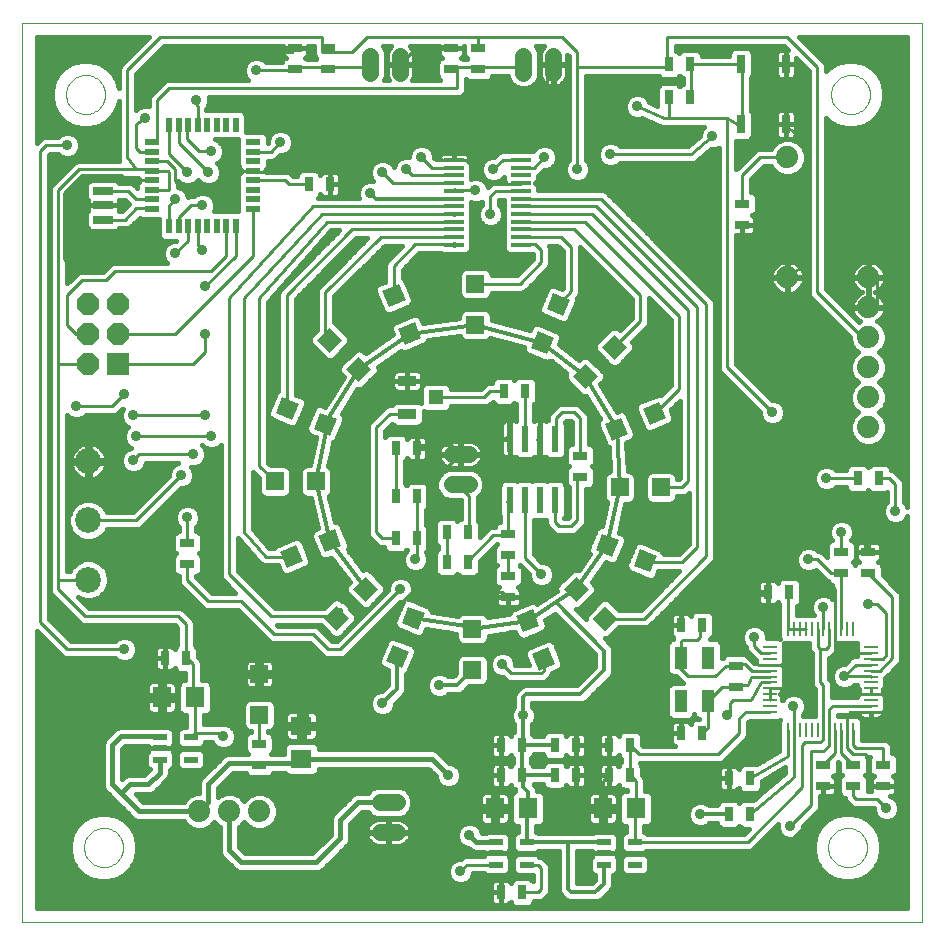
<source format=gtl>
G75*
G70*
%OFA0B0*%
%FSLAX24Y24*%
%IPPOS*%
%LPD*%
%AMOC8*
5,1,8,0,0,1.08239X$1,22.5*
%
%ADD10C,0.0000*%
%ADD11R,0.0472X0.0217*%
%ADD12R,0.0709X0.0630*%
%ADD13R,0.0500X0.0220*%
%ADD14R,0.0220X0.0500*%
%ADD15R,0.0100X0.0450*%
%ADD16R,0.0450X0.0100*%
%ADD17R,0.0433X0.0748*%
%ADD18R,0.0669X0.0276*%
%ADD19R,0.0300X0.0600*%
%ADD20C,0.0740*%
%ADD21R,0.0660X0.0140*%
%ADD22R,0.0591X0.0591*%
%ADD23R,0.0591X0.0591*%
%ADD24R,0.0236X0.0866*%
%ADD25C,0.0860*%
%ADD26C,0.0560*%
%ADD27R,0.0630X0.0709*%
%ADD28R,0.0472X0.0315*%
%ADD29R,0.0315X0.0472*%
%ADD30R,0.0740X0.0740*%
%ADD31OC8,0.0740*%
%ADD32R,0.0630X0.0354*%
%ADD33R,0.0512X0.0512*%
%ADD34C,0.0100*%
%ADD35C,0.0360*%
%ADD36C,0.0160*%
%ADD37C,0.0120*%
D10*
X003334Y000350D02*
X003334Y030346D01*
X033304Y030346D01*
X033304Y000350D01*
X003334Y000350D01*
X005384Y002850D02*
X005386Y002900D01*
X005392Y002950D01*
X005402Y003000D01*
X005415Y003048D01*
X005432Y003096D01*
X005453Y003142D01*
X005477Y003186D01*
X005505Y003228D01*
X005536Y003268D01*
X005570Y003305D01*
X005607Y003340D01*
X005646Y003371D01*
X005687Y003400D01*
X005731Y003425D01*
X005777Y003447D01*
X005824Y003465D01*
X005872Y003479D01*
X005921Y003490D01*
X005971Y003497D01*
X006021Y003500D01*
X006072Y003499D01*
X006122Y003494D01*
X006172Y003485D01*
X006220Y003473D01*
X006268Y003456D01*
X006314Y003436D01*
X006359Y003413D01*
X006402Y003386D01*
X006442Y003356D01*
X006480Y003323D01*
X006515Y003287D01*
X006548Y003248D01*
X006577Y003207D01*
X006603Y003164D01*
X006626Y003119D01*
X006645Y003072D01*
X006660Y003024D01*
X006672Y002975D01*
X006680Y002925D01*
X006684Y002875D01*
X006684Y002825D01*
X006680Y002775D01*
X006672Y002725D01*
X006660Y002676D01*
X006645Y002628D01*
X006626Y002581D01*
X006603Y002536D01*
X006577Y002493D01*
X006548Y002452D01*
X006515Y002413D01*
X006480Y002377D01*
X006442Y002344D01*
X006402Y002314D01*
X006359Y002287D01*
X006314Y002264D01*
X006268Y002244D01*
X006220Y002227D01*
X006172Y002215D01*
X006122Y002206D01*
X006072Y002201D01*
X006021Y002200D01*
X005971Y002203D01*
X005921Y002210D01*
X005872Y002221D01*
X005824Y002235D01*
X005777Y002253D01*
X005731Y002275D01*
X005687Y002300D01*
X005646Y002329D01*
X005607Y002360D01*
X005570Y002395D01*
X005536Y002432D01*
X005505Y002472D01*
X005477Y002514D01*
X005453Y002558D01*
X005432Y002604D01*
X005415Y002652D01*
X005402Y002700D01*
X005392Y002750D01*
X005386Y002800D01*
X005384Y002850D01*
X030184Y002850D02*
X030186Y002900D01*
X030192Y002950D01*
X030202Y003000D01*
X030215Y003048D01*
X030232Y003096D01*
X030253Y003142D01*
X030277Y003186D01*
X030305Y003228D01*
X030336Y003268D01*
X030370Y003305D01*
X030407Y003340D01*
X030446Y003371D01*
X030487Y003400D01*
X030531Y003425D01*
X030577Y003447D01*
X030624Y003465D01*
X030672Y003479D01*
X030721Y003490D01*
X030771Y003497D01*
X030821Y003500D01*
X030872Y003499D01*
X030922Y003494D01*
X030972Y003485D01*
X031020Y003473D01*
X031068Y003456D01*
X031114Y003436D01*
X031159Y003413D01*
X031202Y003386D01*
X031242Y003356D01*
X031280Y003323D01*
X031315Y003287D01*
X031348Y003248D01*
X031377Y003207D01*
X031403Y003164D01*
X031426Y003119D01*
X031445Y003072D01*
X031460Y003024D01*
X031472Y002975D01*
X031480Y002925D01*
X031484Y002875D01*
X031484Y002825D01*
X031480Y002775D01*
X031472Y002725D01*
X031460Y002676D01*
X031445Y002628D01*
X031426Y002581D01*
X031403Y002536D01*
X031377Y002493D01*
X031348Y002452D01*
X031315Y002413D01*
X031280Y002377D01*
X031242Y002344D01*
X031202Y002314D01*
X031159Y002287D01*
X031114Y002264D01*
X031068Y002244D01*
X031020Y002227D01*
X030972Y002215D01*
X030922Y002206D01*
X030872Y002201D01*
X030821Y002200D01*
X030771Y002203D01*
X030721Y002210D01*
X030672Y002221D01*
X030624Y002235D01*
X030577Y002253D01*
X030531Y002275D01*
X030487Y002300D01*
X030446Y002329D01*
X030407Y002360D01*
X030370Y002395D01*
X030336Y002432D01*
X030305Y002472D01*
X030277Y002514D01*
X030253Y002558D01*
X030232Y002604D01*
X030215Y002652D01*
X030202Y002700D01*
X030192Y002750D01*
X030186Y002800D01*
X030184Y002850D01*
X030284Y027950D02*
X030286Y028000D01*
X030292Y028050D01*
X030302Y028100D01*
X030315Y028148D01*
X030332Y028196D01*
X030353Y028242D01*
X030377Y028286D01*
X030405Y028328D01*
X030436Y028368D01*
X030470Y028405D01*
X030507Y028440D01*
X030546Y028471D01*
X030587Y028500D01*
X030631Y028525D01*
X030677Y028547D01*
X030724Y028565D01*
X030772Y028579D01*
X030821Y028590D01*
X030871Y028597D01*
X030921Y028600D01*
X030972Y028599D01*
X031022Y028594D01*
X031072Y028585D01*
X031120Y028573D01*
X031168Y028556D01*
X031214Y028536D01*
X031259Y028513D01*
X031302Y028486D01*
X031342Y028456D01*
X031380Y028423D01*
X031415Y028387D01*
X031448Y028348D01*
X031477Y028307D01*
X031503Y028264D01*
X031526Y028219D01*
X031545Y028172D01*
X031560Y028124D01*
X031572Y028075D01*
X031580Y028025D01*
X031584Y027975D01*
X031584Y027925D01*
X031580Y027875D01*
X031572Y027825D01*
X031560Y027776D01*
X031545Y027728D01*
X031526Y027681D01*
X031503Y027636D01*
X031477Y027593D01*
X031448Y027552D01*
X031415Y027513D01*
X031380Y027477D01*
X031342Y027444D01*
X031302Y027414D01*
X031259Y027387D01*
X031214Y027364D01*
X031168Y027344D01*
X031120Y027327D01*
X031072Y027315D01*
X031022Y027306D01*
X030972Y027301D01*
X030921Y027300D01*
X030871Y027303D01*
X030821Y027310D01*
X030772Y027321D01*
X030724Y027335D01*
X030677Y027353D01*
X030631Y027375D01*
X030587Y027400D01*
X030546Y027429D01*
X030507Y027460D01*
X030470Y027495D01*
X030436Y027532D01*
X030405Y027572D01*
X030377Y027614D01*
X030353Y027658D01*
X030332Y027704D01*
X030315Y027752D01*
X030302Y027800D01*
X030292Y027850D01*
X030286Y027900D01*
X030284Y027950D01*
X004784Y027950D02*
X004786Y028000D01*
X004792Y028050D01*
X004802Y028100D01*
X004815Y028148D01*
X004832Y028196D01*
X004853Y028242D01*
X004877Y028286D01*
X004905Y028328D01*
X004936Y028368D01*
X004970Y028405D01*
X005007Y028440D01*
X005046Y028471D01*
X005087Y028500D01*
X005131Y028525D01*
X005177Y028547D01*
X005224Y028565D01*
X005272Y028579D01*
X005321Y028590D01*
X005371Y028597D01*
X005421Y028600D01*
X005472Y028599D01*
X005522Y028594D01*
X005572Y028585D01*
X005620Y028573D01*
X005668Y028556D01*
X005714Y028536D01*
X005759Y028513D01*
X005802Y028486D01*
X005842Y028456D01*
X005880Y028423D01*
X005915Y028387D01*
X005948Y028348D01*
X005977Y028307D01*
X006003Y028264D01*
X006026Y028219D01*
X006045Y028172D01*
X006060Y028124D01*
X006072Y028075D01*
X006080Y028025D01*
X006084Y027975D01*
X006084Y027925D01*
X006080Y027875D01*
X006072Y027825D01*
X006060Y027776D01*
X006045Y027728D01*
X006026Y027681D01*
X006003Y027636D01*
X005977Y027593D01*
X005948Y027552D01*
X005915Y027513D01*
X005880Y027477D01*
X005842Y027444D01*
X005802Y027414D01*
X005759Y027387D01*
X005714Y027364D01*
X005668Y027344D01*
X005620Y027327D01*
X005572Y027315D01*
X005522Y027306D01*
X005472Y027301D01*
X005421Y027300D01*
X005371Y027303D01*
X005321Y027310D01*
X005272Y027321D01*
X005224Y027335D01*
X005177Y027353D01*
X005131Y027375D01*
X005087Y027400D01*
X005046Y027429D01*
X005007Y027460D01*
X004970Y027495D01*
X004936Y027532D01*
X004905Y027572D01*
X004877Y027614D01*
X004853Y027658D01*
X004832Y027704D01*
X004815Y027752D01*
X004802Y027800D01*
X004792Y027850D01*
X004786Y027900D01*
X004784Y027950D01*
D11*
X007922Y006524D03*
X007922Y006150D03*
X007922Y005776D03*
X008946Y005776D03*
X008946Y006524D03*
X019122Y003024D03*
X019122Y002650D03*
X019122Y002276D03*
X020146Y002276D03*
X020146Y003024D03*
X022722Y003024D03*
X022722Y002650D03*
X022722Y002276D03*
X023746Y002276D03*
X023746Y003024D03*
D12*
X012634Y005799D03*
X012634Y006901D03*
D13*
X011024Y024148D03*
X011024Y024463D03*
X011024Y024778D03*
X011024Y025093D03*
X011024Y025407D03*
X011024Y025722D03*
X011024Y026037D03*
X011024Y026352D03*
X007644Y026352D03*
X007644Y026037D03*
X007644Y025722D03*
X007644Y025407D03*
X007644Y025093D03*
X007644Y024778D03*
X007644Y024463D03*
X007644Y024148D03*
D14*
X008231Y023560D03*
X008546Y023560D03*
X008861Y023560D03*
X009176Y023560D03*
X009491Y023560D03*
X009806Y023560D03*
X010121Y023560D03*
X010436Y023560D03*
X010436Y026940D03*
X010121Y026940D03*
X009806Y026940D03*
X009491Y026940D03*
X009176Y026940D03*
X008861Y026940D03*
X008546Y026940D03*
X008231Y026940D03*
D15*
X028851Y010123D03*
X029048Y010123D03*
X029245Y010123D03*
X029442Y010123D03*
X029638Y010123D03*
X029835Y010123D03*
X030032Y010123D03*
X030229Y010123D03*
X030426Y010123D03*
X030623Y010123D03*
X030820Y010123D03*
X031016Y010123D03*
X031016Y006777D03*
X030820Y006777D03*
X030623Y006777D03*
X030426Y006777D03*
X030229Y006777D03*
X030032Y006777D03*
X029835Y006777D03*
X029638Y006777D03*
X029442Y006777D03*
X029245Y006777D03*
X029048Y006777D03*
X028851Y006777D03*
D16*
X028260Y007367D03*
X028260Y007564D03*
X028260Y007761D03*
X028260Y007958D03*
X028260Y008155D03*
X028260Y008352D03*
X028260Y008548D03*
X028260Y008745D03*
X028260Y008942D03*
X028260Y009139D03*
X028260Y009336D03*
X028260Y009533D03*
X031607Y009533D03*
X031607Y009336D03*
X031607Y009139D03*
X031607Y008942D03*
X031607Y008745D03*
X031607Y008548D03*
X031607Y008352D03*
X031607Y008155D03*
X031607Y007958D03*
X031607Y007761D03*
X031607Y007564D03*
X031607Y007367D03*
D17*
X026186Y007722D03*
X025281Y007722D03*
X025281Y009178D03*
X026186Y009178D03*
D18*
X006034Y023778D03*
X006034Y024250D03*
X006034Y024722D03*
D19*
X027284Y026950D03*
X028784Y026950D03*
X028784Y028950D03*
X027284Y028950D03*
D20*
X028834Y025850D03*
X028834Y021850D03*
X031534Y021850D03*
X031534Y020850D03*
X031534Y019850D03*
X031534Y018850D03*
X031534Y017850D03*
X031534Y016850D03*
X011234Y004050D03*
X010234Y004050D03*
X009234Y004050D03*
D21*
X017724Y022940D03*
X017724Y023200D03*
X017724Y023450D03*
X017724Y023710D03*
X017724Y023970D03*
X017724Y024220D03*
X017724Y024480D03*
X017724Y024730D03*
X017724Y024990D03*
X017724Y025250D03*
X017724Y025500D03*
X017724Y025760D03*
X019944Y025760D03*
X019944Y025500D03*
X019944Y025250D03*
X019944Y024990D03*
X019944Y024730D03*
X019944Y024480D03*
X019944Y024220D03*
X019944Y023970D03*
X019944Y023710D03*
X019944Y023450D03*
X019944Y023200D03*
X019944Y022940D03*
D22*
X018434Y021639D03*
X018434Y020261D03*
X013123Y015050D03*
X011745Y015050D03*
X018334Y010139D03*
X018334Y008761D03*
X023245Y014850D03*
X024623Y014850D03*
X011234Y008639D03*
X011234Y007261D03*
D23*
G36*
X013800Y010909D02*
X014217Y010492D01*
X013800Y010075D01*
X013383Y010492D01*
X013800Y010909D01*
G37*
G36*
X014774Y011883D02*
X015191Y011466D01*
X014774Y011049D01*
X014357Y011466D01*
X014774Y011883D01*
G37*
G36*
X013737Y013460D02*
X013963Y012916D01*
X013419Y012690D01*
X013193Y013234D01*
X013737Y013460D01*
G37*
G36*
X012464Y012933D02*
X012690Y012389D01*
X012146Y012163D01*
X011920Y012707D01*
X012464Y012933D01*
G37*
G36*
X016200Y010879D02*
X016744Y010653D01*
X016518Y010109D01*
X015974Y010335D01*
X016200Y010879D01*
G37*
G36*
X015673Y009606D02*
X016217Y009380D01*
X015991Y008836D01*
X015447Y009062D01*
X015673Y009606D01*
G37*
G36*
X019794Y010565D02*
X020338Y010791D01*
X020564Y010247D01*
X020020Y010021D01*
X019794Y010565D01*
G37*
G36*
X020321Y009292D02*
X020865Y009518D01*
X021091Y008974D01*
X020547Y008748D01*
X020321Y009292D01*
G37*
G36*
X021371Y011454D02*
X021788Y011871D01*
X022205Y011454D01*
X021788Y011037D01*
X021371Y011454D01*
G37*
G36*
X022345Y010480D02*
X022762Y010897D01*
X023179Y010480D01*
X022762Y010063D01*
X022345Y010480D01*
G37*
G36*
X023708Y012243D02*
X023934Y012787D01*
X024478Y012561D01*
X024252Y012017D01*
X023708Y012243D01*
G37*
G36*
X022435Y012771D02*
X022661Y013315D01*
X023205Y013089D01*
X022979Y012545D01*
X022435Y012771D01*
G37*
G36*
X022976Y016409D02*
X022750Y016953D01*
X023294Y017179D01*
X023520Y016635D01*
X022976Y016409D01*
G37*
G36*
X024249Y016936D02*
X024023Y017480D01*
X024567Y017706D01*
X024793Y017162D01*
X024249Y016936D01*
G37*
G36*
X022093Y018134D02*
X021676Y018551D01*
X022093Y018968D01*
X022510Y018551D01*
X022093Y018134D01*
G37*
G36*
X023067Y019108D02*
X022650Y019525D01*
X023067Y019942D01*
X023484Y019525D01*
X023067Y019108D01*
G37*
G36*
X021349Y020563D02*
X020805Y020789D01*
X021031Y021333D01*
X021575Y021107D01*
X021349Y020563D01*
G37*
G36*
X020821Y019290D02*
X020277Y019516D01*
X020503Y020060D01*
X021047Y019834D01*
X020821Y019290D01*
G37*
G36*
X016629Y019823D02*
X016085Y019597D01*
X015859Y020141D01*
X016403Y020367D01*
X016629Y019823D01*
G37*
G36*
X016102Y021096D02*
X015558Y020870D01*
X015332Y021414D01*
X015876Y021640D01*
X016102Y021096D01*
G37*
G36*
X014967Y018792D02*
X014550Y018375D01*
X014133Y018792D01*
X014550Y019209D01*
X014967Y018792D01*
G37*
G36*
X013993Y019766D02*
X013576Y019349D01*
X013159Y019766D01*
X013576Y020183D01*
X013993Y019766D01*
G37*
G36*
X012538Y017649D02*
X012312Y017105D01*
X011768Y017331D01*
X011994Y017875D01*
X012538Y017649D01*
G37*
G36*
X013811Y017122D02*
X013585Y016578D01*
X013041Y016804D01*
X013267Y017348D01*
X013811Y017122D01*
G37*
D24*
X019584Y016474D03*
X020084Y016474D03*
X020584Y016474D03*
X021084Y016474D03*
X021084Y014426D03*
X020584Y014426D03*
X020084Y014426D03*
X019584Y014426D03*
D25*
X005534Y013750D03*
X005534Y015719D03*
X005534Y011781D03*
D26*
X015254Y004350D02*
X015814Y004350D01*
X015814Y003350D02*
X015254Y003350D01*
X017654Y014950D02*
X018214Y014950D01*
X018214Y015950D02*
X017654Y015950D01*
X015934Y028670D02*
X015934Y029230D01*
X014934Y029230D02*
X014934Y028670D01*
X020034Y028670D02*
X020034Y029230D01*
X021034Y029230D02*
X021034Y028670D01*
D27*
X009085Y007850D03*
X007983Y007850D03*
X019083Y004150D03*
X020185Y004150D03*
X022683Y004150D03*
X023785Y004150D03*
D28*
X027134Y008196D03*
X027134Y008904D03*
X030034Y005604D03*
X030034Y004896D03*
X031034Y004896D03*
X031034Y005604D03*
X032034Y005604D03*
X032034Y004896D03*
X031534Y011996D03*
X031534Y012704D03*
X030634Y012704D03*
X030634Y011996D03*
X021934Y015196D03*
X021934Y015904D03*
X019534Y013304D03*
X019534Y012596D03*
X019534Y011904D03*
X019534Y011196D03*
X011234Y006304D03*
X011234Y005596D03*
X008834Y012296D03*
X008834Y013004D03*
X012434Y028796D03*
X012434Y029504D03*
X013534Y029504D03*
X013534Y028796D03*
X017634Y028796D03*
X017634Y029504D03*
X018534Y029504D03*
X018534Y028796D03*
X027334Y024304D03*
X027334Y023596D03*
D29*
X025588Y027850D03*
X024879Y027850D03*
X024879Y028950D03*
X025588Y028950D03*
X020088Y018050D03*
X019379Y018050D03*
X016488Y016150D03*
X015779Y016150D03*
X015779Y014550D03*
X016488Y014550D03*
X016488Y013150D03*
X015779Y013150D03*
X017479Y013350D03*
X018188Y013350D03*
X018188Y012350D03*
X017479Y012350D03*
X019279Y006250D03*
X019988Y006250D03*
X019988Y005250D03*
X019279Y005250D03*
X021079Y005250D03*
X021788Y005250D03*
X021788Y006250D03*
X021079Y006250D03*
X022879Y006250D03*
X023588Y006250D03*
X023588Y005250D03*
X022879Y005250D03*
X025279Y006650D03*
X025988Y006650D03*
X026879Y005150D03*
X027588Y005150D03*
X027588Y003950D03*
X026879Y003950D03*
X025988Y010250D03*
X025279Y010250D03*
X028179Y011350D03*
X028888Y011350D03*
X031179Y015150D03*
X031888Y015150D03*
X019988Y001350D03*
X019279Y001350D03*
X008788Y009150D03*
X008079Y009150D03*
X012879Y024950D03*
X013588Y024950D03*
D30*
X006534Y018950D03*
D31*
X006534Y019950D03*
X006534Y020950D03*
X005534Y020950D03*
X005534Y019950D03*
X005534Y018950D03*
D32*
X016155Y018401D03*
X016155Y017299D03*
D33*
X017112Y017850D03*
D34*
X018734Y017850D01*
X018934Y018050D01*
X019379Y018050D01*
X020084Y018046D02*
X020084Y016474D01*
X019584Y016474D02*
X019584Y015700D01*
X019734Y015550D01*
X020434Y015550D01*
X020534Y015650D01*
X020534Y016424D01*
X020584Y016474D02*
X020584Y018500D01*
X020234Y018850D01*
X019434Y018850D01*
X019134Y019150D01*
X016334Y019150D01*
X016134Y018950D01*
X016134Y018423D01*
X016155Y017299D02*
X015583Y017299D01*
X015134Y016850D01*
X015134Y013350D01*
X015334Y013150D01*
X015779Y013150D01*
X016488Y013150D02*
X016488Y012504D01*
X016434Y012450D01*
X016488Y013150D02*
X016488Y014550D01*
X016834Y014850D02*
X017934Y015950D01*
X017634Y016250D01*
X016588Y016250D01*
X015779Y016150D02*
X015779Y014550D01*
X016834Y014850D02*
X016834Y011350D01*
X016334Y011350D01*
X012834Y007850D01*
X012834Y006850D01*
X012634Y006901D01*
X012534Y007001D01*
X012534Y009150D01*
X012334Y009350D01*
X011434Y009350D01*
X011234Y009150D01*
X011234Y009650D01*
X011034Y009850D01*
X011634Y010550D02*
X013742Y010550D01*
X013034Y009950D02*
X013534Y009450D01*
X013934Y009450D01*
X015934Y011450D01*
X016834Y011350D02*
X019334Y011350D01*
X019534Y011196D01*
X019534Y011904D02*
X019534Y012596D01*
X020084Y012500D02*
X020634Y011950D01*
X020084Y012500D02*
X020084Y014426D01*
X019534Y014376D02*
X019534Y013304D01*
X019388Y013250D02*
X019034Y013250D01*
X018188Y012404D01*
X017479Y012350D02*
X017479Y013350D01*
X018234Y013396D02*
X018234Y014550D01*
X017934Y014850D01*
X017934Y015950D02*
X017934Y017150D01*
X018134Y017350D01*
X019334Y017350D01*
X019534Y017150D01*
X019534Y016524D01*
X021134Y016524D02*
X021134Y017150D01*
X021334Y017350D01*
X021734Y017350D01*
X021934Y017150D01*
X021934Y015904D01*
X021834Y015096D02*
X021834Y013750D01*
X021634Y013550D01*
X021234Y013550D01*
X021084Y013700D01*
X021084Y014426D01*
X024145Y012350D02*
X025334Y012350D01*
X025834Y012850D01*
X025834Y020850D01*
X022464Y024220D01*
X019944Y024220D01*
X019944Y023970D02*
X022314Y023970D01*
X025534Y020750D01*
X025534Y015050D01*
X025334Y014850D01*
X024623Y014850D01*
X026134Y012550D02*
X024064Y010480D01*
X022762Y010480D01*
X024634Y010150D02*
X024634Y007550D01*
X023034Y007550D01*
X022934Y007450D01*
X022934Y006304D01*
X022879Y006250D02*
X022879Y005250D01*
X022683Y005053D01*
X022683Y004150D01*
X023746Y004111D02*
X023746Y003024D01*
X027508Y003024D01*
X029334Y004850D01*
X029334Y006250D01*
X029434Y006350D01*
X029934Y006350D01*
X030032Y006448D01*
X030032Y006777D01*
X030034Y006778D01*
X030034Y008250D01*
X029934Y008350D01*
X029934Y009450D01*
X030134Y009450D01*
X030234Y009550D01*
X030234Y010119D01*
X030229Y010123D01*
X030426Y010123D02*
X030426Y009430D01*
X030520Y009336D01*
X030334Y009150D01*
X030334Y008050D01*
X030434Y007950D01*
X031599Y007950D01*
X031607Y007958D01*
X031607Y008155D01*
X031607Y007958D02*
X032426Y007958D01*
X032534Y007850D01*
X032534Y007450D01*
X032434Y007350D01*
X032734Y007050D01*
X032734Y004950D01*
X032634Y004850D01*
X032734Y004750D01*
X032734Y003850D01*
X032534Y003650D01*
X032034Y003650D01*
X031534Y004150D01*
X030034Y004150D01*
X028834Y002950D01*
X028934Y003550D02*
X029634Y004250D01*
X029634Y006050D01*
X030034Y006050D01*
X030229Y006245D01*
X030229Y006777D01*
X030234Y006781D01*
X030234Y007450D01*
X030348Y007564D01*
X031607Y007564D01*
X031607Y007367D02*
X031590Y007350D01*
X030934Y007350D01*
X030820Y007236D01*
X030820Y006777D01*
X030820Y006164D01*
X031034Y005950D01*
X031434Y005950D01*
X031534Y005850D01*
X031534Y005050D01*
X031688Y004896D01*
X032034Y004896D01*
X032079Y004850D02*
X032634Y004850D01*
X032134Y004150D02*
X031834Y004450D01*
X031134Y004450D01*
X031034Y004550D01*
X031034Y004896D01*
X031034Y005604D02*
X030623Y006015D01*
X030623Y006777D01*
X030426Y006777D02*
X030426Y005996D01*
X030034Y005604D01*
X029048Y005210D02*
X029048Y006777D01*
X029048Y007536D01*
X029034Y007550D01*
X028734Y008150D02*
X028265Y008150D01*
X028260Y008155D01*
X028260Y007958D01*
X028260Y007761D01*
X028260Y007367D02*
X027451Y007367D01*
X027234Y007150D01*
X027234Y006650D01*
X026534Y005950D01*
X023888Y005950D01*
X023588Y006250D01*
X023588Y005250D01*
X023785Y005053D01*
X023785Y004150D01*
X022722Y002650D02*
X022234Y002650D01*
X022034Y002450D01*
X022034Y002050D01*
X020634Y002150D02*
X020634Y001450D01*
X020534Y001350D01*
X019988Y001350D01*
X019279Y001350D02*
X018434Y001350D01*
X017134Y001350D01*
X017134Y002250D01*
X017534Y002650D01*
X017634Y002650D01*
X017534Y002750D01*
X017534Y004050D01*
X017634Y004150D01*
X019083Y004150D01*
X019034Y004199D01*
X019034Y004650D01*
X019279Y004896D01*
X019279Y005250D01*
X019279Y006250D01*
X019634Y008650D02*
X019334Y008950D01*
X019634Y008650D02*
X020634Y008650D01*
X020706Y008723D01*
X020706Y009133D01*
X021788Y006250D02*
X022879Y006250D01*
X021788Y006250D02*
X021788Y005250D01*
X024634Y006950D02*
X024934Y006650D01*
X025279Y006650D01*
X025988Y006650D02*
X026186Y006848D01*
X026186Y007722D01*
X026660Y008196D01*
X027134Y008196D01*
X027188Y008250D02*
X027534Y008250D01*
X027632Y008548D01*
X028260Y008548D01*
X028260Y008352D02*
X027935Y008352D01*
X027634Y007750D01*
X027034Y007750D01*
X026934Y007650D01*
X026934Y007350D01*
X026434Y008550D02*
X025534Y008550D01*
X025234Y008850D01*
X025234Y009131D01*
X025281Y009178D01*
X025281Y009697D01*
X025334Y009750D01*
X025834Y009750D01*
X025934Y009850D01*
X025934Y010196D01*
X025988Y010250D01*
X025279Y010250D02*
X025279Y010896D01*
X025634Y011250D01*
X026434Y011250D01*
X026434Y011750D01*
X026634Y011950D01*
X028734Y011950D01*
X028734Y013750D01*
X028834Y013850D01*
X028834Y021850D01*
X027934Y021850D01*
X027334Y022450D01*
X027334Y023596D01*
X027334Y024304D02*
X027334Y025250D01*
X027934Y025850D01*
X028834Y025850D01*
X029534Y026350D02*
X029534Y022350D01*
X028834Y021850D01*
X029834Y021350D02*
X029834Y028850D01*
X028834Y029850D01*
X024834Y029850D01*
X024834Y028850D01*
X024879Y028950D01*
X024834Y028850D02*
X021834Y028850D01*
X021834Y025450D01*
X022934Y025950D02*
X025634Y025950D01*
X026334Y026550D01*
X026834Y027150D02*
X026834Y018850D01*
X028334Y017350D01*
X030134Y015150D02*
X031179Y015150D01*
X031888Y015150D02*
X032234Y015150D01*
X032434Y014950D01*
X032434Y014050D01*
X031434Y013850D02*
X031234Y014050D01*
X029034Y014050D01*
X028834Y013850D01*
X029534Y012450D02*
X029834Y012450D01*
X030299Y011985D01*
X030623Y011985D01*
X030623Y010123D01*
X030426Y010123D02*
X030426Y011458D01*
X029934Y011950D01*
X028734Y011950D01*
X028851Y011313D02*
X028851Y010123D01*
X029048Y010123D01*
X029245Y010123D01*
X029442Y010123D01*
X029835Y010123D02*
X029835Y009548D01*
X029934Y009450D01*
X030520Y009336D02*
X031607Y009336D01*
X031607Y009139D02*
X032023Y009139D01*
X032134Y009250D01*
X032134Y010650D01*
X031834Y010950D01*
X031534Y010950D01*
X032334Y011196D02*
X032334Y009150D01*
X031929Y008745D01*
X031607Y008745D01*
X031605Y008550D02*
X031607Y008548D01*
X031605Y008550D02*
X030734Y008550D01*
X031126Y008942D01*
X031607Y008942D01*
X031624Y007350D02*
X032434Y007350D01*
X032034Y006150D02*
X031134Y006150D01*
X031016Y006267D01*
X031016Y006777D01*
X032034Y006150D02*
X032034Y005604D01*
X029048Y005210D02*
X027588Y003950D01*
X027588Y005150D02*
X028851Y005913D01*
X028851Y006777D01*
X028734Y008150D02*
X028834Y008250D01*
X028834Y008850D01*
X028742Y008942D01*
X028260Y008942D01*
X027942Y008942D01*
X027734Y008950D01*
X027334Y009350D01*
X027334Y011250D01*
X026934Y011250D01*
X026434Y011250D01*
X027334Y011250D02*
X028079Y011250D01*
X027734Y009850D02*
X027734Y009550D01*
X027948Y009336D01*
X028260Y009336D01*
X028260Y008745D02*
X027638Y008745D01*
X027434Y008950D01*
X027179Y008950D01*
X027134Y008904D02*
X026779Y008904D01*
X026779Y008896D01*
X026434Y008550D01*
X025279Y010250D02*
X024734Y010250D01*
X024634Y010150D01*
X026134Y012550D02*
X026134Y020950D01*
X022604Y024480D01*
X019944Y024480D01*
X019944Y024730D02*
X019114Y024730D01*
X018934Y024550D01*
X018934Y023950D01*
X018434Y024750D02*
X017744Y024750D01*
X017724Y024990D02*
X015694Y024990D01*
X015334Y025350D01*
X016134Y025450D02*
X016334Y025250D01*
X017724Y025250D01*
X017724Y025500D02*
X016984Y025500D01*
X016634Y025850D01*
X017034Y026050D02*
X017034Y027350D01*
X014334Y027350D01*
X013084Y026100D01*
X013588Y025596D01*
X013588Y024950D01*
X012879Y024950D02*
X012234Y024950D01*
X012091Y025093D01*
X011024Y025093D01*
X011006Y025390D02*
X010474Y025390D01*
X009834Y024750D01*
X008734Y024750D01*
X008434Y025050D01*
X008434Y025450D01*
X008161Y025722D01*
X007644Y025722D01*
X007634Y025450D02*
X007644Y025407D01*
X008176Y025407D01*
X008234Y025350D01*
X008234Y024750D01*
X007716Y024750D01*
X007644Y024778D01*
X007644Y025093D02*
X006791Y025093D01*
X006634Y025250D01*
X005334Y025250D01*
X004734Y024650D01*
X004734Y024250D01*
X004734Y022450D01*
X004934Y022250D01*
X005334Y021750D02*
X006134Y021750D01*
X006434Y022050D01*
X009634Y022050D01*
X010134Y022550D01*
X010134Y023547D01*
X010121Y023560D01*
X010436Y023560D02*
X010436Y022552D01*
X009434Y021550D01*
X010234Y021150D02*
X010234Y011950D01*
X011634Y010550D01*
X011734Y009950D02*
X013034Y009950D01*
X011734Y009950D02*
X010634Y011050D01*
X009534Y011050D01*
X008834Y011750D01*
X008834Y012296D01*
X008834Y013004D02*
X008834Y013850D01*
X008634Y015250D02*
X007134Y013750D01*
X005534Y013750D01*
X007034Y015750D02*
X007234Y015950D01*
X009034Y015950D01*
X009634Y016550D02*
X007134Y016550D01*
X007034Y017250D02*
X009434Y017250D01*
X009034Y018950D02*
X009434Y019350D01*
X009434Y019950D01*
X008434Y019950D02*
X011034Y022550D01*
X011034Y024138D01*
X011024Y024148D01*
X010834Y025350D02*
X011024Y025407D01*
X011006Y025390D01*
X010834Y025350D02*
X012334Y025350D01*
X013084Y026100D01*
X011934Y026350D02*
X011621Y026037D01*
X011024Y026037D01*
X009634Y026050D02*
X009234Y026050D01*
X008834Y026450D01*
X008834Y026850D01*
X008861Y026940D01*
X008546Y026940D02*
X008546Y026337D01*
X009534Y025350D01*
X008834Y025350D02*
X008231Y025952D01*
X008231Y026940D01*
X007834Y026350D02*
X007644Y026352D01*
X007834Y026350D02*
X007834Y027750D01*
X008234Y028150D01*
X017834Y028150D01*
X017834Y028850D01*
X017634Y028796D01*
X017834Y028850D02*
X018334Y028850D01*
X018534Y028796D01*
X018334Y028850D02*
X019834Y028850D01*
X020034Y028950D01*
X020834Y028850D02*
X021034Y028950D01*
X020834Y028850D02*
X020834Y027350D01*
X017034Y027350D01*
X017034Y026050D02*
X017324Y025760D01*
X017724Y025760D01*
X018124Y025760D01*
X018934Y024950D01*
X019904Y024950D01*
X019944Y024990D01*
X019944Y025500D02*
X020384Y025500D01*
X020734Y025850D01*
X019944Y025760D02*
X019344Y025760D01*
X019034Y025450D01*
X017724Y024220D02*
X013004Y024220D01*
X010234Y021150D01*
X010734Y021150D02*
X013334Y023950D01*
X017704Y023950D01*
X017724Y023710D02*
X013494Y023710D01*
X011234Y021150D01*
X011234Y015561D01*
X011745Y015050D01*
X010734Y013350D02*
X010734Y021150D01*
X012153Y021269D02*
X014334Y023450D01*
X017724Y023450D01*
X017724Y023200D02*
X015284Y023200D01*
X013434Y021350D01*
X013434Y019909D01*
X012153Y021269D02*
X012153Y017490D01*
X009034Y018950D02*
X006534Y018950D01*
X006534Y019950D02*
X008434Y019950D01*
X006734Y017950D02*
X006334Y017550D01*
X005134Y017550D01*
X005534Y018950D02*
X004534Y018950D01*
X004534Y024750D01*
X005234Y025450D01*
X007134Y025450D01*
X006834Y025850D01*
X006834Y028750D01*
X007934Y029850D01*
X013334Y029850D01*
X013334Y029350D01*
X013534Y029504D01*
X013334Y029350D02*
X014334Y029350D01*
X014834Y029850D01*
X018534Y029850D01*
X021334Y029850D01*
X021834Y029350D01*
X021834Y028850D01*
X023834Y027550D02*
X024734Y027150D01*
X024834Y027150D01*
X024879Y027196D01*
X024879Y027850D01*
X025588Y027850D02*
X025634Y027850D01*
X025634Y028904D01*
X025588Y028950D01*
X027284Y028950D01*
X027334Y028850D01*
X027334Y026850D01*
X027284Y026950D01*
X027334Y026850D02*
X026834Y027150D01*
X024834Y027150D01*
X028784Y026950D02*
X028834Y026850D01*
X029534Y026350D01*
X028834Y026850D02*
X028834Y028850D01*
X028784Y028950D01*
X022074Y023710D02*
X025234Y020550D01*
X025234Y018146D01*
X024408Y017321D01*
X023067Y019525D02*
X023934Y020391D01*
X023934Y021250D01*
X021734Y023450D01*
X019944Y023450D01*
X019944Y023200D02*
X021284Y023200D01*
X021634Y022850D01*
X021634Y021392D01*
X021190Y020948D01*
X019923Y021639D02*
X018434Y021639D01*
X019923Y021639D02*
X020634Y022350D01*
X020634Y022750D01*
X020434Y022950D01*
X019954Y022950D01*
X019944Y022940D01*
X019944Y023710D02*
X022074Y023710D01*
X017714Y022950D02*
X016434Y022950D01*
X015717Y022233D01*
X015717Y021255D01*
X009334Y022750D02*
X009176Y022907D01*
X009176Y023560D01*
X008861Y023560D02*
X008861Y023078D01*
X008434Y022650D01*
X008546Y023560D02*
X008546Y023853D01*
X008954Y024260D01*
X009324Y024260D01*
X009334Y024250D01*
X008434Y024450D02*
X008231Y024248D01*
X008231Y023560D01*
X007644Y024148D02*
X007641Y024150D01*
X007134Y024150D01*
X006761Y023778D01*
X006034Y023778D01*
X006034Y024250D02*
X004734Y024250D01*
X006034Y024722D02*
X006861Y024722D01*
X007134Y024450D01*
X007631Y024450D01*
X007644Y024463D01*
X007644Y025407D02*
X007601Y025450D01*
X007634Y025450D01*
X007601Y025450D02*
X007134Y025450D01*
X007246Y026037D02*
X007134Y026150D01*
X007134Y026950D01*
X007434Y027150D01*
X007246Y026037D02*
X007644Y026037D01*
X009176Y026940D02*
X009176Y027507D01*
X009134Y027750D01*
X011134Y028750D02*
X012388Y028750D01*
X012434Y028796D01*
X012334Y028850D01*
X013334Y028850D01*
X013534Y028796D01*
X013334Y028850D02*
X014834Y028850D01*
X014934Y028950D01*
X015934Y028950D02*
X016534Y029550D01*
X017434Y029550D01*
X017634Y029504D01*
X018534Y029504D02*
X018534Y029850D01*
X012434Y029504D02*
X012334Y029350D01*
X011834Y029350D01*
X004834Y026250D02*
X004134Y026250D01*
X003934Y026050D01*
X003934Y010350D01*
X004834Y009450D01*
X006734Y009450D01*
X008079Y009150D02*
X008079Y007947D01*
X007983Y007850D01*
X006834Y007850D01*
X006534Y007550D01*
X007234Y006150D02*
X007034Y005750D01*
X007234Y006150D02*
X007922Y006150D01*
X008946Y006524D02*
X009085Y006663D01*
X009920Y006663D01*
X010034Y006550D01*
X009085Y006663D02*
X009085Y007850D01*
X009034Y007901D01*
X009034Y008950D01*
X008834Y009150D01*
X008788Y009150D01*
X008788Y010296D01*
X008534Y010550D01*
X005434Y010550D01*
X004534Y011450D01*
X004534Y011750D01*
X004565Y011781D01*
X005534Y011781D01*
X004534Y011750D02*
X004534Y018950D01*
X005134Y019950D02*
X004834Y020250D01*
X004834Y021250D01*
X005334Y021750D01*
X005534Y019950D02*
X005134Y019950D01*
X010734Y013350D02*
X011436Y012548D01*
X012305Y012548D01*
X011234Y009150D02*
X011234Y008639D01*
X011234Y007261D02*
X011234Y006304D01*
X015534Y003350D02*
X015534Y002150D01*
X016334Y001350D01*
X017134Y001350D01*
X017934Y002050D02*
X018160Y002276D01*
X019122Y002276D01*
X019122Y002650D02*
X017634Y002650D01*
X020172Y002250D02*
X020534Y002250D01*
X020634Y002150D01*
X024634Y006950D02*
X024634Y007550D01*
X030032Y010123D02*
X030032Y010848D01*
X030034Y010850D01*
X031534Y011996D02*
X032334Y011196D01*
X031434Y012804D02*
X031434Y013850D01*
X030634Y013350D02*
X030634Y012704D01*
X031334Y019850D02*
X031534Y019850D01*
X031334Y019850D02*
X029834Y021350D01*
X031534Y020850D02*
X031834Y020850D01*
X031834Y021850D01*
X031534Y021850D01*
D35*
X029234Y020250D03*
X028334Y017350D03*
X028134Y016150D03*
X030134Y015150D03*
X028334Y013450D03*
X029534Y012450D03*
X030634Y013350D03*
X032434Y014050D03*
X031534Y010950D03*
X030034Y010850D03*
X030734Y008550D03*
X029034Y007550D03*
X026834Y007250D03*
X025934Y005150D03*
X025934Y003950D03*
X027534Y001850D03*
X028834Y002950D03*
X028934Y003550D03*
X032134Y004150D03*
X027734Y009850D03*
X026934Y011250D03*
X024034Y008850D03*
X020634Y011950D03*
X019334Y008950D03*
X020034Y007250D03*
X017534Y005250D03*
X018234Y003250D03*
X017934Y002050D03*
X018434Y001350D03*
X022034Y002050D03*
X015334Y007650D03*
X017234Y008250D03*
X015934Y011450D03*
X016434Y012450D03*
X011034Y009850D03*
X010034Y006550D03*
X007034Y005750D03*
X006534Y007550D03*
X006734Y009450D03*
X008834Y013850D03*
X008634Y015250D03*
X009034Y015950D03*
X009634Y016550D03*
X009434Y017250D03*
X007134Y016550D03*
X007034Y017250D03*
X006734Y017950D03*
X005134Y017550D03*
X007034Y015750D03*
X009434Y019950D03*
X009434Y021550D03*
X009334Y022750D03*
X008434Y022650D03*
X009334Y024250D03*
X008434Y024450D03*
X008834Y025350D03*
X009534Y025350D03*
X009634Y026050D03*
X009134Y027750D03*
X008834Y028950D03*
X007434Y027150D03*
X004834Y026250D03*
X004934Y022250D03*
X011934Y026350D03*
X013334Y026050D03*
X014934Y024650D03*
X015334Y025350D03*
X016134Y025450D03*
X016634Y025850D03*
X018434Y024750D03*
X019034Y025450D03*
X018934Y023950D03*
X020734Y025850D03*
X021834Y025450D03*
X022934Y025950D03*
X023834Y027550D03*
X026334Y026550D03*
X031334Y024750D03*
X022634Y020950D03*
X018234Y018550D03*
X011134Y028750D03*
X011834Y029350D03*
X008834Y001750D03*
D36*
X009962Y002569D02*
X010052Y002479D01*
X010452Y002079D01*
X010570Y002030D01*
X013197Y002030D01*
X013315Y002079D01*
X013405Y002169D01*
X014205Y002969D01*
X014254Y003086D01*
X014254Y003617D01*
X014666Y004030D01*
X014838Y004030D01*
X014959Y003909D01*
X015150Y003830D01*
X015917Y003830D01*
X016108Y003909D01*
X016255Y004055D01*
X016334Y004247D01*
X016334Y004453D01*
X016255Y004645D01*
X016108Y004791D01*
X015917Y004870D01*
X015150Y004870D01*
X014959Y004791D01*
X014838Y004670D01*
X014470Y004670D01*
X014352Y004621D01*
X013752Y004021D01*
X013662Y003931D01*
X013614Y003814D01*
X013614Y003283D01*
X013001Y002670D01*
X010766Y002670D01*
X010554Y002883D01*
X010554Y003522D01*
X010579Y003533D01*
X010734Y003687D01*
X010888Y003533D01*
X011112Y003440D01*
X011355Y003440D01*
X011579Y003533D01*
X011751Y003704D01*
X011844Y003929D01*
X011844Y004171D01*
X011751Y004396D01*
X011579Y004567D01*
X011355Y004660D01*
X011112Y004660D01*
X010888Y004567D01*
X010734Y004413D01*
X010579Y004567D01*
X010355Y004660D01*
X010112Y004660D01*
X009888Y004567D01*
X009854Y004533D01*
X009854Y004817D01*
X010366Y005330D01*
X010783Y005330D01*
X010794Y005302D01*
X010862Y005235D01*
X010950Y005198D01*
X011518Y005198D01*
X011606Y005235D01*
X011673Y005302D01*
X011685Y005330D01*
X012094Y005330D01*
X012143Y005280D01*
X012232Y005244D01*
X013036Y005244D01*
X013124Y005280D01*
X013191Y005348D01*
X013228Y005436D01*
X013228Y005479D01*
X016852Y005479D01*
X017114Y005217D01*
X017114Y005166D01*
X017178Y005012D01*
X017296Y004894D01*
X017450Y004830D01*
X017617Y004830D01*
X017772Y004894D01*
X017890Y005012D01*
X017954Y005166D01*
X017954Y005334D01*
X017890Y005488D01*
X017772Y005606D01*
X017617Y005670D01*
X017566Y005670D01*
X017166Y006070D01*
X017049Y006119D01*
X013228Y006119D01*
X013228Y006162D01*
X013191Y006250D01*
X013124Y006317D01*
X013036Y006354D01*
X012232Y006354D01*
X012143Y006317D01*
X012076Y006250D01*
X012039Y006162D01*
X012039Y005970D01*
X011632Y005970D01*
X011673Y006011D01*
X011710Y006099D01*
X011710Y006510D01*
X011673Y006598D01*
X011606Y006665D01*
X011524Y006699D01*
X011524Y006726D01*
X011577Y006726D01*
X011665Y006762D01*
X011732Y006830D01*
X011769Y006918D01*
X011769Y007604D01*
X011732Y007692D01*
X011665Y007760D01*
X011577Y007796D01*
X010891Y007796D01*
X010802Y007760D01*
X010735Y007692D01*
X010698Y007604D01*
X010698Y006918D01*
X010735Y006830D01*
X010802Y006762D01*
X010891Y006726D01*
X010944Y006726D01*
X010944Y006699D01*
X010862Y006665D01*
X010794Y006598D01*
X010757Y006510D01*
X010757Y006099D01*
X010794Y006011D01*
X010835Y005970D01*
X010170Y005970D01*
X010052Y005921D01*
X009352Y005221D01*
X009262Y005131D01*
X009214Y005014D01*
X009214Y004660D01*
X009112Y004660D01*
X008888Y004567D01*
X008717Y004396D01*
X008706Y004370D01*
X007366Y004370D01*
X007106Y004630D01*
X007597Y004630D01*
X007715Y004679D01*
X007805Y004769D01*
X008193Y005157D01*
X008242Y005274D01*
X008242Y005443D01*
X008294Y005464D01*
X008362Y005532D01*
X008398Y005620D01*
X008398Y005932D01*
X008362Y006020D01*
X008338Y006044D01*
X008338Y006150D01*
X008338Y006256D01*
X008362Y006280D01*
X008398Y006368D01*
X008398Y006680D01*
X008362Y006768D01*
X008294Y006836D01*
X008206Y006872D01*
X007638Y006872D01*
X007632Y006870D01*
X006570Y006870D01*
X006452Y006821D01*
X006362Y006731D01*
X006062Y006431D01*
X006014Y006314D01*
X006014Y004886D01*
X006062Y004769D01*
X006152Y004679D01*
X006452Y004379D01*
X007052Y003779D01*
X007170Y003730D01*
X008706Y003730D01*
X008717Y003704D01*
X008888Y003533D01*
X009112Y003440D01*
X009355Y003440D01*
X009579Y003533D01*
X009734Y003687D01*
X009888Y003533D01*
X009914Y003522D01*
X009914Y002686D01*
X009962Y002569D01*
X007128Y002569D01*
X007164Y002701D02*
X007087Y002414D01*
X006938Y002156D01*
X006728Y001946D01*
X006470Y001797D01*
X006182Y001720D01*
X005885Y001720D01*
X005598Y001797D01*
X005340Y001946D01*
X005129Y002156D01*
X004981Y002414D01*
X004904Y002701D01*
X004904Y002999D01*
X004981Y003286D01*
X005129Y003544D01*
X005340Y003754D01*
X005598Y003903D01*
X005885Y003980D01*
X006182Y003980D01*
X006470Y003903D01*
X006728Y003754D01*
X006938Y003544D01*
X007087Y003286D01*
X007164Y002999D01*
X007164Y002701D01*
X007164Y002728D02*
X009914Y002728D01*
X009914Y002886D02*
X007164Y002886D01*
X007151Y003045D02*
X009914Y003045D01*
X009914Y003203D02*
X007109Y003203D01*
X007043Y003362D02*
X009914Y003362D01*
X009914Y003520D02*
X009548Y003520D01*
X009725Y003679D02*
X009743Y003679D01*
X010234Y004050D02*
X010234Y002750D01*
X010634Y002350D01*
X013134Y002350D01*
X013934Y003150D01*
X013934Y003750D01*
X014534Y004350D01*
X015534Y004350D01*
X015544Y003810D02*
X015544Y003360D01*
X016274Y003360D01*
X016274Y003386D01*
X016262Y003458D01*
X016240Y003527D01*
X016207Y003591D01*
X016165Y003650D01*
X016113Y003701D01*
X016055Y003743D01*
X015990Y003776D01*
X015921Y003799D01*
X015850Y003810D01*
X015544Y003810D01*
X015524Y003810D02*
X015217Y003810D01*
X015146Y003799D01*
X015077Y003776D01*
X015013Y003743D01*
X014954Y003701D01*
X014903Y003650D01*
X014860Y003591D01*
X014827Y003527D01*
X014805Y003458D01*
X014794Y003386D01*
X014794Y003360D01*
X015524Y003360D01*
X015524Y003810D01*
X015524Y003679D02*
X015544Y003679D01*
X015544Y003520D02*
X015524Y003520D01*
X015524Y003362D02*
X015544Y003362D01*
X015544Y003360D02*
X015524Y003360D01*
X015524Y003340D01*
X015544Y003340D01*
X015544Y003360D01*
X015544Y003340D02*
X016274Y003340D01*
X016274Y003314D01*
X016262Y003242D01*
X016240Y003173D01*
X016207Y003109D01*
X016165Y003050D01*
X016113Y002999D01*
X016055Y002957D01*
X015990Y002924D01*
X015921Y002901D01*
X015850Y002890D01*
X015544Y002890D01*
X015544Y003340D01*
X015524Y003340D02*
X015524Y002890D01*
X015217Y002890D01*
X015146Y002901D01*
X015077Y002924D01*
X015013Y002957D01*
X014954Y002999D01*
X014903Y003050D01*
X014860Y003109D01*
X014827Y003173D01*
X014805Y003242D01*
X014794Y003314D01*
X014794Y003340D01*
X015524Y003340D01*
X015524Y003203D02*
X015544Y003203D01*
X015544Y003045D02*
X015524Y003045D01*
X014909Y003045D02*
X014236Y003045D01*
X014254Y003203D02*
X014818Y003203D01*
X014794Y003362D02*
X014254Y003362D01*
X014254Y003520D02*
X014825Y003520D01*
X014932Y003679D02*
X014315Y003679D01*
X014473Y003837D02*
X015133Y003837D01*
X014873Y003996D02*
X014632Y003996D01*
X014202Y004471D02*
X011675Y004471D01*
X011785Y004313D02*
X014044Y004313D01*
X013885Y004154D02*
X011844Y004154D01*
X011844Y003996D02*
X013727Y003996D01*
X013623Y003837D02*
X011806Y003837D01*
X011725Y003679D02*
X013614Y003679D01*
X013614Y003520D02*
X011548Y003520D01*
X010919Y003520D02*
X010554Y003520D01*
X010554Y003362D02*
X013614Y003362D01*
X013534Y003203D02*
X010554Y003203D01*
X010554Y003045D02*
X013376Y003045D01*
X013217Y002886D02*
X010554Y002886D01*
X010709Y002728D02*
X013059Y002728D01*
X013488Y002252D02*
X017563Y002252D01*
X017578Y002288D02*
X017514Y002134D01*
X017514Y001966D01*
X017578Y001812D01*
X017696Y001694D01*
X017850Y001630D01*
X018017Y001630D01*
X018172Y001694D01*
X018290Y001812D01*
X018354Y001966D01*
X018354Y001986D01*
X018728Y001986D01*
X018750Y001964D01*
X018838Y001928D01*
X019406Y001928D01*
X019494Y001964D01*
X019562Y002032D01*
X019598Y002120D01*
X019598Y002432D01*
X019562Y002520D01*
X019538Y002544D01*
X019538Y002650D01*
X019538Y002756D01*
X019562Y002780D01*
X019598Y002868D01*
X019598Y003180D01*
X019562Y003268D01*
X019494Y003336D01*
X019406Y003372D01*
X018838Y003372D01*
X018770Y003344D01*
X018649Y003344D01*
X018590Y003488D01*
X018472Y003606D01*
X018317Y003670D01*
X018150Y003670D01*
X017996Y003606D01*
X017878Y003488D01*
X017814Y003334D01*
X017814Y003166D01*
X017878Y003012D01*
X017996Y002894D01*
X018150Y002830D01*
X018201Y002830D01*
X018278Y002753D01*
X018396Y002704D01*
X018706Y002704D01*
X018706Y002650D01*
X018706Y002566D01*
X018102Y002566D01*
X017995Y002522D01*
X017944Y002470D01*
X017850Y002470D01*
X017696Y002406D01*
X017578Y002288D01*
X017707Y002411D02*
X013647Y002411D01*
X013805Y002569D02*
X018706Y002569D01*
X018706Y002650D02*
X019122Y002650D01*
X019538Y002650D01*
X019122Y002650D01*
X019122Y002650D01*
X019122Y002650D01*
X018706Y002650D01*
X018339Y002728D02*
X013964Y002728D01*
X014122Y002886D02*
X018015Y002886D01*
X017864Y003045D02*
X016159Y003045D01*
X016250Y003203D02*
X017814Y003203D01*
X017825Y003362D02*
X016274Y003362D01*
X016242Y003520D02*
X017910Y003520D01*
X018234Y003250D02*
X018460Y003024D01*
X019122Y003024D01*
X019598Y003045D02*
X019669Y003045D01*
X019669Y003180D02*
X019669Y002868D01*
X019706Y002780D01*
X019773Y002712D01*
X019862Y002676D01*
X020430Y002676D01*
X020518Y002712D01*
X020529Y002724D01*
X021234Y002724D01*
X021234Y001390D01*
X021279Y001280D01*
X021364Y001196D01*
X021464Y001096D01*
X021574Y001050D01*
X022493Y001050D01*
X022604Y001096D01*
X022688Y001180D01*
X022976Y001468D01*
X023022Y001578D01*
X023022Y001934D01*
X023094Y001964D01*
X023162Y002032D01*
X023198Y002120D01*
X023198Y002432D01*
X023162Y002520D01*
X023138Y002544D01*
X023138Y002650D01*
X023138Y002756D01*
X023162Y002780D01*
X023198Y002868D01*
X023198Y003180D01*
X023162Y003268D01*
X023094Y003336D01*
X023006Y003372D01*
X022438Y003372D01*
X022350Y003336D01*
X022338Y003324D01*
X020529Y003324D01*
X020518Y003336D01*
X020446Y003366D01*
X020446Y003556D01*
X020548Y003556D01*
X020636Y003592D01*
X020703Y003660D01*
X020740Y003748D01*
X020740Y004552D01*
X020703Y004640D01*
X020636Y004708D01*
X020548Y004744D01*
X020485Y004744D01*
X020485Y004758D01*
X020439Y004869D01*
X020373Y004935D01*
X020379Y004950D01*
X020689Y004950D01*
X020718Y004878D01*
X020786Y004810D01*
X020874Y004774D01*
X021285Y004774D01*
X021373Y004810D01*
X021440Y004878D01*
X021466Y004939D01*
X021487Y004903D01*
X021520Y004870D01*
X021561Y004846D01*
X021607Y004834D01*
X021788Y004834D01*
X021788Y005250D01*
X021788Y005666D01*
X021607Y005666D01*
X021561Y005654D01*
X021520Y005630D01*
X021487Y005597D01*
X021466Y005561D01*
X021440Y005622D01*
X021373Y005690D01*
X021285Y005726D01*
X020874Y005726D01*
X020786Y005690D01*
X020718Y005622D01*
X020689Y005550D01*
X020379Y005550D01*
X020349Y005622D01*
X020288Y005683D01*
X020288Y005817D01*
X020349Y005878D01*
X020379Y005950D01*
X020689Y005950D01*
X020718Y005878D01*
X020786Y005810D01*
X020874Y005774D01*
X021285Y005774D01*
X021373Y005810D01*
X021440Y005878D01*
X021466Y005939D01*
X021487Y005903D01*
X021520Y005870D01*
X021561Y005846D01*
X021607Y005834D01*
X021788Y005834D01*
X021788Y006250D01*
X021788Y006666D01*
X021607Y006666D01*
X021561Y006654D01*
X021520Y006630D01*
X021487Y006597D01*
X021466Y006561D01*
X021440Y006622D01*
X021373Y006690D01*
X021285Y006726D01*
X020874Y006726D01*
X020786Y006690D01*
X020718Y006622D01*
X020689Y006550D01*
X020379Y006550D01*
X020349Y006622D01*
X020334Y006637D01*
X020334Y006956D01*
X020390Y007012D01*
X020454Y007166D01*
X020454Y007334D01*
X020390Y007488D01*
X020334Y007544D01*
X020334Y007650D01*
X021993Y007650D01*
X022104Y007696D01*
X022904Y008496D01*
X022988Y008580D01*
X023034Y008690D01*
X023034Y009469D01*
X022988Y009579D01*
X022745Y009822D01*
X022810Y009822D01*
X022898Y009859D01*
X023229Y010190D01*
X024121Y010190D01*
X024228Y010234D01*
X024310Y010316D01*
X026380Y012386D01*
X026424Y012492D01*
X026424Y021008D01*
X026380Y021114D01*
X026544Y021114D01*
X026544Y021272D02*
X026222Y021272D01*
X026298Y021196D02*
X022768Y024726D01*
X022661Y024770D01*
X020514Y024770D01*
X020514Y024848D01*
X020477Y024936D01*
X020454Y024959D01*
X020454Y024990D01*
X020454Y025021D01*
X020477Y025044D01*
X020514Y025132D01*
X020514Y025240D01*
X020548Y025254D01*
X020724Y025430D01*
X020817Y025430D01*
X020972Y025494D01*
X021090Y025612D01*
X021154Y025766D01*
X021154Y025934D01*
X021090Y026088D01*
X020972Y026206D01*
X020817Y026270D01*
X020650Y026270D01*
X020496Y026206D01*
X020378Y026088D01*
X020363Y026053D01*
X020321Y026070D01*
X019566Y026070D01*
X019518Y026050D01*
X019286Y026050D01*
X019179Y026006D01*
X019044Y025870D01*
X018950Y025870D01*
X018796Y025806D01*
X018678Y025688D01*
X018614Y025534D01*
X018614Y025366D01*
X018678Y025212D01*
X018796Y025094D01*
X018950Y025030D01*
X019117Y025030D01*
X019272Y025094D01*
X019374Y025196D01*
X019374Y025132D01*
X019410Y025044D01*
X019434Y025021D01*
X019434Y025020D01*
X019056Y025020D01*
X018949Y024976D01*
X018840Y024866D01*
X018790Y024988D01*
X018672Y025106D01*
X018517Y025170D01*
X018350Y025170D01*
X018294Y025147D01*
X018294Y025368D01*
X018291Y025375D01*
X018294Y025382D01*
X018294Y025618D01*
X018257Y025706D01*
X018234Y025729D01*
X018234Y025760D01*
X018234Y025854D01*
X018221Y025899D01*
X018198Y025941D01*
X018164Y025974D01*
X018123Y025998D01*
X018077Y026010D01*
X017724Y026010D01*
X017724Y025810D01*
X017724Y025810D01*
X017724Y026010D01*
X017370Y026010D01*
X017324Y025998D01*
X017283Y025974D01*
X017250Y025941D01*
X017226Y025899D01*
X017214Y025854D01*
X017214Y025790D01*
X017104Y025790D01*
X017054Y025840D01*
X017054Y025934D01*
X016990Y026088D01*
X016872Y026206D01*
X016717Y026270D01*
X016550Y026270D01*
X016396Y026206D01*
X016278Y026088D01*
X016214Y025934D01*
X016214Y025870D01*
X016050Y025870D01*
X015896Y025806D01*
X015778Y025688D01*
X015714Y025534D01*
X015714Y025530D01*
X015690Y025588D01*
X015572Y025706D01*
X015417Y025770D01*
X015250Y025770D01*
X015096Y025706D01*
X014978Y025588D01*
X014914Y025434D01*
X014914Y025266D01*
X014978Y025112D01*
X015021Y025068D01*
X015017Y025070D01*
X014850Y025070D01*
X014696Y025006D01*
X014578Y024888D01*
X014514Y024734D01*
X014514Y024566D01*
X014537Y024510D01*
X013172Y024510D01*
X013173Y024510D01*
X013240Y024578D01*
X013266Y024639D01*
X013287Y024603D01*
X013320Y024570D01*
X013361Y024546D01*
X013407Y024534D01*
X013588Y024534D01*
X013588Y024950D01*
X013588Y025366D01*
X013407Y025366D01*
X013361Y025354D01*
X013320Y025330D01*
X013287Y025297D01*
X013266Y025261D01*
X013240Y025322D01*
X013173Y025390D01*
X013085Y025426D01*
X012674Y025426D01*
X012586Y025390D01*
X012518Y025322D01*
X012484Y025240D01*
X012354Y025240D01*
X012255Y025338D01*
X012149Y025383D01*
X011454Y025383D01*
X011454Y025407D01*
X011406Y025407D01*
X011406Y025407D01*
X011406Y025407D01*
X011454Y025407D01*
X011454Y025453D01*
X011477Y025476D01*
X011514Y025565D01*
X011514Y025747D01*
X011679Y025747D01*
X011785Y025792D01*
X011924Y025930D01*
X012017Y025930D01*
X012172Y025994D01*
X012290Y026112D01*
X012354Y026266D01*
X012354Y026434D01*
X012290Y026588D01*
X012172Y026706D01*
X012017Y026770D01*
X011850Y026770D01*
X011696Y026706D01*
X011578Y026588D01*
X011514Y026434D01*
X011514Y026340D01*
X011514Y026510D01*
X011477Y026598D01*
X011410Y026666D01*
X011321Y026702D01*
X010786Y026702D01*
X010786Y027238D01*
X010750Y027326D01*
X010682Y027393D01*
X010594Y027430D01*
X009466Y027430D01*
X009466Y027476D01*
X009470Y027492D01*
X009490Y027512D01*
X009554Y027666D01*
X009554Y027834D01*
X009543Y027860D01*
X017891Y027860D01*
X017998Y027904D01*
X018080Y027986D01*
X018124Y028092D01*
X018124Y028473D01*
X018162Y028435D01*
X018250Y028398D01*
X018818Y028398D01*
X018906Y028435D01*
X018973Y028502D01*
X018997Y028560D01*
X019516Y028560D01*
X019593Y028375D01*
X019739Y028229D01*
X019930Y028150D01*
X020137Y028150D01*
X020328Y028229D01*
X020475Y028375D01*
X020554Y028567D01*
X020554Y029333D01*
X020475Y029525D01*
X020439Y029560D01*
X020713Y029560D01*
X020683Y029530D01*
X020640Y029471D01*
X020607Y029407D01*
X020585Y029338D01*
X020574Y029266D01*
X020574Y028960D01*
X021024Y028960D01*
X021024Y028940D01*
X021044Y028940D01*
X021044Y028960D01*
X021494Y028960D01*
X021494Y029266D01*
X021491Y029282D01*
X021544Y029230D01*
X021544Y025754D01*
X021478Y025688D01*
X021414Y025534D01*
X021414Y025366D01*
X021478Y025212D01*
X021596Y025094D01*
X021750Y025030D01*
X021917Y025030D01*
X022072Y025094D01*
X022190Y025212D01*
X022254Y025366D01*
X022254Y025534D01*
X022190Y025688D01*
X022124Y025754D01*
X022124Y028560D01*
X024536Y028560D01*
X024586Y028510D01*
X024674Y028474D01*
X025085Y028474D01*
X025173Y028510D01*
X025234Y028571D01*
X025295Y028510D01*
X025344Y028490D01*
X025344Y028310D01*
X025295Y028290D01*
X025234Y028229D01*
X025173Y028290D01*
X025085Y028326D01*
X024674Y028326D01*
X024586Y028290D01*
X024518Y028222D01*
X024482Y028134D01*
X024482Y027579D01*
X024230Y027691D01*
X024190Y027788D01*
X024072Y027906D01*
X023917Y027970D01*
X023750Y027970D01*
X023596Y027906D01*
X023478Y027788D01*
X023414Y027634D01*
X023414Y027466D01*
X023478Y027312D01*
X023596Y027194D01*
X023750Y027130D01*
X023917Y027130D01*
X023994Y027162D01*
X024567Y026907D01*
X024569Y026904D01*
X024619Y026883D01*
X024669Y026862D01*
X024672Y026861D01*
X024676Y026860D01*
X024730Y026860D01*
X024784Y026859D01*
X024788Y026860D01*
X026050Y026860D01*
X025978Y026788D01*
X025914Y026634D01*
X025914Y026572D01*
X025526Y026240D01*
X023238Y026240D01*
X023172Y026306D01*
X023017Y026370D01*
X022850Y026370D01*
X022696Y026306D01*
X022578Y026188D01*
X022514Y026034D01*
X022514Y025866D01*
X022578Y025712D01*
X022696Y025594D01*
X022850Y025530D01*
X023017Y025530D01*
X023172Y025594D01*
X023238Y025660D01*
X025623Y025660D01*
X025669Y025656D01*
X025680Y025660D01*
X025691Y025660D01*
X025734Y025678D01*
X025779Y025692D01*
X025787Y025700D01*
X025798Y025704D01*
X025831Y025737D01*
X026289Y026130D01*
X026417Y026130D01*
X026544Y026182D01*
X026544Y018792D01*
X026588Y018686D01*
X026669Y018604D01*
X027914Y017360D01*
X027914Y017266D01*
X027978Y017112D01*
X028096Y016994D01*
X028250Y016930D01*
X028417Y016930D01*
X028572Y016994D01*
X028690Y017112D01*
X028754Y017266D01*
X028754Y017434D01*
X028690Y017588D01*
X028572Y017706D01*
X028417Y017770D01*
X028324Y017770D01*
X027124Y018970D01*
X027124Y023258D01*
X027334Y023258D01*
X027594Y023258D01*
X027639Y023270D01*
X027680Y023294D01*
X027714Y023328D01*
X027738Y023369D01*
X027750Y023414D01*
X027750Y023596D01*
X027750Y023777D01*
X027738Y023823D01*
X027714Y023864D01*
X027680Y023897D01*
X027644Y023918D01*
X027706Y023943D01*
X027773Y024011D01*
X027810Y024099D01*
X027810Y024510D01*
X027773Y024598D01*
X027706Y024665D01*
X027624Y024699D01*
X027624Y025130D01*
X028054Y025560D01*
X028294Y025560D01*
X028317Y025504D01*
X028488Y025333D01*
X028712Y025240D01*
X028955Y025240D01*
X029179Y025333D01*
X029351Y025504D01*
X029444Y025729D01*
X029444Y025971D01*
X029351Y026196D01*
X029179Y026367D01*
X028955Y026460D01*
X028712Y026460D01*
X028488Y026367D01*
X028317Y026196D01*
X028294Y026140D01*
X027876Y026140D01*
X027769Y026096D01*
X027169Y025496D01*
X027124Y025450D01*
X027124Y026410D01*
X027481Y026410D01*
X027570Y026447D01*
X027637Y026514D01*
X027674Y026602D01*
X027674Y027298D01*
X027637Y027386D01*
X027624Y027399D01*
X027624Y028501D01*
X027637Y028514D01*
X027674Y028602D01*
X027674Y029298D01*
X027637Y029386D01*
X027570Y029453D01*
X027481Y029490D01*
X027086Y029490D01*
X026998Y029453D01*
X026930Y029386D01*
X026894Y029298D01*
X026894Y029240D01*
X025983Y029240D01*
X025949Y029322D01*
X025881Y029390D01*
X025793Y029426D01*
X025383Y029426D01*
X025295Y029390D01*
X025234Y029329D01*
X025173Y029390D01*
X025124Y029410D01*
X025124Y029560D01*
X028714Y029560D01*
X028844Y029430D01*
X028784Y029430D01*
X028784Y028950D01*
X029114Y028950D01*
X029114Y029160D01*
X029544Y028730D01*
X029544Y021292D01*
X029588Y021186D01*
X029669Y021104D01*
X030924Y019850D01*
X030924Y019729D01*
X031017Y019504D01*
X031171Y019350D01*
X031017Y019196D01*
X030924Y018971D01*
X030924Y018729D01*
X031017Y018504D01*
X031171Y018350D01*
X031017Y018196D01*
X030924Y017971D01*
X030924Y017729D01*
X031017Y017504D01*
X031171Y017350D01*
X031017Y017196D01*
X030924Y016971D01*
X030924Y016729D01*
X031017Y016504D01*
X031188Y016333D01*
X031412Y016240D01*
X031655Y016240D01*
X031879Y016333D01*
X032051Y016504D01*
X032144Y016729D01*
X032144Y016971D01*
X032051Y017196D01*
X031896Y017350D01*
X032051Y017504D01*
X032144Y017729D01*
X032144Y017971D01*
X032051Y018196D01*
X031896Y018350D01*
X032051Y018504D01*
X032144Y018729D01*
X032144Y018971D01*
X032051Y019196D01*
X031896Y019350D01*
X032051Y019504D01*
X032144Y019729D01*
X032144Y019971D01*
X032051Y020196D01*
X031879Y020367D01*
X031832Y020387D01*
X031892Y020430D01*
X031953Y020492D01*
X032004Y020562D01*
X032043Y020639D01*
X032070Y020721D01*
X032084Y020807D01*
X032084Y020830D01*
X031554Y020830D01*
X031554Y020870D01*
X032084Y020870D01*
X032084Y020893D01*
X032070Y020979D01*
X032043Y021061D01*
X032004Y021138D01*
X031953Y021208D01*
X031892Y021270D01*
X031822Y021320D01*
X031764Y021350D01*
X031822Y021380D01*
X031892Y021430D01*
X031953Y021492D01*
X032004Y021562D01*
X032043Y021639D01*
X032070Y021721D01*
X032084Y021807D01*
X032084Y021830D01*
X031554Y021830D01*
X031554Y021870D01*
X032084Y021870D01*
X032084Y021893D01*
X032070Y021979D01*
X032043Y022061D01*
X032004Y022138D01*
X031953Y022208D01*
X031892Y022270D01*
X031822Y022320D01*
X031745Y022360D01*
X031662Y022386D01*
X031577Y022400D01*
X031554Y022400D01*
X031554Y021870D01*
X031514Y021870D01*
X031514Y022400D01*
X031490Y022400D01*
X031405Y022386D01*
X031323Y022360D01*
X031245Y022320D01*
X031175Y022270D01*
X031114Y022208D01*
X031063Y022138D01*
X031024Y022061D01*
X030997Y021979D01*
X030984Y021893D01*
X030984Y021870D01*
X031514Y021870D01*
X031514Y021830D01*
X031554Y021830D01*
X031554Y021300D01*
X031554Y020870D01*
X031514Y020870D01*
X031514Y021830D01*
X030984Y021830D01*
X030984Y021807D01*
X030997Y021721D01*
X031024Y021639D01*
X031063Y021562D01*
X031114Y021492D01*
X031175Y021430D01*
X031245Y021380D01*
X031304Y021350D01*
X031245Y021320D01*
X031175Y021270D01*
X031114Y021208D01*
X031063Y021138D01*
X031024Y021061D01*
X030997Y020979D01*
X030984Y020893D01*
X030984Y020870D01*
X031514Y020870D01*
X031514Y020830D01*
X030984Y020830D01*
X030984Y020807D01*
X030997Y020721D01*
X031024Y020639D01*
X031063Y020562D01*
X031114Y020492D01*
X031175Y020430D01*
X031236Y020387D01*
X031215Y020378D01*
X030124Y021470D01*
X030124Y027162D01*
X030240Y027046D01*
X030498Y026897D01*
X030785Y026820D01*
X031082Y026820D01*
X031370Y026897D01*
X031628Y027046D01*
X031838Y027256D01*
X031987Y027514D01*
X032064Y027801D01*
X032064Y028099D01*
X031987Y028386D01*
X031838Y028644D01*
X031628Y028854D01*
X031370Y029003D01*
X031082Y029080D01*
X030785Y029080D01*
X030498Y029003D01*
X030240Y028854D01*
X030124Y028738D01*
X030124Y028908D01*
X030080Y029014D01*
X029998Y029096D01*
X029998Y029096D01*
X029228Y029866D01*
X032824Y029866D01*
X032824Y014206D01*
X032790Y014288D01*
X032724Y014354D01*
X032724Y015008D01*
X032680Y015114D01*
X032598Y015196D01*
X032398Y015396D01*
X032291Y015440D01*
X032283Y015440D01*
X032249Y015522D01*
X032181Y015590D01*
X032093Y015626D01*
X031683Y015626D01*
X031595Y015590D01*
X031534Y015529D01*
X031473Y015590D01*
X031385Y015626D01*
X030974Y015626D01*
X030886Y015590D01*
X030818Y015522D01*
X030784Y015440D01*
X030438Y015440D01*
X030372Y015506D01*
X030217Y015570D01*
X030050Y015570D01*
X029896Y015506D01*
X029778Y015388D01*
X029714Y015234D01*
X029714Y015066D01*
X029778Y014912D01*
X029896Y014794D01*
X030050Y014730D01*
X030217Y014730D01*
X030372Y014794D01*
X030438Y014860D01*
X030784Y014860D01*
X030818Y014778D01*
X030886Y014710D01*
X030974Y014674D01*
X031385Y014674D01*
X031473Y014710D01*
X031534Y014771D01*
X031595Y014710D01*
X031683Y014674D01*
X032093Y014674D01*
X032144Y014695D01*
X032144Y014354D01*
X032078Y014288D01*
X032014Y014134D01*
X032014Y013966D01*
X032078Y013812D01*
X032196Y013694D01*
X032350Y013630D01*
X032517Y013630D01*
X032672Y013694D01*
X032790Y013812D01*
X032824Y013894D01*
X032824Y000830D01*
X003814Y000830D01*
X003814Y010060D01*
X004588Y009286D01*
X004669Y009204D01*
X004776Y009160D01*
X006430Y009160D01*
X006496Y009094D01*
X006650Y009030D01*
X006817Y009030D01*
X006972Y009094D01*
X007090Y009212D01*
X007154Y009366D01*
X007154Y009534D01*
X007090Y009688D01*
X006972Y009806D01*
X006817Y009870D01*
X006650Y009870D01*
X006496Y009806D01*
X006430Y009740D01*
X004954Y009740D01*
X004224Y010470D01*
X004224Y025930D01*
X004254Y025960D01*
X004530Y025960D01*
X004596Y025894D01*
X004750Y025830D01*
X004917Y025830D01*
X005072Y025894D01*
X005190Y026012D01*
X005254Y026166D01*
X005254Y026334D01*
X005190Y026488D01*
X005072Y026606D01*
X004917Y026670D01*
X004750Y026670D01*
X004596Y026606D01*
X004530Y026540D01*
X004076Y026540D01*
X003969Y026496D01*
X003814Y026340D01*
X003814Y029866D01*
X007540Y029866D01*
X006588Y028914D01*
X006544Y028808D01*
X006544Y028173D01*
X006487Y028386D01*
X006338Y028644D01*
X006128Y028854D01*
X005870Y029003D01*
X005582Y029080D01*
X005285Y029080D01*
X004998Y029003D01*
X004740Y028854D01*
X004529Y028644D01*
X004381Y028386D01*
X004304Y028099D01*
X004304Y027801D01*
X004381Y027514D01*
X004529Y027256D01*
X004740Y027046D01*
X004998Y026897D01*
X005285Y026820D01*
X005582Y026820D01*
X005870Y026897D01*
X006128Y027046D01*
X006338Y027256D01*
X006487Y027514D01*
X006544Y027727D01*
X006544Y025871D01*
X006538Y025834D01*
X006544Y025813D01*
X006544Y025792D01*
X006558Y025758D01*
X006563Y025740D01*
X005176Y025740D01*
X005069Y025696D01*
X004988Y025614D01*
X004288Y024914D01*
X004244Y024808D01*
X004244Y011392D01*
X004288Y011286D01*
X004369Y011204D01*
X005269Y010304D01*
X005376Y010260D01*
X008414Y010260D01*
X008498Y010176D01*
X008498Y009591D01*
X008495Y009590D01*
X008427Y009522D01*
X008402Y009461D01*
X008381Y009497D01*
X008347Y009530D01*
X008306Y009554D01*
X008261Y009566D01*
X008079Y009566D01*
X007898Y009566D01*
X007852Y009554D01*
X007811Y009530D01*
X007778Y009497D01*
X007754Y009456D01*
X007742Y009410D01*
X007742Y009150D01*
X007742Y008890D01*
X007754Y008844D01*
X007778Y008803D01*
X007811Y008770D01*
X007852Y008746D01*
X007898Y008734D01*
X008079Y008734D01*
X008079Y009150D01*
X007742Y009150D01*
X008079Y009150D01*
X008079Y009150D01*
X008079Y009150D01*
X008079Y009566D01*
X008079Y009150D01*
X008079Y009150D01*
X008079Y008734D01*
X008261Y008734D01*
X008306Y008746D01*
X008347Y008770D01*
X008381Y008803D01*
X008402Y008839D01*
X008427Y008778D01*
X008495Y008710D01*
X008583Y008674D01*
X008744Y008674D01*
X008744Y008444D01*
X008722Y008444D01*
X008634Y008408D01*
X008566Y008340D01*
X008530Y008252D01*
X008530Y007448D01*
X008566Y007360D01*
X008634Y007292D01*
X008722Y007256D01*
X008795Y007256D01*
X008795Y006872D01*
X008662Y006872D01*
X008573Y006836D01*
X008506Y006768D01*
X008469Y006680D01*
X008469Y006368D01*
X008506Y006280D01*
X008573Y006212D01*
X008662Y006176D01*
X009230Y006176D01*
X009318Y006212D01*
X009385Y006280D01*
X009422Y006368D01*
X009422Y006373D01*
X009652Y006373D01*
X009678Y006312D01*
X009796Y006194D01*
X009950Y006130D01*
X010117Y006130D01*
X010272Y006194D01*
X010390Y006312D01*
X010454Y006466D01*
X010454Y006634D01*
X010390Y006788D01*
X010272Y006906D01*
X010117Y006970D01*
X009950Y006970D01*
X009910Y006953D01*
X009375Y006953D01*
X009375Y007256D01*
X009448Y007256D01*
X009536Y007292D01*
X009603Y007360D01*
X009640Y007448D01*
X009640Y008252D01*
X009603Y008340D01*
X009536Y008408D01*
X009448Y008444D01*
X009324Y008444D01*
X009324Y009008D01*
X009280Y009114D01*
X009186Y009208D01*
X009186Y009434D01*
X009149Y009522D01*
X009081Y009590D01*
X009078Y009591D01*
X009078Y010353D01*
X009034Y010460D01*
X008780Y010714D01*
X008698Y010796D01*
X008591Y010840D01*
X005554Y010840D01*
X005199Y011195D01*
X005400Y011111D01*
X005667Y011111D01*
X005913Y011213D01*
X006102Y011402D01*
X006204Y011648D01*
X006204Y011915D01*
X006102Y012161D01*
X005913Y012349D01*
X005667Y012451D01*
X005400Y012451D01*
X005154Y012349D01*
X004966Y012161D01*
X004929Y012071D01*
X004824Y012071D01*
X004824Y017266D01*
X004896Y017194D01*
X005050Y017130D01*
X005217Y017130D01*
X005372Y017194D01*
X005438Y017260D01*
X006391Y017260D01*
X006498Y017304D01*
X006580Y017386D01*
X006675Y017481D01*
X006614Y017334D01*
X006614Y017166D01*
X006678Y017012D01*
X006796Y016894D01*
X006858Y016868D01*
X006778Y016788D01*
X006714Y016634D01*
X006714Y016466D01*
X006778Y016312D01*
X006896Y016194D01*
X006954Y016170D01*
X006950Y016170D01*
X006796Y016106D01*
X006678Y015988D01*
X006614Y015834D01*
X006614Y015666D01*
X006678Y015512D01*
X006796Y015394D01*
X006950Y015330D01*
X007117Y015330D01*
X007272Y015394D01*
X007390Y015512D01*
X007451Y015660D01*
X008526Y015660D01*
X008396Y015606D01*
X008278Y015488D01*
X008214Y015334D01*
X008214Y015240D01*
X007014Y014040D01*
X006139Y014040D01*
X006102Y014130D01*
X005913Y014318D01*
X005667Y014420D01*
X005400Y014420D01*
X005154Y014318D01*
X004966Y014130D01*
X004864Y013883D01*
X004864Y013617D01*
X004966Y013370D01*
X005154Y013182D01*
X005400Y013080D01*
X005667Y013080D01*
X005913Y013182D01*
X006102Y013370D01*
X006139Y013460D01*
X007191Y013460D01*
X007298Y013504D01*
X008624Y014830D01*
X008717Y014830D01*
X008872Y014894D01*
X008990Y015012D01*
X009054Y015166D01*
X009054Y015334D01*
X008990Y015488D01*
X008946Y015532D01*
X008950Y015530D01*
X009117Y015530D01*
X009272Y015594D01*
X009390Y015712D01*
X009454Y015866D01*
X009454Y016034D01*
X009390Y016188D01*
X009318Y016260D01*
X009330Y016260D01*
X009396Y016194D01*
X009550Y016130D01*
X009717Y016130D01*
X009872Y016194D01*
X009944Y016266D01*
X009944Y011892D01*
X009988Y011786D01*
X010434Y011340D01*
X009654Y011340D01*
X009124Y011870D01*
X009124Y011901D01*
X009206Y011935D01*
X009273Y012002D01*
X009310Y012090D01*
X009310Y012501D01*
X009273Y012589D01*
X009212Y012650D01*
X009273Y012711D01*
X009310Y012799D01*
X009310Y013210D01*
X009273Y013298D01*
X009206Y013365D01*
X009124Y013399D01*
X009124Y013546D01*
X009190Y013612D01*
X009254Y013766D01*
X009254Y013934D01*
X009190Y014088D01*
X009072Y014206D01*
X008917Y014270D01*
X008750Y014270D01*
X008596Y014206D01*
X008478Y014088D01*
X008414Y013934D01*
X008414Y013766D01*
X008478Y013612D01*
X008544Y013546D01*
X008544Y013399D01*
X008462Y013365D01*
X008394Y013298D01*
X008357Y013210D01*
X008357Y012799D01*
X008394Y012711D01*
X008455Y012650D01*
X008394Y012589D01*
X008357Y012501D01*
X008357Y012090D01*
X008394Y012002D01*
X008462Y011935D01*
X008544Y011901D01*
X008544Y011692D01*
X008588Y011586D01*
X009288Y010886D01*
X009369Y010804D01*
X009476Y010760D01*
X010514Y010760D01*
X011488Y009786D01*
X011569Y009704D01*
X011676Y009660D01*
X012914Y009660D01*
X013369Y009204D01*
X013476Y009160D01*
X013991Y009160D01*
X014098Y009204D01*
X015924Y011030D01*
X016010Y011030D01*
X015996Y011016D01*
X015733Y010382D01*
X015733Y010287D01*
X015770Y010198D01*
X015837Y010131D01*
X016471Y009868D01*
X016567Y009868D01*
X016655Y009905D01*
X016722Y009972D01*
X016787Y010127D01*
X017798Y009977D01*
X017798Y009796D01*
X017835Y009708D01*
X017902Y009640D01*
X017991Y009604D01*
X018677Y009604D01*
X018765Y009640D01*
X018832Y009708D01*
X018869Y009796D01*
X018869Y009913D01*
X019751Y010041D01*
X019816Y009885D01*
X019883Y009817D01*
X019971Y009780D01*
X020067Y009780D01*
X020701Y010043D01*
X020768Y010111D01*
X020805Y010199D01*
X020805Y010294D01*
X020752Y010422D01*
X021082Y010637D01*
X022434Y009285D01*
X022434Y008874D01*
X021809Y008250D01*
X020074Y008250D01*
X019964Y008204D01*
X019879Y008120D01*
X019779Y008020D01*
X019734Y007910D01*
X019734Y007544D01*
X019678Y007488D01*
X019614Y007334D01*
X019614Y007166D01*
X013168Y007166D01*
X013168Y007240D02*
X013156Y007286D01*
X013132Y007327D01*
X013099Y007360D01*
X013058Y007384D01*
X013012Y007396D01*
X012711Y007396D01*
X012711Y006979D01*
X012556Y006979D01*
X012556Y007396D01*
X012256Y007396D01*
X012210Y007384D01*
X012169Y007360D01*
X012135Y007327D01*
X012112Y007286D01*
X012099Y007240D01*
X012099Y006979D01*
X012556Y006979D01*
X012556Y006824D01*
X012099Y006824D01*
X012099Y006563D01*
X012112Y006517D01*
X012135Y006476D01*
X012169Y006442D01*
X012210Y006418D01*
X012256Y006406D01*
X012556Y006406D01*
X012556Y006824D01*
X012711Y006824D01*
X012711Y006979D01*
X013168Y006979D01*
X013168Y007240D01*
X013134Y007324D02*
X015066Y007324D01*
X015096Y007294D02*
X014978Y007412D01*
X014914Y007566D01*
X014914Y007734D01*
X014978Y007888D01*
X015096Y008006D01*
X015250Y008070D01*
X015329Y008070D01*
X015532Y008272D01*
X015532Y008766D01*
X015310Y008858D01*
X015243Y008925D01*
X015206Y009014D01*
X015206Y009109D01*
X015469Y009743D01*
X015536Y009810D01*
X015624Y009847D01*
X015720Y009847D01*
X016354Y009584D01*
X016421Y009517D01*
X016458Y009429D01*
X016458Y009333D01*
X016195Y008699D01*
X016132Y008636D01*
X016132Y008088D01*
X016086Y007978D01*
X016002Y007894D01*
X015754Y007646D01*
X015754Y007566D01*
X015690Y007412D01*
X015572Y007294D01*
X015417Y007230D01*
X015250Y007230D01*
X015096Y007294D01*
X014948Y007483D02*
X011769Y007483D01*
X011754Y007641D02*
X014914Y007641D01*
X014941Y007800D02*
X009640Y007800D01*
X009640Y007958D02*
X015048Y007958D01*
X015376Y008117D02*
X009640Y008117D01*
X009630Y008275D02*
X010770Y008275D01*
X010771Y008274D02*
X010794Y008233D01*
X010828Y008200D01*
X010869Y008176D01*
X010915Y008164D01*
X011166Y008164D01*
X011166Y008571D01*
X011301Y008571D01*
X011301Y008164D01*
X011553Y008164D01*
X011598Y008176D01*
X011639Y008200D01*
X011673Y008233D01*
X011697Y008274D01*
X011709Y008320D01*
X011709Y008571D01*
X011301Y008571D01*
X011301Y008707D01*
X011166Y008707D01*
X011166Y009114D01*
X010915Y009114D01*
X010869Y009102D01*
X010828Y009078D01*
X010794Y009045D01*
X010771Y009004D01*
X010758Y008958D01*
X010758Y008707D01*
X011166Y008707D01*
X011166Y008571D01*
X010758Y008571D01*
X010758Y008320D01*
X010771Y008274D01*
X010758Y008434D02*
X009474Y008434D01*
X009324Y008592D02*
X011166Y008592D01*
X011301Y008592D02*
X015532Y008592D01*
X015532Y008434D02*
X011709Y008434D01*
X011697Y008275D02*
X015532Y008275D01*
X015532Y008751D02*
X011709Y008751D01*
X011709Y008707D02*
X011709Y008958D01*
X011697Y009004D01*
X011673Y009045D01*
X011639Y009078D01*
X011598Y009102D01*
X011553Y009114D01*
X011301Y009114D01*
X011301Y008707D01*
X011709Y008707D01*
X011709Y008909D02*
X015259Y008909D01*
X015206Y009068D02*
X011650Y009068D01*
X011301Y009068D02*
X011166Y009068D01*
X011166Y008909D02*
X011301Y008909D01*
X011301Y008751D02*
X011166Y008751D01*
X011166Y008434D02*
X011301Y008434D01*
X011301Y008275D02*
X011166Y008275D01*
X010758Y008751D02*
X009324Y008751D01*
X009324Y008909D02*
X010758Y008909D01*
X010817Y009068D02*
X009299Y009068D01*
X009186Y009226D02*
X013348Y009226D01*
X013189Y009385D02*
X009186Y009385D01*
X009128Y009543D02*
X013031Y009543D01*
X013375Y010019D02*
X013517Y010019D01*
X013534Y009860D02*
X013691Y009860D01*
X013664Y009871D02*
X013752Y009835D01*
X013848Y009835D01*
X013936Y009871D01*
X014421Y010356D01*
X014458Y010444D01*
X014458Y010540D01*
X014421Y010628D01*
X014254Y010795D01*
X014254Y010814D01*
X014205Y010931D01*
X014115Y011021D01*
X013997Y011070D01*
X013979Y011070D01*
X013936Y011113D01*
X013848Y011150D01*
X013752Y011150D01*
X013664Y011113D01*
X013391Y010840D01*
X011754Y010840D01*
X010524Y012070D01*
X010524Y013150D01*
X011186Y012393D01*
X011190Y012384D01*
X011224Y012350D01*
X011255Y012314D01*
X011264Y012309D01*
X011271Y012302D01*
X011316Y012284D01*
X011359Y012263D01*
X011369Y012262D01*
X011378Y012258D01*
X011426Y012258D01*
X011474Y012255D01*
X011483Y012258D01*
X011846Y012258D01*
X011942Y012026D01*
X012009Y011959D01*
X012097Y011922D01*
X012193Y011922D01*
X012827Y012185D01*
X012894Y012252D01*
X012931Y012341D01*
X012931Y012436D01*
X012668Y013070D01*
X012601Y013137D01*
X012512Y013174D01*
X012417Y013174D01*
X011783Y012911D01*
X011716Y012844D01*
X011713Y012838D01*
X011567Y012838D01*
X011024Y013459D01*
X011024Y015361D01*
X011209Y015175D01*
X011209Y014707D01*
X011246Y014619D01*
X011313Y014551D01*
X011402Y014515D01*
X012088Y014515D01*
X012176Y014551D01*
X012243Y014619D01*
X012280Y014707D01*
X012280Y015393D01*
X012243Y015481D01*
X012176Y015549D01*
X012088Y015585D01*
X011620Y015585D01*
X011524Y015681D01*
X011524Y021040D01*
X013625Y023420D01*
X013894Y023420D01*
X011907Y021434D01*
X011863Y021327D01*
X011863Y018082D01*
X011857Y018079D01*
X011790Y018012D01*
X011527Y017378D01*
X011527Y017283D01*
X011564Y017194D01*
X011631Y017127D01*
X012265Y016864D01*
X012361Y016864D01*
X012449Y016901D01*
X012516Y016968D01*
X012779Y017602D01*
X012779Y017698D01*
X012742Y017786D01*
X012675Y017853D01*
X012443Y017949D01*
X012443Y021149D01*
X014454Y023160D01*
X014834Y023160D01*
X013269Y021596D01*
X013188Y021514D01*
X013144Y021408D01*
X013144Y020091D01*
X012955Y019902D01*
X012918Y019814D01*
X012918Y019719D01*
X012955Y019631D01*
X013440Y019145D01*
X013528Y019109D01*
X013624Y019109D01*
X013712Y019145D01*
X014197Y019631D01*
X014233Y019719D01*
X014233Y019814D01*
X014197Y019902D01*
X013724Y020376D01*
X013724Y021230D01*
X015404Y022910D01*
X015984Y022910D01*
X015471Y022397D01*
X015427Y022291D01*
X015427Y021715D01*
X015195Y021619D01*
X015127Y021551D01*
X015091Y021463D01*
X015091Y021368D01*
X015353Y020734D01*
X015421Y020666D01*
X015509Y020630D01*
X015604Y020630D01*
X016238Y020892D01*
X016306Y020960D01*
X016342Y021048D01*
X016342Y021143D01*
X016080Y021777D01*
X016012Y021845D01*
X016007Y021847D01*
X016007Y022113D01*
X016554Y022660D01*
X017274Y022660D01*
X017346Y022630D01*
X017636Y022630D01*
X017660Y022620D01*
X017787Y022620D01*
X017811Y022630D01*
X018101Y022630D01*
X018190Y022667D01*
X018257Y022734D01*
X018294Y022822D01*
X018294Y023058D01*
X018289Y023070D01*
X018294Y023082D01*
X018294Y023318D01*
X018291Y023325D01*
X018294Y023332D01*
X018294Y023568D01*
X018289Y023580D01*
X018294Y023592D01*
X018294Y023828D01*
X018289Y023840D01*
X018294Y023852D01*
X018294Y024088D01*
X018291Y024095D01*
X018294Y024102D01*
X018294Y024338D01*
X018289Y024350D01*
X018291Y024355D01*
X018350Y024330D01*
X018517Y024330D01*
X018644Y024382D01*
X018644Y024254D01*
X018578Y024188D01*
X018514Y024034D01*
X018514Y023866D01*
X018578Y023712D01*
X018696Y023594D01*
X018850Y023530D01*
X019017Y023530D01*
X019172Y023594D01*
X019290Y023712D01*
X019354Y023866D01*
X019354Y024034D01*
X019290Y024188D01*
X019224Y024254D01*
X019224Y024430D01*
X019234Y024440D01*
X019374Y024440D01*
X019374Y024362D01*
X019379Y024350D01*
X019374Y024338D01*
X019374Y024102D01*
X019377Y024095D01*
X019374Y024088D01*
X019374Y023852D01*
X019379Y023840D01*
X019374Y023828D01*
X019374Y023592D01*
X019379Y023580D01*
X019374Y023568D01*
X019374Y023332D01*
X019377Y023325D01*
X019374Y023318D01*
X019374Y023082D01*
X019379Y023070D01*
X019374Y023058D01*
X019374Y022822D01*
X019410Y022734D01*
X019478Y022667D01*
X019566Y022630D01*
X020321Y022630D01*
X020337Y022636D01*
X020344Y022630D01*
X020344Y022470D01*
X019803Y021929D01*
X018969Y021929D01*
X018969Y021982D01*
X018932Y022070D01*
X018865Y022138D01*
X018777Y022174D01*
X018091Y022174D01*
X018002Y022138D01*
X017935Y022070D01*
X017898Y021982D01*
X017898Y021296D01*
X017935Y021208D01*
X018002Y021140D01*
X018091Y021104D01*
X018777Y021104D01*
X018865Y021140D01*
X018932Y021208D01*
X018969Y021296D01*
X018969Y021349D01*
X019980Y021349D01*
X020087Y021393D01*
X020169Y021475D01*
X020880Y022186D01*
X020924Y022292D01*
X020924Y022808D01*
X020881Y022910D01*
X021164Y022910D01*
X021344Y022730D01*
X021344Y021512D01*
X021309Y021478D01*
X021078Y021574D01*
X020982Y021574D01*
X020894Y021538D01*
X020826Y021470D01*
X020564Y020836D01*
X020564Y020741D01*
X020600Y020653D01*
X020668Y020585D01*
X021302Y020322D01*
X021397Y020322D01*
X021485Y020359D01*
X021553Y020427D01*
X021816Y021060D01*
X021816Y021156D01*
X021813Y021162D01*
X021880Y021228D01*
X021924Y021335D01*
X021924Y022850D01*
X023644Y021130D01*
X023644Y020512D01*
X023241Y020109D01*
X023203Y020146D01*
X023115Y020183D01*
X023020Y020183D01*
X022931Y020146D01*
X022446Y019661D01*
X022410Y019573D01*
X022410Y019477D01*
X022446Y019389D01*
X022931Y018904D01*
X023020Y018867D01*
X023115Y018867D01*
X023203Y018904D01*
X023688Y019389D01*
X023725Y019477D01*
X023725Y019573D01*
X023688Y019661D01*
X023651Y019698D01*
X024180Y020227D01*
X024224Y020334D01*
X024224Y021150D01*
X024944Y020430D01*
X024944Y018267D01*
X024622Y017945D01*
X024616Y017947D01*
X024521Y017947D01*
X023887Y017685D01*
X023819Y017617D01*
X023783Y017529D01*
X023783Y017433D01*
X024045Y016800D01*
X024113Y016732D01*
X024201Y016695D01*
X024296Y016695D01*
X024930Y016958D01*
X024998Y017026D01*
X025034Y017114D01*
X025034Y017209D01*
X024938Y017441D01*
X025244Y017746D01*
X025244Y015170D01*
X025214Y015140D01*
X025158Y015140D01*
X025158Y015193D01*
X025121Y015281D01*
X025054Y015349D01*
X024966Y015385D01*
X024280Y015385D01*
X024191Y015349D01*
X024124Y015281D01*
X024087Y015193D01*
X024087Y014507D01*
X024124Y014419D01*
X024191Y014351D01*
X024280Y014315D01*
X024966Y014315D01*
X025054Y014351D01*
X025121Y014419D01*
X025158Y014507D01*
X025158Y014560D01*
X025391Y014560D01*
X025498Y014604D01*
X025544Y014650D01*
X025544Y012970D01*
X025214Y012640D01*
X024707Y012640D01*
X024683Y012698D01*
X024615Y012765D01*
X023981Y013028D01*
X023886Y013028D01*
X023798Y012991D01*
X023730Y012924D01*
X023467Y012290D01*
X023467Y012195D01*
X023504Y012106D01*
X023572Y012039D01*
X024205Y011776D01*
X024301Y011776D01*
X024389Y011813D01*
X024457Y011880D01*
X024531Y012060D01*
X025234Y012060D01*
X023944Y010770D01*
X023229Y010770D01*
X022898Y011101D01*
X022810Y011138D01*
X022715Y011138D01*
X022626Y011101D01*
X022141Y010616D01*
X022105Y010528D01*
X022105Y010463D01*
X021771Y010797D01*
X021836Y010797D01*
X021924Y010833D01*
X022409Y011318D01*
X022446Y011407D01*
X022446Y011502D01*
X022409Y011590D01*
X022315Y011684D01*
X022790Y012363D01*
X022932Y012304D01*
X023028Y012304D01*
X023116Y012340D01*
X023183Y012408D01*
X023446Y013042D01*
X023446Y013137D01*
X023409Y013225D01*
X023342Y013293D01*
X023219Y013344D01*
X023434Y014315D01*
X023588Y014315D01*
X023676Y014351D01*
X023743Y014419D01*
X023780Y014507D01*
X023780Y015193D01*
X023743Y015281D01*
X023676Y015349D01*
X023588Y015385D01*
X023515Y015385D01*
X023461Y016349D01*
X023657Y016431D01*
X023725Y016498D01*
X023761Y016586D01*
X023761Y016682D01*
X023499Y017316D01*
X023431Y017383D01*
X023343Y017420D01*
X023247Y017420D01*
X023139Y017375D01*
X022594Y018295D01*
X022714Y018415D01*
X022751Y018503D01*
X022751Y018598D01*
X022714Y018687D01*
X022229Y019172D01*
X022141Y019208D01*
X022045Y019208D01*
X021957Y019172D01*
X021883Y019097D01*
X021219Y019619D01*
X021288Y019787D01*
X021288Y019883D01*
X021252Y019971D01*
X021184Y020038D01*
X020550Y020301D01*
X020455Y020301D01*
X020367Y020264D01*
X020299Y020197D01*
X020256Y020092D01*
X018969Y020431D01*
X018969Y020604D01*
X018932Y020692D01*
X018865Y020760D01*
X018777Y020796D01*
X018091Y020796D01*
X018002Y020760D01*
X017935Y020692D01*
X017898Y020604D01*
X017898Y020495D01*
X016675Y020340D01*
X016607Y020504D01*
X016540Y020572D01*
X016451Y020608D01*
X016356Y020608D01*
X015722Y020346D01*
X015655Y020278D01*
X015618Y020190D01*
X015618Y020094D01*
X015677Y019951D01*
X014779Y019320D01*
X014686Y019413D01*
X014598Y019450D01*
X014502Y019450D01*
X014414Y019413D01*
X013929Y018928D01*
X013893Y018840D01*
X013893Y018744D01*
X013929Y018656D01*
X014044Y018541D01*
X013429Y017541D01*
X013314Y017589D01*
X013219Y017589D01*
X013130Y017552D01*
X013063Y017484D01*
X012800Y016851D01*
X012800Y016755D01*
X012837Y016667D01*
X012904Y016599D01*
X013119Y016511D01*
X012927Y015585D01*
X012780Y015585D01*
X012691Y015549D01*
X012624Y015481D01*
X012587Y015393D01*
X012587Y014707D01*
X012624Y014619D01*
X012691Y014551D01*
X012780Y014515D01*
X012938Y014515D01*
X013175Y013488D01*
X013056Y013439D01*
X012989Y013371D01*
X012952Y013283D01*
X012952Y013187D01*
X013215Y012554D01*
X013282Y012486D01*
X013370Y012450D01*
X013466Y012450D01*
X013621Y012514D01*
X014237Y011686D01*
X014153Y011602D01*
X014117Y011514D01*
X014117Y011419D01*
X014153Y011331D01*
X014638Y010845D01*
X014727Y010809D01*
X014822Y010809D01*
X014910Y010845D01*
X015395Y011331D01*
X015432Y011419D01*
X015432Y011514D01*
X015395Y011602D01*
X014910Y012088D01*
X014822Y012124D01*
X014727Y012124D01*
X014675Y012103D01*
X014169Y012784D01*
X014204Y012868D01*
X014204Y012963D01*
X013941Y013597D01*
X013874Y013665D01*
X013785Y013701D01*
X013741Y013701D01*
X013546Y014548D01*
X013554Y014551D01*
X013621Y014619D01*
X013658Y014707D01*
X013658Y015393D01*
X013621Y015481D01*
X013554Y015549D01*
X013534Y015557D01*
X013702Y016365D01*
X013722Y016373D01*
X013789Y016441D01*
X014052Y017075D01*
X014052Y017170D01*
X014015Y017258D01*
X013981Y017293D01*
X014499Y018136D01*
X014502Y018135D01*
X014598Y018135D01*
X014686Y018171D01*
X015171Y018656D01*
X015208Y018744D01*
X015208Y018840D01*
X015192Y018877D01*
X015939Y019402D01*
X015948Y019393D01*
X016036Y019357D01*
X016132Y019357D01*
X016766Y019619D01*
X016833Y019687D01*
X019437Y019687D01*
X018924Y019822D02*
X020037Y019530D01*
X020037Y019468D01*
X020073Y019379D01*
X020141Y019312D01*
X020774Y019049D01*
X020870Y019049D01*
X020938Y019077D01*
X021463Y018664D01*
X021435Y018598D01*
X021435Y018503D01*
X021472Y018415D01*
X021957Y017930D01*
X022045Y017893D01*
X022134Y017893D01*
X022587Y017130D01*
X022546Y017090D01*
X022510Y017001D01*
X022510Y016906D01*
X022772Y016272D01*
X022840Y016205D01*
X022869Y016193D01*
X022914Y015385D01*
X022902Y015385D01*
X022813Y015349D01*
X022746Y015281D01*
X022709Y015193D01*
X022709Y014507D01*
X022746Y014419D01*
X022813Y014351D01*
X022826Y014346D01*
X022651Y013555D01*
X022613Y013555D01*
X022524Y013519D01*
X022457Y013451D01*
X022194Y012817D01*
X022194Y012722D01*
X022231Y012634D01*
X022240Y012624D01*
X021872Y012097D01*
X021836Y012112D01*
X021740Y012112D01*
X021652Y012075D01*
X021167Y011590D01*
X021130Y011502D01*
X021130Y011407D01*
X021138Y011389D01*
X020982Y011287D01*
X020952Y011275D01*
X020932Y011255D01*
X020498Y010972D01*
X020475Y010996D01*
X020387Y011032D01*
X020291Y011032D01*
X019657Y010770D01*
X019590Y010702D01*
X019555Y010619D01*
X018854Y010518D01*
X018832Y010570D01*
X018765Y010638D01*
X018677Y010674D01*
X017991Y010674D01*
X017902Y010638D01*
X017842Y010577D01*
X016984Y010705D01*
X016948Y010790D01*
X016881Y010857D01*
X016247Y011120D01*
X016198Y011120D01*
X016290Y011212D01*
X016354Y011366D01*
X016354Y011534D01*
X016290Y011688D01*
X016172Y011806D01*
X016017Y011870D01*
X015850Y011870D01*
X015696Y011806D01*
X015578Y011688D01*
X015514Y011534D01*
X015514Y011440D01*
X013814Y009740D01*
X013654Y009740D01*
X013198Y010196D01*
X013091Y010240D01*
X011854Y010240D01*
X011834Y010260D01*
X013275Y010260D01*
X013664Y009871D01*
X013909Y009860D02*
X013934Y009860D01*
X014083Y010019D02*
X014092Y010019D01*
X014242Y010177D02*
X014251Y010177D01*
X014400Y010336D02*
X014409Y010336D01*
X014458Y010494D02*
X014568Y010494D01*
X014726Y010653D02*
X014397Y010653D01*
X014254Y010811D02*
X014722Y010811D01*
X014827Y010811D02*
X014885Y010811D01*
X015034Y010970D02*
X015043Y010970D01*
X015193Y011128D02*
X015202Y011128D01*
X015351Y011287D02*
X015360Y011287D01*
X015432Y011445D02*
X015514Y011445D01*
X015543Y011604D02*
X015394Y011604D01*
X015236Y011762D02*
X015652Y011762D01*
X016216Y011762D02*
X019057Y011762D01*
X019057Y011699D02*
X019094Y011611D01*
X019162Y011543D01*
X019223Y011518D01*
X019187Y011497D01*
X019153Y011464D01*
X019130Y011423D01*
X019117Y011377D01*
X019117Y011196D01*
X019534Y011196D01*
X019950Y011196D01*
X019950Y011377D01*
X019938Y011423D01*
X019914Y011464D01*
X019880Y011497D01*
X019844Y011518D01*
X019906Y011543D01*
X019973Y011611D01*
X020010Y011699D01*
X020010Y012110D01*
X019973Y012198D01*
X019921Y012250D01*
X019922Y012251D01*
X020214Y011960D01*
X020214Y011866D01*
X020278Y011712D01*
X020396Y011594D01*
X020550Y011530D01*
X020717Y011530D01*
X020872Y011594D01*
X020990Y011712D01*
X021054Y011866D01*
X021054Y012034D01*
X020990Y012188D01*
X020872Y012306D01*
X020717Y012370D01*
X020624Y012370D01*
X020374Y012620D01*
X020374Y013772D01*
X020418Y013753D01*
X020750Y013753D01*
X020794Y013772D01*
X020794Y013642D01*
X020838Y013536D01*
X020919Y013454D01*
X021069Y013304D01*
X021176Y013260D01*
X021691Y013260D01*
X021798Y013304D01*
X021880Y013386D01*
X022080Y013586D01*
X022124Y013692D01*
X022124Y014798D01*
X022218Y014798D01*
X022306Y014835D01*
X022373Y014902D01*
X022410Y014990D01*
X022410Y015401D01*
X022373Y015489D01*
X022312Y015550D01*
X022373Y015611D01*
X022410Y015699D01*
X022410Y016110D01*
X022373Y016198D01*
X022306Y016265D01*
X022224Y016299D01*
X022224Y017208D01*
X022180Y017314D01*
X022098Y017396D01*
X021898Y017596D01*
X021791Y017640D01*
X021276Y017640D01*
X021169Y017596D01*
X021088Y017514D01*
X020888Y017314D01*
X020844Y017208D01*
X020844Y017116D01*
X020830Y017110D01*
X020786Y017066D01*
X020771Y017074D01*
X020726Y017087D01*
X020584Y017087D01*
X020584Y016474D01*
X020584Y016474D01*
X020584Y017087D01*
X020442Y017087D01*
X020396Y017074D01*
X020382Y017066D01*
X020374Y017074D01*
X020374Y017607D01*
X020381Y017610D01*
X020449Y017678D01*
X020486Y017766D01*
X020486Y018334D01*
X020449Y018422D01*
X020381Y018490D01*
X020293Y018526D01*
X019883Y018526D01*
X019795Y018490D01*
X019734Y018429D01*
X019673Y018490D01*
X019585Y018526D01*
X019174Y018526D01*
X019086Y018490D01*
X019018Y018422D01*
X018984Y018340D01*
X018876Y018340D01*
X018769Y018296D01*
X018688Y018214D01*
X018614Y018140D01*
X017608Y018140D01*
X017608Y018154D01*
X017571Y018242D01*
X017504Y018309D01*
X017416Y018346D01*
X016808Y018346D01*
X016720Y018309D01*
X016653Y018242D01*
X016650Y018236D01*
X016650Y018393D01*
X016164Y018393D01*
X016164Y018410D01*
X016147Y018410D01*
X016147Y018758D01*
X015817Y018758D01*
X015771Y018746D01*
X015730Y018722D01*
X015696Y018689D01*
X015673Y018648D01*
X015660Y018602D01*
X015660Y018410D01*
X016147Y018410D01*
X016147Y018393D01*
X015660Y018393D01*
X015660Y018200D01*
X015673Y018155D01*
X015696Y018113D01*
X015730Y018080D01*
X015771Y018056D01*
X015817Y018044D01*
X016147Y018044D01*
X016147Y018393D01*
X016164Y018393D01*
X016164Y018044D01*
X016494Y018044D01*
X016540Y018056D01*
X016581Y018080D01*
X016614Y018113D01*
X016616Y018117D01*
X016616Y017670D01*
X016606Y017679D01*
X016518Y017716D01*
X015793Y017716D01*
X015704Y017679D01*
X015637Y017612D01*
X015627Y017589D01*
X015525Y017589D01*
X015418Y017545D01*
X015337Y017463D01*
X014888Y017014D01*
X014844Y016908D01*
X014844Y013292D01*
X014888Y013186D01*
X014969Y013104D01*
X015169Y012904D01*
X015276Y012860D01*
X015384Y012860D01*
X015418Y012778D01*
X015486Y012710D01*
X015574Y012674D01*
X015985Y012674D01*
X016073Y012710D01*
X016134Y012771D01*
X016147Y012758D01*
X016078Y012688D01*
X016014Y012534D01*
X016014Y012366D01*
X016078Y012212D01*
X016196Y012094D01*
X016350Y012030D01*
X016517Y012030D01*
X016672Y012094D01*
X016790Y012212D01*
X016854Y012366D01*
X016854Y012534D01*
X016790Y012688D01*
X016778Y012700D01*
X016778Y012709D01*
X016781Y012710D01*
X016849Y012778D01*
X016886Y012866D01*
X016886Y013434D01*
X016849Y013522D01*
X016781Y013590D01*
X016778Y013591D01*
X016778Y014109D01*
X016781Y014110D01*
X016849Y014178D01*
X016886Y014266D01*
X016886Y014834D01*
X016849Y014922D01*
X016781Y014990D01*
X016693Y015026D01*
X016283Y015026D01*
X016195Y014990D01*
X016134Y014929D01*
X016073Y014990D01*
X016069Y014991D01*
X016069Y015709D01*
X016073Y015710D01*
X016140Y015778D01*
X016166Y015839D01*
X016187Y015803D01*
X016220Y015770D01*
X016261Y015746D01*
X016307Y015734D01*
X016488Y015734D01*
X016488Y016150D01*
X016488Y016566D01*
X016307Y016566D01*
X016261Y016554D01*
X016220Y016530D01*
X016187Y016497D01*
X016166Y016461D01*
X016140Y016522D01*
X016073Y016590D01*
X015985Y016626D01*
X015574Y016626D01*
X015486Y016590D01*
X015424Y016527D01*
X015424Y016730D01*
X015658Y016964D01*
X015704Y016918D01*
X015793Y016882D01*
X016518Y016882D01*
X016606Y016918D01*
X016674Y016986D01*
X016710Y017074D01*
X016710Y017401D01*
X016720Y017391D01*
X016808Y017354D01*
X017416Y017354D01*
X017504Y017391D01*
X017571Y017458D01*
X017608Y017546D01*
X017608Y017560D01*
X018791Y017560D01*
X018898Y017604D01*
X019005Y017711D01*
X019018Y017678D01*
X019086Y017610D01*
X019174Y017574D01*
X019585Y017574D01*
X019673Y017610D01*
X019734Y017671D01*
X019794Y017611D01*
X019794Y017074D01*
X019786Y017066D01*
X019771Y017074D01*
X019726Y017087D01*
X019584Y017087D01*
X019584Y016474D01*
X019584Y016474D01*
X019584Y017087D01*
X019442Y017087D01*
X019396Y017074D01*
X019355Y017051D01*
X019322Y017017D01*
X019298Y016976D01*
X019286Y016930D01*
X019286Y016474D01*
X019584Y016474D01*
X019584Y016474D01*
X019584Y015861D01*
X019726Y015861D01*
X019771Y015873D01*
X019786Y015881D01*
X019830Y015837D01*
X019918Y015801D01*
X020250Y015801D01*
X020338Y015837D01*
X020382Y015881D01*
X020396Y015873D01*
X020442Y015861D01*
X020584Y015861D01*
X020726Y015861D01*
X020771Y015873D01*
X020786Y015881D01*
X020830Y015837D01*
X020918Y015801D01*
X021250Y015801D01*
X021338Y015837D01*
X021405Y015905D01*
X021442Y015993D01*
X021442Y016954D01*
X021424Y016998D01*
X021424Y017030D01*
X021454Y017060D01*
X021614Y017060D01*
X021644Y017030D01*
X021644Y016299D01*
X021562Y016265D01*
X021494Y016198D01*
X021457Y016110D01*
X021457Y015699D01*
X021494Y015611D01*
X021555Y015550D01*
X021494Y015489D01*
X021457Y015401D01*
X021457Y014990D01*
X021494Y014902D01*
X021544Y014853D01*
X021544Y013870D01*
X021514Y013840D01*
X021388Y013840D01*
X021405Y013857D01*
X021442Y013946D01*
X021442Y014907D01*
X021405Y014995D01*
X021338Y015063D01*
X021250Y015099D01*
X020918Y015099D01*
X020834Y015065D01*
X020750Y015099D01*
X020418Y015099D01*
X020334Y015065D01*
X020250Y015099D01*
X019918Y015099D01*
X019834Y015065D01*
X019750Y015099D01*
X019418Y015099D01*
X019330Y015063D01*
X019262Y014995D01*
X019226Y014907D01*
X019226Y013946D01*
X019244Y013902D01*
X019244Y013699D01*
X019162Y013665D01*
X019094Y013598D01*
X019070Y013540D01*
X018976Y013540D01*
X018869Y013496D01*
X018586Y013212D01*
X018586Y013634D01*
X018549Y013722D01*
X018524Y013747D01*
X018524Y014525D01*
X018655Y014655D01*
X018734Y014847D01*
X018734Y015053D01*
X018655Y015245D01*
X018508Y015391D01*
X018317Y015470D01*
X017550Y015470D01*
X017359Y015391D01*
X017213Y015245D01*
X017134Y015053D01*
X017134Y014847D01*
X017213Y014655D01*
X017359Y014509D01*
X017550Y014430D01*
X017944Y014430D01*
X017944Y013810D01*
X017895Y013790D01*
X017834Y013729D01*
X017773Y013790D01*
X017685Y013826D01*
X017274Y013826D01*
X017186Y013790D01*
X017118Y013722D01*
X017082Y013634D01*
X017082Y013066D01*
X017118Y012978D01*
X017186Y012910D01*
X017189Y012909D01*
X017189Y012791D01*
X017186Y012790D01*
X017118Y012722D01*
X017082Y012634D01*
X017082Y012066D01*
X017118Y011978D01*
X017186Y011910D01*
X017274Y011874D01*
X017685Y011874D01*
X017773Y011910D01*
X017834Y011971D01*
X017895Y011910D01*
X017983Y011874D01*
X018393Y011874D01*
X018481Y011910D01*
X018549Y011978D01*
X018586Y012066D01*
X018586Y012392D01*
X019149Y012956D01*
X019155Y012950D01*
X019094Y012889D01*
X019057Y012801D01*
X019057Y012390D01*
X019094Y012302D01*
X019146Y012250D01*
X019094Y012198D01*
X019057Y012110D01*
X019057Y011699D01*
X019101Y011604D02*
X016325Y011604D01*
X016354Y011445D02*
X019143Y011445D01*
X019117Y011287D02*
X016321Y011287D01*
X016206Y011128D02*
X019117Y011128D01*
X019117Y011196D02*
X019117Y011014D01*
X019130Y010969D01*
X019153Y010928D01*
X019187Y010894D01*
X019228Y010870D01*
X019274Y010858D01*
X019534Y010858D01*
X019794Y010858D01*
X019839Y010870D01*
X019880Y010894D01*
X019914Y010928D01*
X019938Y010969D01*
X019950Y011014D01*
X019950Y011196D01*
X019534Y011196D01*
X019534Y011196D01*
X019534Y011196D01*
X019534Y010858D01*
X019534Y011196D01*
X019534Y011196D01*
X019117Y011196D01*
X019130Y010970D02*
X016610Y010970D01*
X016927Y010811D02*
X019757Y010811D01*
X019938Y010970D02*
X020140Y010970D01*
X019950Y011128D02*
X020737Y011128D01*
X020980Y011287D02*
X019950Y011287D01*
X019925Y011445D02*
X021130Y011445D01*
X021180Y011604D02*
X020881Y011604D01*
X021010Y011762D02*
X021339Y011762D01*
X021497Y011921D02*
X021054Y011921D01*
X021035Y012079D02*
X021661Y012079D01*
X021970Y012238D02*
X020940Y012238D01*
X020598Y012396D02*
X022081Y012396D01*
X022192Y012555D02*
X020439Y012555D01*
X020374Y012713D02*
X022198Y012713D01*
X022217Y012872D02*
X020374Y012872D01*
X020374Y013030D02*
X022282Y013030D01*
X022348Y013189D02*
X020374Y013189D01*
X020374Y013347D02*
X021027Y013347D01*
X020868Y013506D02*
X020374Y013506D01*
X020374Y013664D02*
X020794Y013664D01*
X021442Y013981D02*
X021544Y013981D01*
X021544Y014140D02*
X021442Y014140D01*
X021442Y014298D02*
X021544Y014298D01*
X021544Y014457D02*
X021442Y014457D01*
X021442Y014615D02*
X021544Y014615D01*
X021544Y014774D02*
X021442Y014774D01*
X021432Y014932D02*
X021482Y014932D01*
X021457Y015091D02*
X021271Y015091D01*
X021457Y015249D02*
X018650Y015249D01*
X018718Y015091D02*
X019396Y015091D01*
X019236Y014932D02*
X018734Y014932D01*
X018703Y014774D02*
X019226Y014774D01*
X019226Y014615D02*
X018614Y014615D01*
X018524Y014457D02*
X019226Y014457D01*
X019226Y014298D02*
X018524Y014298D01*
X018524Y014140D02*
X019226Y014140D01*
X019226Y013981D02*
X018524Y013981D01*
X018524Y013823D02*
X019244Y013823D01*
X019160Y013664D02*
X018573Y013664D01*
X018586Y013506D02*
X018893Y013506D01*
X018721Y013347D02*
X018586Y013347D01*
X019065Y012872D02*
X019087Y012872D01*
X019057Y012713D02*
X018907Y012713D01*
X019057Y012555D02*
X018748Y012555D01*
X018590Y012396D02*
X019057Y012396D01*
X019134Y012238D02*
X018586Y012238D01*
X018586Y012079D02*
X019057Y012079D01*
X019057Y011921D02*
X018492Y011921D01*
X017884Y011921D02*
X017783Y011921D01*
X017176Y011921D02*
X015077Y011921D01*
X014919Y012079D02*
X016232Y012079D01*
X016067Y012238D02*
X014575Y012238D01*
X014457Y012396D02*
X016014Y012396D01*
X016022Y012555D02*
X014339Y012555D01*
X014221Y012713D02*
X015483Y012713D01*
X015248Y012872D02*
X014204Y012872D01*
X014176Y013030D02*
X015044Y013030D01*
X014887Y013189D02*
X014110Y013189D01*
X014045Y013347D02*
X014844Y013347D01*
X014844Y013506D02*
X013979Y013506D01*
X013874Y013664D02*
X014844Y013664D01*
X014844Y013823D02*
X013713Y013823D01*
X013677Y013981D02*
X014844Y013981D01*
X014844Y014140D02*
X013640Y014140D01*
X013604Y014298D02*
X014844Y014298D01*
X014844Y014457D02*
X013567Y014457D01*
X013618Y014615D02*
X014844Y014615D01*
X014844Y014774D02*
X013658Y014774D01*
X013658Y014932D02*
X014844Y014932D01*
X014844Y015091D02*
X013658Y015091D01*
X013658Y015249D02*
X014844Y015249D01*
X014844Y015408D02*
X013652Y015408D01*
X013536Y015566D02*
X014844Y015566D01*
X014844Y015725D02*
X013569Y015725D01*
X013602Y015883D02*
X014844Y015883D01*
X014844Y016042D02*
X013635Y016042D01*
X013667Y016200D02*
X014844Y016200D01*
X014844Y016359D02*
X013700Y016359D01*
X013821Y016517D02*
X014844Y016517D01*
X014844Y016676D02*
X013887Y016676D01*
X013952Y016834D02*
X014844Y016834D01*
X014879Y016993D02*
X014018Y016993D01*
X014052Y017151D02*
X015025Y017151D01*
X015183Y017310D02*
X013991Y017310D01*
X014089Y017468D02*
X015342Y017468D01*
X015652Y017627D02*
X014186Y017627D01*
X014283Y017785D02*
X016616Y017785D01*
X016616Y017944D02*
X014381Y017944D01*
X014478Y018102D02*
X015708Y018102D01*
X015660Y018261D02*
X014776Y018261D01*
X014934Y018419D02*
X015660Y018419D01*
X015660Y018578D02*
X015093Y018578D01*
X015204Y018736D02*
X015754Y018736D01*
X016147Y018736D02*
X016164Y018736D01*
X016164Y018758D02*
X016164Y018410D01*
X016650Y018410D01*
X016650Y018602D01*
X016638Y018648D01*
X016614Y018689D01*
X016581Y018722D01*
X016540Y018746D01*
X016494Y018758D01*
X016164Y018758D01*
X016147Y018578D02*
X016164Y018578D01*
X016147Y018419D02*
X016164Y018419D01*
X016147Y018261D02*
X016164Y018261D01*
X016147Y018102D02*
X016164Y018102D01*
X016603Y018102D02*
X016616Y018102D01*
X016650Y018261D02*
X016671Y018261D01*
X016650Y018419D02*
X019017Y018419D01*
X018734Y018261D02*
X017553Y018261D01*
X017576Y017468D02*
X019794Y017468D01*
X019794Y017310D02*
X016710Y017310D01*
X016710Y017151D02*
X019794Y017151D01*
X019584Y016993D02*
X019584Y016993D01*
X019584Y016834D02*
X019584Y016834D01*
X019584Y016676D02*
X019584Y016676D01*
X019584Y016517D02*
X019584Y016517D01*
X019584Y016474D02*
X019286Y016474D01*
X019286Y016017D01*
X019298Y015971D01*
X019322Y015930D01*
X019355Y015897D01*
X019396Y015873D01*
X019442Y015861D01*
X019584Y015861D01*
X019584Y016474D01*
X019584Y016474D01*
X019584Y016359D02*
X019584Y016359D01*
X019584Y016200D02*
X019584Y016200D01*
X019584Y016042D02*
X019584Y016042D01*
X019584Y015883D02*
X019584Y015883D01*
X019378Y015883D02*
X018669Y015883D01*
X018674Y015914D02*
X018674Y015940D01*
X017944Y015940D01*
X017944Y015960D01*
X018674Y015960D01*
X018674Y015986D01*
X018662Y016058D01*
X018640Y016127D01*
X018607Y016191D01*
X018565Y016250D01*
X018513Y016301D01*
X018455Y016343D01*
X018390Y016376D01*
X018321Y016399D01*
X018250Y016410D01*
X017944Y016410D01*
X017944Y015960D01*
X017924Y015960D01*
X017924Y016410D01*
X017617Y016410D01*
X017546Y016399D01*
X017477Y016376D01*
X017413Y016343D01*
X017354Y016301D01*
X017303Y016250D01*
X017260Y016191D01*
X017227Y016127D01*
X017205Y016058D01*
X017194Y015986D01*
X017194Y015960D01*
X017924Y015960D01*
X017924Y015940D01*
X017944Y015940D01*
X017944Y015490D01*
X018250Y015490D01*
X018321Y015501D01*
X018390Y015524D01*
X018455Y015557D01*
X018513Y015599D01*
X018565Y015650D01*
X018607Y015709D01*
X018640Y015773D01*
X018662Y015842D01*
X018674Y015914D01*
X018665Y016042D02*
X019286Y016042D01*
X019286Y016200D02*
X018601Y016200D01*
X018425Y016359D02*
X019286Y016359D01*
X019286Y016517D02*
X016769Y016517D01*
X016756Y016530D02*
X016790Y016497D01*
X016813Y016456D01*
X016826Y016410D01*
X016826Y016150D01*
X016488Y016150D01*
X016488Y016150D01*
X016488Y016150D01*
X016488Y016566D01*
X016669Y016566D01*
X016715Y016554D01*
X016756Y016530D01*
X016826Y016359D02*
X017442Y016359D01*
X017267Y016200D02*
X016826Y016200D01*
X016826Y016150D02*
X016488Y016150D01*
X016488Y015734D01*
X016669Y015734D01*
X016715Y015746D01*
X016756Y015770D01*
X016790Y015803D01*
X016813Y015844D01*
X016826Y015890D01*
X016826Y016150D01*
X016826Y016042D02*
X017202Y016042D01*
X017194Y015940D02*
X017194Y015914D01*
X017205Y015842D01*
X017227Y015773D01*
X017260Y015709D01*
X017303Y015650D01*
X017354Y015599D01*
X017413Y015557D01*
X017477Y015524D01*
X017546Y015501D01*
X017617Y015490D01*
X017924Y015490D01*
X017924Y015940D01*
X017194Y015940D01*
X017199Y015883D02*
X016824Y015883D01*
X016488Y015883D02*
X016488Y015883D01*
X016488Y016042D02*
X016488Y016042D01*
X016488Y016150D02*
X016488Y016150D01*
X016488Y016200D02*
X016488Y016200D01*
X016488Y016359D02*
X016488Y016359D01*
X016488Y016517D02*
X016488Y016517D01*
X016207Y016517D02*
X016142Y016517D01*
X016677Y016993D02*
X019307Y016993D01*
X019286Y016834D02*
X015528Y016834D01*
X015424Y016676D02*
X019286Y016676D01*
X019070Y017627D02*
X018920Y017627D01*
X019689Y017627D02*
X019778Y017627D01*
X020374Y017468D02*
X021042Y017468D01*
X020886Y017310D02*
X020374Y017310D01*
X020374Y017151D02*
X020844Y017151D01*
X020584Y016993D02*
X020584Y016993D01*
X020584Y016834D02*
X020584Y016834D01*
X020584Y016676D02*
X020584Y016676D01*
X020584Y016517D02*
X020584Y016517D01*
X020584Y016474D02*
X020584Y015861D01*
X020584Y016474D01*
X020584Y016474D01*
X020584Y016359D02*
X020584Y016359D01*
X020584Y016200D02*
X020584Y016200D01*
X020584Y016042D02*
X020584Y016042D01*
X020584Y015883D02*
X020584Y015883D01*
X021384Y015883D02*
X021457Y015883D01*
X021457Y015725D02*
X018615Y015725D01*
X018468Y015566D02*
X021539Y015566D01*
X021460Y015408D02*
X018468Y015408D01*
X017944Y015566D02*
X017924Y015566D01*
X017924Y015725D02*
X017944Y015725D01*
X017944Y015883D02*
X017924Y015883D01*
X017924Y016042D02*
X017944Y016042D01*
X017944Y016200D02*
X017924Y016200D01*
X017924Y016359D02*
X017944Y016359D01*
X017252Y015725D02*
X016087Y015725D01*
X016069Y015566D02*
X017400Y015566D01*
X017399Y015408D02*
X016069Y015408D01*
X016069Y015249D02*
X017217Y015249D01*
X017149Y015091D02*
X016069Y015091D01*
X016130Y014932D02*
X016137Y014932D01*
X016839Y014932D02*
X017134Y014932D01*
X017164Y014774D02*
X016886Y014774D01*
X016886Y014615D02*
X017253Y014615D01*
X017486Y014457D02*
X016886Y014457D01*
X016886Y014298D02*
X017944Y014298D01*
X017944Y014430D02*
X017944Y014430D01*
X017944Y014140D02*
X016811Y014140D01*
X016778Y013981D02*
X017944Y013981D01*
X017944Y013823D02*
X017694Y013823D01*
X017265Y013823D02*
X016778Y013823D01*
X016778Y013664D02*
X017094Y013664D01*
X017082Y013506D02*
X016856Y013506D01*
X016886Y013347D02*
X017082Y013347D01*
X017082Y013189D02*
X016886Y013189D01*
X016886Y013030D02*
X017097Y013030D01*
X017189Y012872D02*
X016886Y012872D01*
X016784Y012713D02*
X017115Y012713D01*
X017082Y012555D02*
X016845Y012555D01*
X016854Y012396D02*
X017082Y012396D01*
X017082Y012238D02*
X016800Y012238D01*
X016636Y012079D02*
X017082Y012079D01*
X016103Y012713D02*
X016075Y012713D01*
X014181Y011762D02*
X010832Y011762D01*
X010990Y011604D02*
X014154Y011604D01*
X014117Y011445D02*
X011149Y011445D01*
X011307Y011287D02*
X014197Y011287D01*
X014356Y011128D02*
X013900Y011128D01*
X013700Y011128D02*
X011466Y011128D01*
X011624Y010970D02*
X013520Y010970D01*
X013800Y010616D02*
X013934Y010750D01*
X013800Y010616D02*
X013800Y010492D01*
X013742Y010550D01*
X014167Y010970D02*
X014514Y010970D01*
X015229Y010336D02*
X015733Y010336D01*
X015780Y010494D02*
X015388Y010494D01*
X015546Y010653D02*
X015845Y010653D01*
X015911Y010811D02*
X015705Y010811D01*
X015863Y010970D02*
X015977Y010970D01*
X015791Y010177D02*
X015071Y010177D01*
X014912Y010019D02*
X016109Y010019D01*
X016071Y009702D02*
X017841Y009702D01*
X017798Y009860D02*
X014754Y009860D01*
X014595Y009702D02*
X015451Y009702D01*
X015386Y009543D02*
X014437Y009543D01*
X014278Y009385D02*
X015320Y009385D01*
X015254Y009226D02*
X014120Y009226D01*
X013358Y010177D02*
X013217Y010177D01*
X011576Y009702D02*
X009078Y009702D01*
X009078Y009860D02*
X011414Y009860D01*
X011255Y010019D02*
X009078Y010019D01*
X009078Y010177D02*
X011097Y010177D01*
X010938Y010336D02*
X009078Y010336D01*
X009000Y010494D02*
X010780Y010494D01*
X010621Y010653D02*
X008841Y010653D01*
X008661Y010811D02*
X009363Y010811D01*
X009204Y010970D02*
X005424Y010970D01*
X005361Y011128D02*
X005266Y011128D01*
X004763Y010811D02*
X004224Y010811D01*
X004224Y010653D02*
X004921Y010653D01*
X005080Y010494D02*
X004224Y010494D01*
X004358Y010336D02*
X005238Y010336D01*
X004834Y009860D02*
X006626Y009860D01*
X006841Y009860D02*
X008498Y009860D01*
X008498Y009702D02*
X007076Y009702D01*
X007150Y009543D02*
X007833Y009543D01*
X007742Y009385D02*
X007154Y009385D01*
X007096Y009226D02*
X007742Y009226D01*
X007742Y009068D02*
X006908Y009068D01*
X006560Y009068D02*
X003814Y009068D01*
X003814Y009226D02*
X004648Y009226D01*
X004489Y009385D02*
X003814Y009385D01*
X003814Y009543D02*
X004331Y009543D01*
X004172Y009702D02*
X003814Y009702D01*
X003814Y009860D02*
X004014Y009860D01*
X003855Y010019D02*
X003814Y010019D01*
X004517Y010177D02*
X008497Y010177D01*
X008498Y010019D02*
X004675Y010019D01*
X004604Y010970D02*
X004224Y010970D01*
X004224Y011128D02*
X004446Y011128D01*
X004288Y011287D02*
X004224Y011287D01*
X004224Y011445D02*
X004244Y011445D01*
X004244Y011604D02*
X004224Y011604D01*
X004224Y011762D02*
X004244Y011762D01*
X004244Y011921D02*
X004224Y011921D01*
X004224Y012079D02*
X004244Y012079D01*
X004244Y012238D02*
X004224Y012238D01*
X004224Y012396D02*
X004244Y012396D01*
X004244Y012555D02*
X004224Y012555D01*
X004224Y012713D02*
X004244Y012713D01*
X004244Y012872D02*
X004224Y012872D01*
X004224Y013030D02*
X004244Y013030D01*
X004244Y013189D02*
X004224Y013189D01*
X004224Y013347D02*
X004244Y013347D01*
X004244Y013506D02*
X004224Y013506D01*
X004224Y013664D02*
X004244Y013664D01*
X004244Y013823D02*
X004224Y013823D01*
X004224Y013981D02*
X004244Y013981D01*
X004244Y014140D02*
X004224Y014140D01*
X004224Y014298D02*
X004244Y014298D01*
X004244Y014457D02*
X004224Y014457D01*
X004224Y014615D02*
X004244Y014615D01*
X004244Y014774D02*
X004224Y014774D01*
X004224Y014932D02*
X004244Y014932D01*
X004244Y015091D02*
X004224Y015091D01*
X004224Y015249D02*
X004244Y015249D01*
X004244Y015408D02*
X004224Y015408D01*
X004224Y015566D02*
X004244Y015566D01*
X004244Y015725D02*
X004224Y015725D01*
X004224Y015883D02*
X004244Y015883D01*
X004244Y016042D02*
X004224Y016042D01*
X004224Y016200D02*
X004244Y016200D01*
X004244Y016359D02*
X004224Y016359D01*
X004224Y016517D02*
X004244Y016517D01*
X004244Y016676D02*
X004224Y016676D01*
X004224Y016834D02*
X004244Y016834D01*
X004244Y016993D02*
X004224Y016993D01*
X004224Y017151D02*
X004244Y017151D01*
X004244Y017310D02*
X004224Y017310D01*
X004224Y017468D02*
X004244Y017468D01*
X004244Y017627D02*
X004224Y017627D01*
X004224Y017785D02*
X004244Y017785D01*
X004244Y017944D02*
X004224Y017944D01*
X004224Y018102D02*
X004244Y018102D01*
X004244Y018261D02*
X004224Y018261D01*
X004224Y018419D02*
X004244Y018419D01*
X004244Y018578D02*
X004224Y018578D01*
X004224Y018736D02*
X004244Y018736D01*
X004244Y018895D02*
X004224Y018895D01*
X004224Y019053D02*
X004244Y019053D01*
X004244Y019212D02*
X004224Y019212D01*
X004224Y019370D02*
X004244Y019370D01*
X004244Y019529D02*
X004224Y019529D01*
X004224Y019687D02*
X004244Y019687D01*
X004244Y019846D02*
X004224Y019846D01*
X004224Y020004D02*
X004244Y020004D01*
X004244Y020163D02*
X004224Y020163D01*
X004224Y020321D02*
X004244Y020321D01*
X004244Y020480D02*
X004224Y020480D01*
X004224Y020638D02*
X004244Y020638D01*
X004244Y020797D02*
X004224Y020797D01*
X004224Y020955D02*
X004244Y020955D01*
X004244Y021114D02*
X004224Y021114D01*
X004224Y021272D02*
X004244Y021272D01*
X004244Y021431D02*
X004224Y021431D01*
X004224Y021589D02*
X004244Y021589D01*
X004244Y021748D02*
X004224Y021748D01*
X004224Y021906D02*
X004244Y021906D01*
X004244Y022065D02*
X004224Y022065D01*
X004224Y022223D02*
X004244Y022223D01*
X004244Y022382D02*
X004224Y022382D01*
X004224Y022540D02*
X004244Y022540D01*
X004244Y022699D02*
X004224Y022699D01*
X004224Y022857D02*
X004244Y022857D01*
X004244Y023016D02*
X004224Y023016D01*
X004224Y023174D02*
X004244Y023174D01*
X004244Y023333D02*
X004224Y023333D01*
X004224Y023491D02*
X004244Y023491D01*
X004244Y023650D02*
X004224Y023650D01*
X004224Y023808D02*
X004244Y023808D01*
X004244Y023967D02*
X004224Y023967D01*
X004224Y024125D02*
X004244Y024125D01*
X004244Y024284D02*
X004224Y024284D01*
X004224Y024442D02*
X004244Y024442D01*
X004244Y024601D02*
X004224Y024601D01*
X004224Y024759D02*
X004244Y024759D01*
X004224Y024918D02*
X004291Y024918D01*
X004224Y025076D02*
X004450Y025076D01*
X004608Y025235D02*
X004224Y025235D01*
X004224Y025393D02*
X004767Y025393D01*
X004925Y025552D02*
X004224Y025552D01*
X004224Y025710D02*
X005104Y025710D01*
X005010Y025869D02*
X006543Y025869D01*
X006544Y026027D02*
X005196Y026027D01*
X005254Y026186D02*
X006544Y026186D01*
X006544Y026344D02*
X005249Y026344D01*
X005175Y026503D02*
X006544Y026503D01*
X006544Y026661D02*
X004939Y026661D01*
X004729Y026661D02*
X003814Y026661D01*
X003814Y026503D02*
X003986Y026503D01*
X003818Y026344D02*
X003814Y026344D01*
X003814Y026820D02*
X006544Y026820D01*
X006544Y026978D02*
X006010Y026978D01*
X006218Y027137D02*
X006544Y027137D01*
X006544Y027295D02*
X006360Y027295D01*
X006452Y027454D02*
X006544Y027454D01*
X006544Y027612D02*
X006513Y027612D01*
X007124Y027612D02*
X007544Y027612D01*
X007517Y027570D02*
X007350Y027570D01*
X007196Y027506D01*
X007124Y027434D01*
X007124Y028630D01*
X008054Y029560D01*
X012017Y029560D01*
X012017Y029504D01*
X012017Y029323D01*
X012030Y029277D01*
X012053Y029236D01*
X012087Y029203D01*
X012123Y029182D01*
X012062Y029157D01*
X011994Y029089D01*
X011974Y029040D01*
X011438Y029040D01*
X011372Y029106D01*
X011217Y029170D01*
X011050Y029170D01*
X010896Y029106D01*
X010778Y028988D01*
X010714Y028834D01*
X010714Y028666D01*
X010778Y028512D01*
X010850Y028440D01*
X008176Y028440D01*
X008069Y028396D01*
X007988Y028314D01*
X007588Y027914D01*
X007544Y027808D01*
X007544Y027559D01*
X007517Y027570D01*
X007544Y027771D02*
X007124Y027771D01*
X007124Y027929D02*
X007603Y027929D01*
X007761Y028088D02*
X007124Y028088D01*
X007124Y028246D02*
X007920Y028246D01*
X008090Y028405D02*
X007124Y028405D01*
X007124Y028563D02*
X010757Y028563D01*
X010714Y028722D02*
X007215Y028722D01*
X007374Y028880D02*
X010733Y028880D01*
X010828Y029039D02*
X007532Y029039D01*
X007691Y029197D02*
X012097Y029197D01*
X012017Y029356D02*
X007849Y029356D01*
X008008Y029514D02*
X012017Y029514D01*
X012017Y029504D02*
X012434Y029504D01*
X012434Y029504D01*
X012850Y029504D01*
X012850Y029323D01*
X012838Y029277D01*
X012814Y029236D01*
X012780Y029203D01*
X012744Y029182D01*
X012806Y029157D01*
X012822Y029140D01*
X013129Y029140D01*
X013115Y029158D01*
X013088Y029186D01*
X013081Y029203D01*
X013069Y029219D01*
X013059Y029256D01*
X013044Y029292D01*
X013044Y029311D01*
X013039Y029330D01*
X013044Y029369D01*
X013044Y029560D01*
X012850Y029560D01*
X012850Y029504D01*
X012434Y029504D01*
X012017Y029504D01*
X012434Y029504D02*
X012434Y029504D01*
X012850Y029514D02*
X013044Y029514D01*
X013042Y029356D02*
X012850Y029356D01*
X012770Y029197D02*
X013083Y029197D01*
X015339Y029560D02*
X015613Y029560D01*
X015583Y029530D01*
X015540Y029471D01*
X015507Y029407D01*
X015485Y029338D01*
X015474Y029266D01*
X015474Y028960D01*
X015924Y028960D01*
X015924Y028940D01*
X015474Y028940D01*
X015474Y028634D01*
X015485Y028562D01*
X015507Y028493D01*
X015535Y028440D01*
X015401Y028440D01*
X015454Y028567D01*
X015454Y029333D01*
X015375Y029525D01*
X015339Y029560D01*
X015379Y029514D02*
X015571Y029514D01*
X015491Y029356D02*
X015445Y029356D01*
X015454Y029197D02*
X015474Y029197D01*
X015474Y029039D02*
X015454Y029039D01*
X015454Y028880D02*
X015474Y028880D01*
X015474Y028722D02*
X015454Y028722D01*
X015452Y028563D02*
X015485Y028563D01*
X015944Y028940D02*
X015944Y028960D01*
X016394Y028960D01*
X016394Y029266D01*
X016382Y029338D01*
X016360Y029407D01*
X016327Y029471D01*
X016285Y029530D01*
X016254Y029560D01*
X017217Y029560D01*
X017217Y029504D01*
X017217Y029323D01*
X017230Y029277D01*
X017253Y029236D01*
X017287Y029203D01*
X017323Y029182D01*
X017262Y029157D01*
X017194Y029089D01*
X017157Y029001D01*
X017157Y028590D01*
X017194Y028502D01*
X017256Y028440D01*
X016333Y028440D01*
X016360Y028493D01*
X016382Y028562D01*
X016394Y028634D01*
X016394Y028940D01*
X015944Y028940D01*
X016394Y028880D02*
X017157Y028880D01*
X017157Y028722D02*
X016394Y028722D01*
X016382Y028563D02*
X017169Y028563D01*
X017173Y029039D02*
X016394Y029039D01*
X016394Y029197D02*
X017297Y029197D01*
X017217Y029356D02*
X016377Y029356D01*
X016296Y029514D02*
X017217Y029514D01*
X017217Y029504D02*
X017634Y029504D01*
X017634Y029504D01*
X018050Y029504D01*
X018050Y029323D01*
X018038Y029277D01*
X018014Y029236D01*
X017980Y029203D01*
X017944Y029182D01*
X018006Y029157D01*
X018022Y029140D01*
X018145Y029140D01*
X018155Y029150D01*
X018094Y029211D01*
X018057Y029299D01*
X018057Y029560D01*
X018050Y029560D01*
X018050Y029504D01*
X017634Y029504D01*
X017217Y029504D01*
X017634Y029504D02*
X017634Y029504D01*
X018050Y029514D02*
X018057Y029514D01*
X018050Y029356D02*
X018057Y029356D01*
X018108Y029197D02*
X017970Y029197D01*
X018124Y028405D02*
X018234Y028405D01*
X018124Y028246D02*
X019722Y028246D01*
X019581Y028405D02*
X018833Y028405D01*
X018122Y028088D02*
X021544Y028088D01*
X021544Y028246D02*
X021215Y028246D01*
X021210Y028244D02*
X021275Y028277D01*
X021333Y028319D01*
X021385Y028370D01*
X021427Y028429D01*
X021460Y028493D01*
X021482Y028562D01*
X021494Y028634D01*
X021494Y028940D01*
X021044Y028940D01*
X021044Y028210D01*
X021070Y028210D01*
X021141Y028221D01*
X021210Y028244D01*
X021044Y028246D02*
X021024Y028246D01*
X021024Y028210D02*
X021024Y028940D01*
X020574Y028940D01*
X020574Y028634D01*
X020585Y028562D01*
X020607Y028493D01*
X020640Y028429D01*
X020683Y028370D01*
X020734Y028319D01*
X020793Y028277D01*
X020857Y028244D01*
X020926Y028221D01*
X020997Y028210D01*
X021024Y028210D01*
X020853Y028246D02*
X020345Y028246D01*
X020487Y028405D02*
X020658Y028405D01*
X020585Y028563D02*
X020552Y028563D01*
X020554Y028722D02*
X020574Y028722D01*
X020574Y028880D02*
X020554Y028880D01*
X020554Y029039D02*
X020574Y029039D01*
X020574Y029197D02*
X020554Y029197D01*
X020545Y029356D02*
X020591Y029356D01*
X020671Y029514D02*
X020479Y029514D01*
X021024Y028880D02*
X021044Y028880D01*
X021044Y028722D02*
X021024Y028722D01*
X021024Y028563D02*
X021044Y028563D01*
X021044Y028405D02*
X021024Y028405D01*
X021409Y028405D02*
X021544Y028405D01*
X021544Y028563D02*
X021482Y028563D01*
X021494Y028722D02*
X021544Y028722D01*
X021544Y028880D02*
X021494Y028880D01*
X021494Y029039D02*
X021544Y029039D01*
X021544Y029197D02*
X021494Y029197D01*
X022124Y028405D02*
X025344Y028405D01*
X025251Y028246D02*
X025216Y028246D01*
X025226Y028563D02*
X025242Y028563D01*
X024542Y028246D02*
X022124Y028246D01*
X022124Y028088D02*
X024482Y028088D01*
X024482Y027929D02*
X024016Y027929D01*
X024197Y027771D02*
X024482Y027771D01*
X024482Y027612D02*
X024408Y027612D01*
X024050Y027137D02*
X023933Y027137D01*
X023734Y027137D02*
X022124Y027137D01*
X022124Y027295D02*
X023495Y027295D01*
X023419Y027454D02*
X022124Y027454D01*
X022124Y027612D02*
X023414Y027612D01*
X023470Y027771D02*
X022124Y027771D01*
X022124Y027929D02*
X023651Y027929D01*
X024407Y026978D02*
X022124Y026978D01*
X022124Y026820D02*
X026009Y026820D01*
X025925Y026661D02*
X022124Y026661D01*
X022124Y026503D02*
X025833Y026503D01*
X025648Y026344D02*
X023080Y026344D01*
X022787Y026344D02*
X022124Y026344D01*
X022124Y026186D02*
X022577Y026186D01*
X022514Y026027D02*
X022124Y026027D01*
X022124Y025869D02*
X022514Y025869D01*
X022580Y025710D02*
X022168Y025710D01*
X022246Y025552D02*
X022798Y025552D01*
X023069Y025552D02*
X026544Y025552D01*
X026544Y025710D02*
X025804Y025710D01*
X025984Y025869D02*
X026544Y025869D01*
X026544Y026027D02*
X026169Y026027D01*
X026544Y025393D02*
X022254Y025393D01*
X022199Y025235D02*
X026544Y025235D01*
X026544Y025076D02*
X022028Y025076D01*
X021639Y025076D02*
X020490Y025076D01*
X020454Y024990D02*
X020423Y024990D01*
X020423Y024990D01*
X020423Y024990D01*
X020454Y024990D01*
X020485Y024918D02*
X026544Y024918D01*
X026544Y024759D02*
X022688Y024759D01*
X022893Y024601D02*
X026544Y024601D01*
X026544Y024442D02*
X023052Y024442D01*
X023210Y024284D02*
X026544Y024284D01*
X026544Y024125D02*
X023369Y024125D01*
X023527Y023967D02*
X026544Y023967D01*
X026544Y023808D02*
X023686Y023808D01*
X023844Y023650D02*
X026544Y023650D01*
X026544Y023491D02*
X024003Y023491D01*
X024161Y023333D02*
X026544Y023333D01*
X026544Y023174D02*
X024320Y023174D01*
X024478Y023016D02*
X026544Y023016D01*
X026544Y022857D02*
X024637Y022857D01*
X024795Y022699D02*
X026544Y022699D01*
X026544Y022540D02*
X024954Y022540D01*
X025112Y022382D02*
X026544Y022382D01*
X026544Y022223D02*
X025271Y022223D01*
X025429Y022065D02*
X026544Y022065D01*
X026544Y021906D02*
X025588Y021906D01*
X025746Y021748D02*
X026544Y021748D01*
X026544Y021589D02*
X025905Y021589D01*
X026063Y021431D02*
X026544Y021431D01*
X026298Y021196D02*
X026380Y021114D01*
X026424Y020955D02*
X026544Y020955D01*
X026544Y020797D02*
X026424Y020797D01*
X026424Y020638D02*
X026544Y020638D01*
X026544Y020480D02*
X026424Y020480D01*
X026424Y020321D02*
X026544Y020321D01*
X026544Y020163D02*
X026424Y020163D01*
X026424Y020004D02*
X026544Y020004D01*
X026544Y019846D02*
X026424Y019846D01*
X026424Y019687D02*
X026544Y019687D01*
X026544Y019529D02*
X026424Y019529D01*
X026424Y019370D02*
X026544Y019370D01*
X026544Y019212D02*
X026424Y019212D01*
X026424Y019053D02*
X026544Y019053D01*
X026544Y018895D02*
X026424Y018895D01*
X026424Y018736D02*
X026567Y018736D01*
X026696Y018578D02*
X026424Y018578D01*
X026424Y018419D02*
X026855Y018419D01*
X027013Y018261D02*
X026424Y018261D01*
X026424Y018102D02*
X027172Y018102D01*
X027330Y017944D02*
X026424Y017944D01*
X026424Y017785D02*
X027489Y017785D01*
X027647Y017627D02*
X026424Y017627D01*
X026424Y017468D02*
X027806Y017468D01*
X027914Y017310D02*
X026424Y017310D01*
X026424Y017151D02*
X027962Y017151D01*
X028099Y016993D02*
X026424Y016993D01*
X026424Y016834D02*
X030924Y016834D01*
X030932Y016993D02*
X028568Y016993D01*
X028706Y017151D02*
X030998Y017151D01*
X031131Y017310D02*
X028754Y017310D01*
X028739Y017468D02*
X031053Y017468D01*
X030966Y017627D02*
X028651Y017627D01*
X028309Y017785D02*
X030924Y017785D01*
X030924Y017944D02*
X028150Y017944D01*
X027992Y018102D02*
X030978Y018102D01*
X031082Y018261D02*
X027833Y018261D01*
X027675Y018419D02*
X031102Y018419D01*
X030986Y018578D02*
X027516Y018578D01*
X027358Y018736D02*
X030924Y018736D01*
X030924Y018895D02*
X027199Y018895D01*
X027124Y019053D02*
X030958Y019053D01*
X031033Y019212D02*
X027124Y019212D01*
X027124Y019370D02*
X031151Y019370D01*
X031007Y019529D02*
X027124Y019529D01*
X027124Y019687D02*
X030941Y019687D01*
X030924Y019846D02*
X027124Y019846D01*
X027124Y020004D02*
X030770Y020004D01*
X030611Y020163D02*
X027124Y020163D01*
X027124Y020321D02*
X030453Y020321D01*
X030294Y020480D02*
X027124Y020480D01*
X027124Y020638D02*
X030136Y020638D01*
X029977Y020797D02*
X027124Y020797D01*
X027124Y020955D02*
X029819Y020955D01*
X029660Y021114D02*
X027124Y021114D01*
X027124Y021272D02*
X029552Y021272D01*
X029544Y021431D02*
X029192Y021431D01*
X029192Y021430D02*
X029253Y021492D01*
X029304Y021562D01*
X029343Y021639D01*
X029370Y021721D01*
X029384Y021807D01*
X029384Y021841D01*
X028842Y021841D01*
X028842Y021300D01*
X028877Y021300D01*
X028962Y021314D01*
X029045Y021340D01*
X029122Y021380D01*
X029192Y021430D01*
X029318Y021589D02*
X029544Y021589D01*
X029544Y021748D02*
X029374Y021748D01*
X029384Y021859D02*
X029384Y021893D01*
X029370Y021979D01*
X029343Y022061D01*
X029304Y022138D01*
X029253Y022208D01*
X029192Y022270D01*
X029122Y022320D01*
X029045Y022360D01*
X028962Y022386D01*
X028877Y022400D01*
X028842Y022400D01*
X028842Y021859D01*
X028825Y021859D01*
X028825Y022400D01*
X028790Y022400D01*
X028705Y022386D01*
X028623Y022360D01*
X028545Y022320D01*
X028475Y022270D01*
X028414Y022208D01*
X028363Y022138D01*
X028324Y022061D01*
X028297Y021979D01*
X028284Y021893D01*
X028284Y021859D01*
X028825Y021859D01*
X028825Y021841D01*
X028842Y021841D01*
X028842Y021859D01*
X029384Y021859D01*
X029382Y021906D02*
X029544Y021906D01*
X029544Y022065D02*
X029342Y022065D01*
X029238Y022223D02*
X029544Y022223D01*
X029544Y022382D02*
X028978Y022382D01*
X028842Y022382D02*
X028825Y022382D01*
X028690Y022382D02*
X027124Y022382D01*
X027124Y022540D02*
X029544Y022540D01*
X029544Y022699D02*
X027124Y022699D01*
X027124Y022857D02*
X029544Y022857D01*
X029544Y023016D02*
X027124Y023016D01*
X027124Y023174D02*
X029544Y023174D01*
X029544Y023333D02*
X027717Y023333D01*
X027750Y023491D02*
X029544Y023491D01*
X029544Y023650D02*
X027750Y023650D01*
X027750Y023596D02*
X027334Y023596D01*
X027334Y023596D01*
X027750Y023596D01*
X027742Y023808D02*
X029544Y023808D01*
X029544Y023967D02*
X027729Y023967D01*
X027810Y024125D02*
X029544Y024125D01*
X029544Y024284D02*
X027810Y024284D01*
X027810Y024442D02*
X029544Y024442D01*
X029544Y024601D02*
X027771Y024601D01*
X027624Y024759D02*
X029544Y024759D01*
X029544Y024918D02*
X027624Y024918D01*
X027624Y025076D02*
X029544Y025076D01*
X029544Y025235D02*
X027728Y025235D01*
X027887Y025393D02*
X028428Y025393D01*
X028297Y025552D02*
X028045Y025552D01*
X027542Y025869D02*
X027124Y025869D01*
X027124Y026027D02*
X027701Y026027D01*
X027384Y025710D02*
X027124Y025710D01*
X027124Y025552D02*
X027225Y025552D01*
X027124Y026186D02*
X028312Y026186D01*
X028465Y026344D02*
X027124Y026344D01*
X027626Y026503D02*
X028529Y026503D01*
X028523Y026506D02*
X028564Y026482D01*
X028610Y026470D01*
X028784Y026470D01*
X028957Y026470D01*
X029003Y026482D01*
X029044Y026506D01*
X029078Y026539D01*
X029101Y026581D01*
X029114Y026626D01*
X029114Y026950D01*
X029114Y027274D01*
X029101Y027319D01*
X029078Y027361D01*
X029044Y027394D01*
X029003Y027418D01*
X028957Y027430D01*
X028784Y027430D01*
X028784Y026950D01*
X029114Y026950D01*
X028784Y026950D01*
X028784Y026950D01*
X028784Y026470D01*
X028784Y026950D01*
X028784Y026950D01*
X028784Y026950D01*
X028784Y027430D01*
X028610Y027430D01*
X028564Y027418D01*
X028523Y027394D01*
X028490Y027361D01*
X028466Y027319D01*
X028454Y027274D01*
X028454Y026950D01*
X028454Y026626D01*
X028466Y026581D01*
X028490Y026539D01*
X028523Y026506D01*
X028454Y026661D02*
X027674Y026661D01*
X027674Y026820D02*
X028454Y026820D01*
X028454Y026950D02*
X028784Y026950D01*
X028784Y026950D01*
X028454Y026950D01*
X028454Y026978D02*
X027674Y026978D01*
X027674Y027137D02*
X028454Y027137D01*
X028459Y027295D02*
X027674Y027295D01*
X027624Y027454D02*
X029544Y027454D01*
X029544Y027612D02*
X027624Y027612D01*
X027624Y027771D02*
X029544Y027771D01*
X029544Y027929D02*
X027624Y027929D01*
X027624Y028088D02*
X029544Y028088D01*
X029544Y028246D02*
X027624Y028246D01*
X027624Y028405D02*
X029544Y028405D01*
X029544Y028563D02*
X029091Y028563D01*
X029101Y028581D02*
X029114Y028626D01*
X029114Y028950D01*
X028784Y028950D01*
X028784Y028950D01*
X028784Y028470D01*
X028957Y028470D01*
X029003Y028482D01*
X029044Y028506D01*
X029078Y028539D01*
X029101Y028581D01*
X029114Y028722D02*
X029544Y028722D01*
X029394Y028880D02*
X029114Y028880D01*
X029114Y029039D02*
X029235Y029039D01*
X029580Y029514D02*
X032824Y029514D01*
X032824Y029356D02*
X029738Y029356D01*
X029897Y029197D02*
X032824Y029197D01*
X032824Y029039D02*
X031237Y029039D01*
X031583Y028880D02*
X032824Y028880D01*
X032824Y028722D02*
X031760Y028722D01*
X031885Y028563D02*
X032824Y028563D01*
X032824Y028405D02*
X031976Y028405D01*
X032024Y028246D02*
X032824Y028246D01*
X032824Y028088D02*
X032064Y028088D01*
X032064Y027929D02*
X032824Y027929D01*
X032824Y027771D02*
X032055Y027771D01*
X032013Y027612D02*
X032824Y027612D01*
X032824Y027454D02*
X031952Y027454D01*
X031860Y027295D02*
X032824Y027295D01*
X032824Y027137D02*
X031718Y027137D01*
X031510Y026978D02*
X032824Y026978D01*
X032824Y026820D02*
X030124Y026820D01*
X030124Y026978D02*
X030357Y026978D01*
X030149Y027137D02*
X030124Y027137D01*
X030124Y026661D02*
X032824Y026661D01*
X032824Y026503D02*
X030124Y026503D01*
X030124Y026344D02*
X032824Y026344D01*
X032824Y026186D02*
X030124Y026186D01*
X030124Y026027D02*
X032824Y026027D01*
X032824Y025869D02*
X030124Y025869D01*
X030124Y025710D02*
X032824Y025710D01*
X032824Y025552D02*
X030124Y025552D01*
X030124Y025393D02*
X032824Y025393D01*
X032824Y025235D02*
X030124Y025235D01*
X030124Y025076D02*
X032824Y025076D01*
X032824Y024918D02*
X030124Y024918D01*
X030124Y024759D02*
X032824Y024759D01*
X032824Y024601D02*
X030124Y024601D01*
X030124Y024442D02*
X032824Y024442D01*
X032824Y024284D02*
X030124Y024284D01*
X030124Y024125D02*
X032824Y024125D01*
X032824Y023967D02*
X030124Y023967D01*
X030124Y023808D02*
X032824Y023808D01*
X032824Y023650D02*
X030124Y023650D01*
X030124Y023491D02*
X032824Y023491D01*
X032824Y023333D02*
X030124Y023333D01*
X030124Y023174D02*
X032824Y023174D01*
X032824Y023016D02*
X030124Y023016D01*
X030124Y022857D02*
X032824Y022857D01*
X032824Y022699D02*
X030124Y022699D01*
X030124Y022540D02*
X032824Y022540D01*
X032824Y022382D02*
X031678Y022382D01*
X031554Y022382D02*
X031514Y022382D01*
X031390Y022382D02*
X030124Y022382D01*
X030124Y022223D02*
X031129Y022223D01*
X031026Y022065D02*
X030124Y022065D01*
X030124Y021906D02*
X030986Y021906D01*
X030993Y021748D02*
X030124Y021748D01*
X030124Y021589D02*
X031049Y021589D01*
X031175Y021431D02*
X030163Y021431D01*
X030322Y021272D02*
X031179Y021272D01*
X031051Y021114D02*
X030480Y021114D01*
X030639Y020955D02*
X030993Y020955D01*
X030985Y020797D02*
X030797Y020797D01*
X030956Y020638D02*
X031024Y020638D01*
X031114Y020480D02*
X031126Y020480D01*
X031514Y020955D02*
X031554Y020955D01*
X031554Y021114D02*
X031514Y021114D01*
X031514Y021272D02*
X031554Y021272D01*
X031554Y021431D02*
X031514Y021431D01*
X031514Y021589D02*
X031554Y021589D01*
X031554Y021748D02*
X031514Y021748D01*
X031514Y021906D02*
X031554Y021906D01*
X031554Y022065D02*
X031514Y022065D01*
X031514Y022223D02*
X031554Y022223D01*
X031938Y022223D02*
X032824Y022223D01*
X032824Y022065D02*
X032042Y022065D01*
X032082Y021906D02*
X032824Y021906D01*
X032824Y021748D02*
X032074Y021748D01*
X032018Y021589D02*
X032824Y021589D01*
X032824Y021431D02*
X031892Y021431D01*
X031889Y021272D02*
X032824Y021272D01*
X032824Y021114D02*
X032017Y021114D01*
X032074Y020955D02*
X032824Y020955D01*
X032824Y020797D02*
X032082Y020797D01*
X032043Y020638D02*
X032824Y020638D01*
X032824Y020480D02*
X031941Y020480D01*
X031925Y020321D02*
X032824Y020321D01*
X032824Y020163D02*
X032065Y020163D01*
X032130Y020004D02*
X032824Y020004D01*
X032824Y019846D02*
X032144Y019846D01*
X032126Y019687D02*
X032824Y019687D01*
X032824Y019529D02*
X032061Y019529D01*
X031916Y019370D02*
X032824Y019370D01*
X032824Y019212D02*
X032035Y019212D01*
X032110Y019053D02*
X032824Y019053D01*
X032824Y018895D02*
X032144Y018895D01*
X032144Y018736D02*
X032824Y018736D01*
X032824Y018578D02*
X032081Y018578D01*
X031965Y018419D02*
X032824Y018419D01*
X032824Y018261D02*
X031986Y018261D01*
X032090Y018102D02*
X032824Y018102D01*
X032824Y017944D02*
X032144Y017944D01*
X032144Y017785D02*
X032824Y017785D01*
X032824Y017627D02*
X032101Y017627D01*
X032014Y017468D02*
X032824Y017468D01*
X032824Y017310D02*
X031937Y017310D01*
X032069Y017151D02*
X032824Y017151D01*
X032824Y016993D02*
X032135Y016993D01*
X032144Y016834D02*
X032824Y016834D01*
X032824Y016676D02*
X032122Y016676D01*
X032056Y016517D02*
X032824Y016517D01*
X032824Y016359D02*
X031905Y016359D01*
X032824Y016200D02*
X026424Y016200D01*
X026424Y016042D02*
X032824Y016042D01*
X032824Y015883D02*
X026424Y015883D01*
X026424Y015725D02*
X032824Y015725D01*
X032824Y015566D02*
X032205Y015566D01*
X032370Y015408D02*
X032824Y015408D01*
X032824Y015249D02*
X032545Y015249D01*
X032689Y015091D02*
X032824Y015091D01*
X032824Y014932D02*
X032724Y014932D01*
X032724Y014774D02*
X032824Y014774D01*
X032824Y014615D02*
X032724Y014615D01*
X032724Y014457D02*
X032824Y014457D01*
X032824Y014298D02*
X032780Y014298D01*
X032794Y013823D02*
X032824Y013823D01*
X032824Y013664D02*
X032599Y013664D01*
X032824Y013506D02*
X031024Y013506D01*
X031054Y013434D02*
X030990Y013588D01*
X030872Y013706D01*
X030717Y013770D01*
X030550Y013770D01*
X030396Y013706D01*
X030278Y013588D01*
X030214Y013434D01*
X030214Y013266D01*
X030278Y013112D01*
X030306Y013084D01*
X030262Y013065D01*
X030194Y012998D01*
X030157Y012910D01*
X030157Y012536D01*
X030080Y012614D01*
X029998Y012696D01*
X029891Y012740D01*
X029838Y012740D01*
X029772Y012806D01*
X029617Y012870D01*
X029450Y012870D01*
X029296Y012806D01*
X029178Y012688D01*
X029114Y012534D01*
X029114Y012366D01*
X029178Y012212D01*
X029296Y012094D01*
X029450Y012030D01*
X029617Y012030D01*
X029772Y012094D01*
X029776Y012098D01*
X030135Y011739D01*
X030188Y011717D01*
X030194Y011702D01*
X030262Y011635D01*
X030333Y011605D01*
X030333Y011145D01*
X030272Y011206D01*
X030117Y011270D01*
X029950Y011270D01*
X029796Y011206D01*
X029678Y011088D01*
X029614Y010934D01*
X029614Y010766D01*
X029678Y010612D01*
X029702Y010588D01*
X029541Y010588D01*
X029540Y010588D01*
X029539Y010588D01*
X029344Y010588D01*
X029343Y010588D01*
X029342Y010588D01*
X029147Y010588D01*
X029146Y010588D01*
X029146Y010588D01*
X029141Y010588D01*
X029141Y010894D01*
X029181Y010910D01*
X029249Y010978D01*
X029286Y011066D01*
X029286Y011634D01*
X029249Y011722D01*
X029181Y011790D01*
X029093Y011826D01*
X028683Y011826D01*
X028595Y011790D01*
X028527Y011722D01*
X028502Y011661D01*
X028481Y011697D01*
X028447Y011730D01*
X028406Y011754D01*
X028361Y011766D01*
X028179Y011766D01*
X027998Y011766D01*
X027952Y011754D01*
X027911Y011730D01*
X027878Y011697D01*
X027854Y011656D01*
X027842Y011610D01*
X027842Y011350D01*
X027842Y011090D01*
X027854Y011044D01*
X027878Y011003D01*
X027911Y010970D01*
X027952Y010946D01*
X027998Y010934D01*
X028179Y010934D01*
X028179Y011350D01*
X027842Y011350D01*
X028179Y011350D01*
X028179Y011350D01*
X028179Y011350D01*
X028179Y011766D01*
X028179Y011350D01*
X028179Y011350D01*
X028179Y010934D01*
X028361Y010934D01*
X028406Y010946D01*
X028447Y010970D01*
X028481Y011003D01*
X028502Y011039D01*
X028527Y010978D01*
X028561Y010944D01*
X028561Y009850D01*
X028581Y009803D01*
X028533Y009823D01*
X028154Y009823D01*
X028154Y009934D01*
X028090Y010088D01*
X027972Y010206D01*
X027817Y010270D01*
X027650Y010270D01*
X027496Y010206D01*
X027378Y010088D01*
X027314Y009934D01*
X027314Y009766D01*
X027378Y009612D01*
X027444Y009546D01*
X027444Y009492D01*
X027488Y009386D01*
X027784Y009090D01*
X027795Y009085D01*
X027795Y009041D01*
X027798Y009035D01*
X027759Y009035D01*
X027680Y009114D01*
X027598Y009196D01*
X027559Y009212D01*
X027506Y009265D01*
X027418Y009302D01*
X026850Y009302D01*
X026762Y009265D01*
X026694Y009198D01*
X026687Y009180D01*
X026643Y009162D01*
X026643Y009600D01*
X026606Y009688D01*
X026539Y009756D01*
X026451Y009792D01*
X026238Y009792D01*
X026281Y009810D01*
X026349Y009878D01*
X026386Y009966D01*
X026386Y010534D01*
X026349Y010622D01*
X026281Y010690D01*
X026193Y010726D01*
X025783Y010726D01*
X025695Y010690D01*
X025627Y010622D01*
X025602Y010561D01*
X025581Y010597D01*
X025547Y010630D01*
X025506Y010654D01*
X025461Y010666D01*
X025279Y010666D01*
X025098Y010666D01*
X025052Y010654D01*
X025011Y010630D01*
X024978Y010597D01*
X024954Y010556D01*
X024942Y010510D01*
X024942Y010250D01*
X024942Y009990D01*
X024954Y009944D01*
X024978Y009903D01*
X025011Y009870D01*
X025033Y009857D01*
X025004Y009787D01*
X024928Y009756D01*
X024861Y009688D01*
X024824Y009600D01*
X024824Y008757D01*
X024861Y008668D01*
X024928Y008601D01*
X025017Y008564D01*
X025109Y008564D01*
X025338Y008336D01*
X025017Y008336D01*
X024928Y008299D01*
X024861Y008232D01*
X024824Y008143D01*
X024824Y007300D01*
X024861Y007212D01*
X024928Y007144D01*
X025017Y007108D01*
X025545Y007108D01*
X025633Y007144D01*
X025701Y007212D01*
X025734Y007291D01*
X025766Y007212D01*
X025834Y007144D01*
X025877Y007126D01*
X025783Y007126D01*
X025695Y007090D01*
X025627Y007022D01*
X025602Y006961D01*
X025581Y006997D01*
X025547Y007030D01*
X025506Y007054D01*
X025461Y007066D01*
X025279Y007066D01*
X025098Y007066D01*
X025052Y007054D01*
X025011Y007030D01*
X024978Y006997D01*
X024954Y006956D01*
X024942Y006910D01*
X024942Y006650D01*
X024942Y006390D01*
X024954Y006344D01*
X024978Y006303D01*
X025011Y006270D01*
X025052Y006246D01*
X025075Y006240D01*
X024008Y006240D01*
X023986Y006263D01*
X023986Y006534D01*
X023949Y006622D01*
X023881Y006690D01*
X024942Y006690D01*
X024942Y006650D02*
X025279Y006650D01*
X024942Y006650D01*
X024942Y006532D02*
X023986Y006532D01*
X023986Y006373D02*
X024946Y006373D01*
X025279Y006650D02*
X025279Y006650D01*
X025279Y007066D01*
X025279Y006650D01*
X025279Y006650D01*
X025279Y006690D02*
X025279Y006690D01*
X025279Y006849D02*
X025279Y006849D01*
X025279Y007007D02*
X025279Y007007D01*
X024988Y007007D02*
X020385Y007007D01*
X020334Y006849D02*
X024942Y006849D01*
X024907Y007166D02*
X020453Y007166D01*
X020454Y007324D02*
X024824Y007324D01*
X024824Y007483D02*
X020392Y007483D01*
X020334Y007641D02*
X024824Y007641D01*
X024824Y007800D02*
X022207Y007800D01*
X022366Y007958D02*
X024824Y007958D01*
X024824Y008117D02*
X022524Y008117D01*
X022683Y008275D02*
X024904Y008275D01*
X024950Y008592D02*
X022993Y008592D01*
X023034Y008751D02*
X024827Y008751D01*
X024824Y008909D02*
X023034Y008909D01*
X023034Y009068D02*
X024824Y009068D01*
X024824Y009226D02*
X023034Y009226D01*
X023034Y009385D02*
X024824Y009385D01*
X024824Y009543D02*
X023003Y009543D01*
X022866Y009702D02*
X024874Y009702D01*
X025028Y009860D02*
X022899Y009860D01*
X023058Y010019D02*
X024942Y010019D01*
X024942Y010177D02*
X023216Y010177D01*
X023188Y010811D02*
X023985Y010811D01*
X024143Y010970D02*
X023030Y010970D01*
X022833Y011128D02*
X024302Y011128D01*
X024460Y011287D02*
X022377Y011287D01*
X022446Y011445D02*
X024619Y011445D01*
X024777Y011604D02*
X022396Y011604D01*
X022369Y011762D02*
X024936Y011762D01*
X025094Y011921D02*
X024473Y011921D01*
X024145Y012350D02*
X024093Y012402D01*
X023857Y011921D02*
X022480Y011921D01*
X022591Y012079D02*
X023531Y012079D01*
X023467Y012238D02*
X022702Y012238D01*
X023172Y012396D02*
X023511Y012396D01*
X023577Y012555D02*
X023244Y012555D01*
X023310Y012713D02*
X023643Y012713D01*
X023708Y012872D02*
X023376Y012872D01*
X023441Y013030D02*
X025544Y013030D01*
X025544Y013189D02*
X023425Y013189D01*
X023220Y013347D02*
X025544Y013347D01*
X025544Y013506D02*
X023255Y013506D01*
X023290Y013664D02*
X025544Y013664D01*
X025544Y013823D02*
X023325Y013823D01*
X023360Y013981D02*
X025544Y013981D01*
X025544Y014140D02*
X023395Y014140D01*
X023430Y014298D02*
X025544Y014298D01*
X025544Y014457D02*
X025137Y014457D01*
X025509Y014615D02*
X025544Y014615D01*
X025244Y015249D02*
X025135Y015249D01*
X025244Y015408D02*
X023514Y015408D01*
X023505Y015566D02*
X025244Y015566D01*
X025244Y015725D02*
X023496Y015725D01*
X023487Y015883D02*
X025244Y015883D01*
X025244Y016042D02*
X023478Y016042D01*
X023469Y016200D02*
X025244Y016200D01*
X025244Y016359D02*
X023483Y016359D01*
X023732Y016517D02*
X025244Y016517D01*
X025244Y016676D02*
X023761Y016676D01*
X023698Y016834D02*
X024031Y016834D01*
X023965Y016993D02*
X023633Y016993D01*
X023567Y017151D02*
X023900Y017151D01*
X023834Y017310D02*
X023501Y017310D01*
X023783Y017468D02*
X023084Y017468D01*
X022990Y017627D02*
X023829Y017627D01*
X024129Y017785D02*
X022896Y017785D01*
X022802Y017944D02*
X024512Y017944D01*
X024779Y018102D02*
X022708Y018102D01*
X022614Y018261D02*
X024938Y018261D01*
X024944Y018419D02*
X022716Y018419D01*
X022751Y018578D02*
X024944Y018578D01*
X024944Y018736D02*
X022665Y018736D01*
X022506Y018895D02*
X022954Y018895D01*
X023180Y018895D02*
X024944Y018895D01*
X024944Y019053D02*
X023352Y019053D01*
X023511Y019212D02*
X024944Y019212D01*
X024944Y019370D02*
X023669Y019370D01*
X023725Y019529D02*
X024944Y019529D01*
X024944Y019687D02*
X023662Y019687D01*
X023798Y019846D02*
X024944Y019846D01*
X024944Y020004D02*
X023956Y020004D01*
X024115Y020163D02*
X024944Y020163D01*
X024944Y020321D02*
X024218Y020321D01*
X024224Y020480D02*
X024894Y020480D01*
X024736Y020638D02*
X024224Y020638D01*
X024224Y020797D02*
X024577Y020797D01*
X024419Y020955D02*
X024224Y020955D01*
X024224Y021114D02*
X024260Y021114D01*
X023644Y021114D02*
X021816Y021114D01*
X021772Y020955D02*
X023644Y020955D01*
X023644Y020797D02*
X021706Y020797D01*
X021641Y020638D02*
X023644Y020638D01*
X023612Y020480D02*
X021575Y020480D01*
X021219Y020004D02*
X022789Y020004D01*
X022631Y019846D02*
X021288Y019846D01*
X021247Y019687D02*
X022472Y019687D01*
X022410Y019529D02*
X021334Y019529D01*
X021536Y019370D02*
X022465Y019370D01*
X022624Y019212D02*
X021738Y019212D01*
X021372Y018736D02*
X016557Y018736D01*
X016650Y018578D02*
X021435Y018578D01*
X021470Y018419D02*
X020450Y018419D01*
X020486Y018261D02*
X021626Y018261D01*
X021785Y018102D02*
X020486Y018102D01*
X020486Y017944D02*
X021943Y017944D01*
X022198Y017785D02*
X020486Y017785D01*
X020398Y017627D02*
X021243Y017627D01*
X021824Y017627D02*
X022293Y017627D01*
X022387Y017468D02*
X022026Y017468D01*
X022182Y017310D02*
X022481Y017310D01*
X022575Y017151D02*
X022224Y017151D01*
X022224Y016993D02*
X022510Y016993D01*
X022539Y016834D02*
X022224Y016834D01*
X022224Y016676D02*
X022605Y016676D01*
X022671Y016517D02*
X022224Y016517D01*
X022224Y016359D02*
X022736Y016359D01*
X022851Y016200D02*
X022371Y016200D01*
X022410Y016042D02*
X022877Y016042D01*
X022886Y015883D02*
X022410Y015883D01*
X022410Y015725D02*
X022895Y015725D01*
X022904Y015566D02*
X022329Y015566D01*
X022407Y015408D02*
X022913Y015408D01*
X022733Y015249D02*
X022410Y015249D01*
X022410Y015091D02*
X022709Y015091D01*
X022709Y014932D02*
X022386Y014932D01*
X022124Y014774D02*
X022709Y014774D01*
X022709Y014615D02*
X022124Y014615D01*
X022124Y014457D02*
X022730Y014457D01*
X022815Y014298D02*
X022124Y014298D01*
X022124Y014140D02*
X022780Y014140D01*
X022745Y013981D02*
X022124Y013981D01*
X022124Y013823D02*
X022710Y013823D01*
X022675Y013664D02*
X022112Y013664D01*
X021999Y013506D02*
X022511Y013506D01*
X022414Y013347D02*
X021841Y013347D01*
X020214Y011921D02*
X020010Y011921D01*
X020010Y012079D02*
X020095Y012079D01*
X019936Y012238D02*
X019934Y012238D01*
X020010Y011762D02*
X020257Y011762D01*
X020386Y011604D02*
X019966Y011604D01*
X019534Y011128D02*
X019534Y011128D01*
X019534Y010970D02*
X019534Y010970D01*
X019569Y010653D02*
X018729Y010653D01*
X018545Y010170D02*
X018334Y010139D01*
X017938Y010653D02*
X017335Y010653D01*
X017520Y010019D02*
X016741Y010019D01*
X016395Y009543D02*
X020297Y009543D01*
X020185Y009496D02*
X020117Y009429D01*
X020081Y009341D01*
X020081Y009245D01*
X020207Y008940D01*
X019754Y008940D01*
X019754Y008940D01*
X019754Y009034D01*
X019690Y009188D01*
X019572Y009306D01*
X019417Y009370D01*
X019250Y009370D01*
X019096Y009306D01*
X018978Y009188D01*
X018914Y009034D01*
X018914Y008866D01*
X018978Y008712D01*
X019096Y008594D01*
X019250Y008530D01*
X019344Y008530D01*
X019469Y008404D01*
X019576Y008360D01*
X020691Y008360D01*
X020798Y008404D01*
X020880Y008486D01*
X020952Y008558D01*
X020996Y008665D01*
X020996Y008674D01*
X021228Y008770D01*
X021296Y008837D01*
X021332Y008926D01*
X021332Y009021D01*
X021070Y009655D01*
X021002Y009722D01*
X020914Y009759D01*
X020818Y009759D01*
X020185Y009496D01*
X020099Y009385D02*
X016458Y009385D01*
X016413Y009226D02*
X017869Y009226D01*
X017902Y009260D02*
X017835Y009192D01*
X017798Y009104D01*
X017798Y008650D01*
X017698Y008550D01*
X017528Y008550D01*
X017472Y008606D01*
X017317Y008670D01*
X017150Y008670D01*
X016996Y008606D01*
X016878Y008488D01*
X016814Y008334D01*
X016814Y008166D01*
X016878Y008012D01*
X016996Y007894D01*
X017150Y007830D01*
X017317Y007830D01*
X017472Y007894D01*
X017528Y007950D01*
X017882Y007950D01*
X017993Y007996D01*
X018077Y008080D01*
X018223Y008226D01*
X018677Y008226D01*
X018765Y008262D01*
X018832Y008330D01*
X018869Y008418D01*
X018869Y009104D01*
X018832Y009192D01*
X018765Y009260D01*
X018677Y009296D01*
X017991Y009296D01*
X017902Y009260D01*
X017798Y009068D02*
X016348Y009068D01*
X016282Y008909D02*
X017798Y008909D01*
X017798Y008751D02*
X016216Y008751D01*
X016132Y008592D02*
X016982Y008592D01*
X016855Y008434D02*
X016132Y008434D01*
X016132Y008275D02*
X016814Y008275D01*
X016834Y008117D02*
X016132Y008117D01*
X016066Y007958D02*
X016932Y007958D01*
X017486Y008592D02*
X017740Y008592D01*
X018113Y008117D02*
X019876Y008117D01*
X019754Y007958D02*
X017902Y007958D01*
X018778Y008275D02*
X021834Y008275D01*
X021993Y008434D02*
X020827Y008434D01*
X020966Y008592D02*
X022151Y008592D01*
X022310Y008751D02*
X021181Y008751D01*
X021325Y008909D02*
X022434Y008909D01*
X022434Y009068D02*
X021313Y009068D01*
X021247Y009226D02*
X022434Y009226D01*
X022334Y009385D02*
X021182Y009385D01*
X021116Y009543D02*
X022176Y009543D01*
X022017Y009702D02*
X021023Y009702D01*
X020680Y009702D02*
X018826Y009702D01*
X018869Y009860D02*
X019840Y009860D01*
X019760Y010019D02*
X019595Y010019D01*
X020259Y009860D02*
X021859Y009860D01*
X021700Y010019D02*
X020642Y010019D01*
X020796Y010177D02*
X021542Y010177D01*
X021383Y010336D02*
X020788Y010336D01*
X020863Y010494D02*
X021225Y010494D01*
X021915Y010653D02*
X022178Y010653D01*
X022105Y010494D02*
X022073Y010494D01*
X021870Y010811D02*
X022336Y010811D01*
X022495Y010970D02*
X022060Y010970D01*
X022219Y011128D02*
X022692Y011128D01*
X021788Y011454D02*
X021600Y011341D01*
X020089Y009226D02*
X019652Y009226D01*
X019740Y009068D02*
X020154Y009068D01*
X019440Y008434D02*
X018869Y008434D01*
X018869Y008592D02*
X019100Y008592D01*
X018962Y008751D02*
X018869Y008751D01*
X018869Y008909D02*
X018914Y008909D01*
X018928Y009068D02*
X018869Y009068D01*
X018799Y009226D02*
X019016Y009226D01*
X019734Y007800D02*
X015907Y007800D01*
X015754Y007641D02*
X019734Y007641D01*
X019675Y007483D02*
X015719Y007483D01*
X015602Y007324D02*
X019614Y007324D01*
X019614Y007166D02*
X019678Y007012D01*
X019734Y006956D01*
X019734Y006706D01*
X019695Y006690D01*
X013168Y006690D01*
X013168Y006563D02*
X013168Y006824D01*
X012711Y006824D01*
X012711Y006406D01*
X013012Y006406D01*
X013058Y006418D01*
X013099Y006442D01*
X013132Y006476D01*
X013156Y006517D01*
X013168Y006563D01*
X013160Y006532D02*
X018948Y006532D01*
X018942Y006510D02*
X018942Y006250D01*
X018942Y005990D01*
X018954Y005944D01*
X018978Y005903D01*
X019011Y005870D01*
X019052Y005846D01*
X019098Y005834D01*
X019279Y005834D01*
X019279Y006250D01*
X018942Y006250D01*
X019279Y006250D01*
X019279Y006250D01*
X019279Y006250D01*
X019279Y006666D01*
X019098Y006666D01*
X019052Y006654D01*
X019011Y006630D01*
X018978Y006597D01*
X018954Y006556D01*
X018942Y006510D01*
X018942Y006373D02*
X011710Y006373D01*
X011710Y006215D02*
X012061Y006215D01*
X012039Y006056D02*
X011692Y006056D01*
X011234Y005650D02*
X012485Y005650D01*
X012634Y005799D01*
X016985Y005799D01*
X017534Y005250D01*
X017824Y004947D02*
X018954Y004947D01*
X018954Y004944D02*
X018978Y004903D01*
X019011Y004870D01*
X019052Y004846D01*
X019098Y004834D01*
X019279Y004834D01*
X019279Y005250D01*
X018942Y005250D01*
X018942Y004990D01*
X018954Y004944D01*
X018942Y005105D02*
X017928Y005105D01*
X017954Y005264D02*
X018942Y005264D01*
X018942Y005250D02*
X019279Y005250D01*
X019279Y005250D01*
X019279Y005250D01*
X019279Y005666D01*
X019098Y005666D01*
X019052Y005654D01*
X019011Y005630D01*
X018978Y005597D01*
X018954Y005556D01*
X018942Y005510D01*
X018942Y005250D01*
X018942Y005422D02*
X017917Y005422D01*
X017797Y005581D02*
X018968Y005581D01*
X019279Y005581D02*
X019279Y005581D01*
X019279Y005666D02*
X019279Y005250D01*
X019279Y005250D01*
X019279Y004834D01*
X019461Y004834D01*
X019506Y004846D01*
X019547Y004870D01*
X019581Y004903D01*
X019602Y004939D01*
X019627Y004878D01*
X019695Y004810D01*
X019734Y004794D01*
X019734Y004790D01*
X019763Y004720D01*
X019734Y004708D01*
X019666Y004640D01*
X019630Y004552D01*
X019630Y003748D01*
X019666Y003660D01*
X019734Y003592D01*
X019822Y003556D01*
X019846Y003556D01*
X019846Y003366D01*
X019773Y003336D01*
X019706Y003268D01*
X019669Y003180D01*
X019679Y003203D02*
X019589Y003203D01*
X019432Y003362D02*
X019836Y003362D01*
X019846Y003520D02*
X018558Y003520D01*
X018657Y003652D02*
X018698Y003628D01*
X018744Y003616D01*
X019005Y003616D01*
X019005Y004073D01*
X018588Y004073D01*
X018588Y003772D01*
X018600Y003726D01*
X018624Y003685D01*
X018657Y003652D01*
X018630Y003679D02*
X016136Y003679D01*
X015934Y003837D02*
X018588Y003837D01*
X018588Y003996D02*
X016195Y003996D01*
X016295Y004154D02*
X019005Y004154D01*
X019005Y004227D02*
X019005Y004073D01*
X019160Y004073D01*
X019160Y004227D01*
X019577Y004227D01*
X019577Y004528D01*
X019565Y004574D01*
X019542Y004615D01*
X019508Y004648D01*
X019467Y004672D01*
X019421Y004684D01*
X019160Y004684D01*
X019160Y004227D01*
X019005Y004227D01*
X018588Y004227D01*
X018588Y004528D01*
X018600Y004574D01*
X018624Y004615D01*
X018657Y004648D01*
X018698Y004672D01*
X018744Y004684D01*
X019005Y004684D01*
X019005Y004227D01*
X019005Y004313D02*
X019160Y004313D01*
X019160Y004471D02*
X019005Y004471D01*
X019005Y004630D02*
X019160Y004630D01*
X019279Y004947D02*
X019279Y004947D01*
X019279Y005105D02*
X019279Y005105D01*
X019279Y005264D02*
X019279Y005264D01*
X019279Y005422D02*
X019279Y005422D01*
X019279Y005666D02*
X019461Y005666D01*
X019506Y005654D01*
X019547Y005630D01*
X019581Y005597D01*
X019602Y005561D01*
X019627Y005622D01*
X019688Y005683D01*
X019688Y005817D01*
X019627Y005878D01*
X019602Y005939D01*
X019581Y005903D01*
X019547Y005870D01*
X019506Y005846D01*
X019461Y005834D01*
X019279Y005834D01*
X019279Y006250D01*
X019279Y006250D01*
X019279Y006666D01*
X019461Y006666D01*
X019506Y006654D01*
X019547Y006630D01*
X019581Y006597D01*
X019602Y006561D01*
X019627Y006622D01*
X019695Y006690D01*
X019734Y006849D02*
X012711Y006849D01*
X012556Y006849D02*
X011740Y006849D01*
X011769Y007007D02*
X012099Y007007D01*
X012099Y007166D02*
X011769Y007166D01*
X011769Y007324D02*
X012134Y007324D01*
X012556Y007324D02*
X012711Y007324D01*
X012711Y007166D02*
X012556Y007166D01*
X012556Y007007D02*
X012711Y007007D01*
X012711Y006690D02*
X012556Y006690D01*
X012556Y006532D02*
X012711Y006532D01*
X012108Y006532D02*
X011701Y006532D01*
X011546Y006690D02*
X012099Y006690D01*
X013168Y007007D02*
X019683Y007007D01*
X019279Y006532D02*
X019279Y006532D01*
X019279Y006373D02*
X019279Y006373D01*
X019279Y006215D02*
X019279Y006215D01*
X019279Y006056D02*
X019279Y006056D01*
X019279Y005898D02*
X019279Y005898D01*
X018984Y005898D02*
X017339Y005898D01*
X017180Y006056D02*
X018942Y006056D01*
X018942Y006215D02*
X013206Y006215D01*
X013222Y005422D02*
X016909Y005422D01*
X017068Y005264D02*
X013083Y005264D01*
X012184Y005264D02*
X011635Y005264D01*
X011234Y005596D02*
X011234Y005650D01*
X010234Y005650D01*
X009534Y004950D01*
X009534Y004350D01*
X009234Y004050D01*
X007234Y004050D01*
X006634Y004650D01*
X006934Y004950D01*
X007534Y004950D01*
X007922Y005338D01*
X007922Y005776D01*
X007582Y005451D02*
X007401Y005270D01*
X006870Y005270D01*
X006752Y005221D01*
X006654Y005123D01*
X006654Y006117D01*
X006766Y006230D01*
X007506Y006230D01*
X007506Y006150D01*
X007506Y006044D01*
X007482Y006020D01*
X007446Y005932D01*
X007446Y005620D01*
X007482Y005532D01*
X007550Y005464D01*
X007582Y005451D01*
X007553Y005422D02*
X006654Y005422D01*
X006654Y005264D02*
X006854Y005264D01*
X006654Y005581D02*
X007462Y005581D01*
X007446Y005739D02*
X006654Y005739D01*
X006654Y005898D02*
X007446Y005898D01*
X007506Y006056D02*
X006654Y006056D01*
X006751Y006215D02*
X007506Y006215D01*
X007506Y006150D02*
X007922Y006150D01*
X008338Y006150D01*
X007922Y006150D01*
X007922Y006150D01*
X007506Y006150D01*
X007922Y006150D02*
X007922Y006150D01*
X007922Y006524D02*
X007896Y006550D01*
X006634Y006550D01*
X006334Y006250D01*
X006334Y004950D01*
X006634Y004650D01*
X006360Y004471D02*
X003814Y004471D01*
X003814Y004313D02*
X006519Y004313D01*
X006677Y004154D02*
X003814Y004154D01*
X003814Y003996D02*
X006836Y003996D01*
X006994Y003837D02*
X006584Y003837D01*
X006803Y003679D02*
X008743Y003679D01*
X008919Y003520D02*
X006952Y003520D01*
X007265Y004471D02*
X008792Y004471D01*
X009039Y004630D02*
X007107Y004630D01*
X007824Y004788D02*
X009214Y004788D01*
X009214Y004947D02*
X007983Y004947D01*
X008141Y005105D02*
X009252Y005105D01*
X009395Y005264D02*
X008237Y005264D01*
X008242Y005422D02*
X009553Y005422D01*
X009385Y005532D02*
X009422Y005620D01*
X009422Y005932D01*
X009385Y006020D01*
X009318Y006088D01*
X009230Y006124D01*
X008662Y006124D01*
X008573Y006088D01*
X008506Y006020D01*
X008469Y005932D01*
X008469Y005620D01*
X008506Y005532D01*
X008573Y005464D01*
X008662Y005428D01*
X009230Y005428D01*
X009318Y005464D01*
X009385Y005532D01*
X009405Y005581D02*
X009712Y005581D01*
X009870Y005739D02*
X009422Y005739D01*
X009422Y005898D02*
X010029Y005898D01*
X009775Y006215D02*
X009320Y006215D01*
X009349Y006056D02*
X010775Y006056D01*
X010757Y006215D02*
X010292Y006215D01*
X010415Y006373D02*
X010757Y006373D01*
X010767Y006532D02*
X010454Y006532D01*
X010430Y006690D02*
X010921Y006690D01*
X010727Y006849D02*
X010329Y006849D01*
X010698Y007007D02*
X009375Y007007D01*
X009375Y007166D02*
X010698Y007166D01*
X010698Y007324D02*
X009568Y007324D01*
X009640Y007483D02*
X010698Y007483D01*
X010714Y007641D02*
X009640Y007641D01*
X008795Y007166D02*
X003814Y007166D01*
X003814Y007324D02*
X007613Y007324D01*
X007598Y007328D02*
X007644Y007316D01*
X007905Y007316D01*
X007905Y007773D01*
X007488Y007773D01*
X007488Y007472D01*
X007500Y007426D01*
X007524Y007385D01*
X007557Y007352D01*
X007598Y007328D01*
X007488Y007483D02*
X003814Y007483D01*
X003814Y007641D02*
X007488Y007641D01*
X007488Y007927D02*
X007905Y007927D01*
X007905Y007773D01*
X008060Y007773D01*
X008060Y007927D01*
X008477Y007927D01*
X008477Y008228D01*
X008465Y008274D01*
X008442Y008315D01*
X008408Y008348D01*
X008367Y008372D01*
X008321Y008384D01*
X008060Y008384D01*
X008060Y007927D01*
X007905Y007927D01*
X007905Y008384D01*
X007644Y008384D01*
X007598Y008372D01*
X007557Y008348D01*
X007524Y008315D01*
X007500Y008274D01*
X007488Y008228D01*
X007488Y007927D01*
X007488Y007958D02*
X003814Y007958D01*
X003814Y007800D02*
X007905Y007800D01*
X008060Y007800D02*
X008530Y007800D01*
X008477Y007773D02*
X008060Y007773D01*
X008060Y007316D01*
X008321Y007316D01*
X008367Y007328D01*
X008408Y007352D01*
X008442Y007385D01*
X008465Y007426D01*
X008477Y007472D01*
X008477Y007773D01*
X008477Y007641D02*
X008530Y007641D01*
X008530Y007483D02*
X008477Y007483D01*
X008352Y007324D02*
X008602Y007324D01*
X008795Y007007D02*
X003814Y007007D01*
X003814Y006849D02*
X006518Y006849D01*
X006321Y006690D02*
X003814Y006690D01*
X003814Y006532D02*
X006163Y006532D01*
X006038Y006373D02*
X003814Y006373D01*
X003814Y006215D02*
X006014Y006215D01*
X006014Y006056D02*
X003814Y006056D01*
X003814Y005898D02*
X006014Y005898D01*
X006014Y005739D02*
X003814Y005739D01*
X003814Y005581D02*
X006014Y005581D01*
X006014Y005422D02*
X003814Y005422D01*
X003814Y005264D02*
X006014Y005264D01*
X006014Y005105D02*
X003814Y005105D01*
X003814Y004947D02*
X006014Y004947D01*
X006054Y004788D02*
X003814Y004788D01*
X003814Y004630D02*
X006202Y004630D01*
X005483Y003837D02*
X003814Y003837D01*
X003814Y003679D02*
X005264Y003679D01*
X005116Y003520D02*
X003814Y003520D01*
X003814Y003362D02*
X005024Y003362D01*
X004958Y003203D02*
X003814Y003203D01*
X003814Y003045D02*
X004916Y003045D01*
X004904Y002886D02*
X003814Y002886D01*
X003814Y002728D02*
X004904Y002728D01*
X004939Y002569D02*
X003814Y002569D01*
X003814Y002411D02*
X004983Y002411D01*
X005074Y002252D02*
X003814Y002252D01*
X003814Y002094D02*
X005192Y002094D01*
X005359Y001935D02*
X003814Y001935D01*
X003814Y001777D02*
X005674Y001777D01*
X006393Y001777D02*
X017613Y001777D01*
X017527Y001935D02*
X006709Y001935D01*
X006875Y002094D02*
X010438Y002094D01*
X010279Y002252D02*
X006993Y002252D01*
X007085Y002411D02*
X010121Y002411D01*
X010725Y003679D02*
X010743Y003679D01*
X010792Y004471D02*
X010675Y004471D01*
X010429Y004630D02*
X011039Y004630D01*
X011429Y004630D02*
X014372Y004630D01*
X014956Y004788D02*
X009854Y004788D01*
X009854Y004630D02*
X010039Y004630D01*
X009983Y004947D02*
X017243Y004947D01*
X017139Y005105D02*
X010141Y005105D01*
X010300Y005264D02*
X010833Y005264D01*
X009652Y006373D02*
X009422Y006373D01*
X008571Y006215D02*
X008338Y006215D01*
X008338Y006056D02*
X008542Y006056D01*
X008469Y005898D02*
X008398Y005898D01*
X008398Y005739D02*
X008469Y005739D01*
X008486Y005581D02*
X008382Y005581D01*
X008398Y006373D02*
X008469Y006373D01*
X008469Y006532D02*
X008398Y006532D01*
X008394Y006690D02*
X008473Y006690D01*
X008604Y006849D02*
X008263Y006849D01*
X008060Y007324D02*
X007905Y007324D01*
X007905Y007483D02*
X008060Y007483D01*
X008060Y007641D02*
X007905Y007641D01*
X007905Y007958D02*
X008060Y007958D01*
X008060Y008117D02*
X007905Y008117D01*
X007905Y008275D02*
X008060Y008275D01*
X008465Y008275D02*
X008539Y008275D01*
X008530Y008117D02*
X008477Y008117D01*
X008477Y007958D02*
X008530Y007958D01*
X008696Y008434D02*
X003814Y008434D01*
X003814Y008592D02*
X008744Y008592D01*
X008454Y008751D02*
X008314Y008751D01*
X008079Y008751D02*
X008079Y008751D01*
X008079Y008909D02*
X008079Y008909D01*
X008079Y009068D02*
X008079Y009068D01*
X008079Y009226D02*
X008079Y009226D01*
X008079Y009385D02*
X008079Y009385D01*
X008079Y009543D02*
X008079Y009543D01*
X008325Y009543D02*
X008448Y009543D01*
X007742Y008909D02*
X003814Y008909D01*
X003814Y008751D02*
X007845Y008751D01*
X007501Y008275D02*
X003814Y008275D01*
X003814Y008117D02*
X007488Y008117D01*
X009046Y011128D02*
X005707Y011128D01*
X005986Y011287D02*
X008887Y011287D01*
X008729Y011445D02*
X006120Y011445D01*
X006185Y011604D02*
X008580Y011604D01*
X008544Y011762D02*
X006204Y011762D01*
X006201Y011921D02*
X008496Y011921D01*
X008362Y012079D02*
X006136Y012079D01*
X006025Y012238D02*
X008357Y012238D01*
X008357Y012396D02*
X005801Y012396D01*
X005266Y012396D02*
X004824Y012396D01*
X004824Y012238D02*
X005042Y012238D01*
X004932Y012079D02*
X004824Y012079D01*
X004824Y012555D02*
X008380Y012555D01*
X008393Y012713D02*
X004824Y012713D01*
X004824Y012872D02*
X008357Y012872D01*
X008357Y013030D02*
X004824Y013030D01*
X004824Y013189D02*
X005148Y013189D01*
X004989Y013347D02*
X004824Y013347D01*
X004824Y013506D02*
X004910Y013506D01*
X004864Y013664D02*
X004824Y013664D01*
X004824Y013823D02*
X004864Y013823D01*
X004824Y013981D02*
X004904Y013981D01*
X004976Y014140D02*
X004824Y014140D01*
X004824Y014298D02*
X005134Y014298D01*
X004824Y014457D02*
X007430Y014457D01*
X007589Y014615D02*
X004824Y014615D01*
X004824Y014774D02*
X007747Y014774D01*
X007906Y014932D02*
X004824Y014932D01*
X004824Y015091D02*
X008064Y015091D01*
X008214Y015249D02*
X005925Y015249D01*
X005931Y015253D02*
X005999Y015321D01*
X006055Y015399D01*
X006099Y015484D01*
X006129Y015576D01*
X006144Y015670D01*
X006144Y015680D01*
X005572Y015680D01*
X005572Y015109D01*
X005582Y015109D01*
X005677Y015124D01*
X005768Y015153D01*
X005853Y015197D01*
X005931Y015253D01*
X006060Y015408D02*
X006782Y015408D01*
X006655Y015566D02*
X006126Y015566D01*
X006144Y015757D02*
X006144Y015767D01*
X006129Y015861D01*
X006099Y015953D01*
X006055Y016038D01*
X005999Y016116D01*
X005931Y016184D01*
X005853Y016240D01*
X005768Y016284D01*
X005677Y016313D01*
X005582Y016329D01*
X005572Y016329D01*
X005572Y015757D01*
X005496Y015757D01*
X005496Y016329D01*
X005486Y016329D01*
X005391Y016313D01*
X005300Y016284D01*
X005214Y016240D01*
X005136Y016184D01*
X005068Y016116D01*
X005012Y016038D01*
X004968Y015953D01*
X004939Y015861D01*
X004924Y015767D01*
X004924Y015757D01*
X005496Y015757D01*
X005496Y015680D01*
X005572Y015680D01*
X005572Y015757D01*
X006144Y015757D01*
X006122Y015883D02*
X006634Y015883D01*
X006614Y015725D02*
X005572Y015725D01*
X005496Y015725D02*
X004824Y015725D01*
X004924Y015680D02*
X004924Y015670D01*
X004939Y015576D01*
X004968Y015484D01*
X005012Y015399D01*
X005068Y015321D01*
X005136Y015253D01*
X005214Y015197D01*
X005300Y015153D01*
X005391Y015124D01*
X005486Y015109D01*
X005496Y015109D01*
X005496Y015680D01*
X004924Y015680D01*
X004942Y015566D02*
X004824Y015566D01*
X004824Y015408D02*
X005008Y015408D01*
X005142Y015249D02*
X004824Y015249D01*
X005496Y015249D02*
X005572Y015249D01*
X005572Y015408D02*
X005496Y015408D01*
X005496Y015566D02*
X005572Y015566D01*
X005572Y015883D02*
X005496Y015883D01*
X005496Y016042D02*
X005572Y016042D01*
X005572Y016200D02*
X005496Y016200D01*
X005159Y016200D02*
X004824Y016200D01*
X004824Y016042D02*
X005014Y016042D01*
X004946Y015883D02*
X004824Y015883D01*
X004824Y016359D02*
X006758Y016359D01*
X006714Y016517D02*
X004824Y016517D01*
X004824Y016676D02*
X006731Y016676D01*
X006824Y016834D02*
X004824Y016834D01*
X004824Y016993D02*
X006697Y016993D01*
X006620Y017151D02*
X005268Y017151D01*
X004999Y017151D02*
X004824Y017151D01*
X005909Y016200D02*
X006890Y016200D01*
X006731Y016042D02*
X006053Y016042D01*
X007285Y015408D02*
X008244Y015408D01*
X008356Y015566D02*
X007412Y015566D01*
X008409Y014615D02*
X009944Y014615D01*
X009944Y014457D02*
X008250Y014457D01*
X008092Y014298D02*
X009944Y014298D01*
X009944Y014140D02*
X009138Y014140D01*
X009234Y013981D02*
X009944Y013981D01*
X009944Y013823D02*
X009254Y013823D01*
X009211Y013664D02*
X009944Y013664D01*
X009944Y013506D02*
X009124Y013506D01*
X009224Y013347D02*
X009944Y013347D01*
X009944Y013189D02*
X009310Y013189D01*
X009310Y013030D02*
X009944Y013030D01*
X009944Y012872D02*
X009310Y012872D01*
X009274Y012713D02*
X009944Y012713D01*
X009944Y012555D02*
X009288Y012555D01*
X009310Y012396D02*
X009944Y012396D01*
X009944Y012238D02*
X009310Y012238D01*
X009305Y012079D02*
X009944Y012079D01*
X009944Y011921D02*
X009172Y011921D01*
X009232Y011762D02*
X010012Y011762D01*
X010170Y011604D02*
X009390Y011604D01*
X009549Y011445D02*
X010329Y011445D01*
X010673Y011921D02*
X014063Y011921D01*
X013945Y012079D02*
X012571Y012079D01*
X012879Y012238D02*
X013827Y012238D01*
X013709Y012396D02*
X012931Y012396D01*
X012881Y012555D02*
X013214Y012555D01*
X013149Y012713D02*
X012816Y012713D01*
X012750Y012872D02*
X013083Y012872D01*
X013017Y013030D02*
X012685Y013030D01*
X012952Y013189D02*
X011260Y013189D01*
X011122Y013347D02*
X012979Y013347D01*
X013171Y013506D02*
X011024Y013506D01*
X011024Y013664D02*
X013134Y013664D01*
X013098Y013823D02*
X011024Y013823D01*
X011024Y013981D02*
X013061Y013981D01*
X013025Y014140D02*
X011024Y014140D01*
X011024Y014298D02*
X012988Y014298D01*
X012952Y014457D02*
X011024Y014457D01*
X011024Y014615D02*
X011250Y014615D01*
X011209Y014774D02*
X011024Y014774D01*
X011024Y014932D02*
X011209Y014932D01*
X011209Y015091D02*
X011024Y015091D01*
X011024Y015249D02*
X011136Y015249D01*
X011524Y015725D02*
X012956Y015725D01*
X012989Y015883D02*
X011524Y015883D01*
X011524Y016042D02*
X013022Y016042D01*
X013055Y016200D02*
X011524Y016200D01*
X011524Y016359D02*
X013088Y016359D01*
X013103Y016517D02*
X011524Y016517D01*
X011524Y016676D02*
X012833Y016676D01*
X012800Y016834D02*
X011524Y016834D01*
X011524Y016993D02*
X011955Y016993D01*
X011607Y017151D02*
X011524Y017151D01*
X011524Y017310D02*
X011527Y017310D01*
X011524Y017468D02*
X011565Y017468D01*
X011524Y017627D02*
X011630Y017627D01*
X011696Y017785D02*
X011524Y017785D01*
X011524Y017944D02*
X011762Y017944D01*
X011863Y018102D02*
X011524Y018102D01*
X011524Y018261D02*
X011863Y018261D01*
X011863Y018419D02*
X011524Y018419D01*
X011524Y018578D02*
X011863Y018578D01*
X011863Y018736D02*
X011524Y018736D01*
X011524Y018895D02*
X011863Y018895D01*
X011863Y019053D02*
X011524Y019053D01*
X011524Y019212D02*
X011863Y019212D01*
X011863Y019370D02*
X011524Y019370D01*
X011524Y019529D02*
X011863Y019529D01*
X011863Y019687D02*
X011524Y019687D01*
X011524Y019846D02*
X011863Y019846D01*
X011863Y020004D02*
X011524Y020004D01*
X011524Y020163D02*
X011863Y020163D01*
X011863Y020321D02*
X011524Y020321D01*
X011524Y020480D02*
X011863Y020480D01*
X011863Y020638D02*
X011524Y020638D01*
X011524Y020797D02*
X011863Y020797D01*
X011863Y020955D02*
X011524Y020955D01*
X011588Y021114D02*
X011863Y021114D01*
X011863Y021272D02*
X011728Y021272D01*
X011868Y021431D02*
X011906Y021431D01*
X012008Y021589D02*
X012063Y021589D01*
X012148Y021748D02*
X012221Y021748D01*
X012288Y021906D02*
X012380Y021906D01*
X012428Y022065D02*
X012538Y022065D01*
X012568Y022223D02*
X012697Y022223D01*
X012708Y022382D02*
X012855Y022382D01*
X012848Y022540D02*
X013014Y022540D01*
X012988Y022699D02*
X013172Y022699D01*
X013128Y022857D02*
X013331Y022857D01*
X013267Y023016D02*
X013489Y023016D01*
X013407Y023174D02*
X013648Y023174D01*
X013547Y023333D02*
X013806Y023333D01*
X014309Y023016D02*
X014689Y023016D01*
X014531Y022857D02*
X014151Y022857D01*
X013992Y022699D02*
X014372Y022699D01*
X014214Y022540D02*
X013834Y022540D01*
X013675Y022382D02*
X014055Y022382D01*
X013897Y022223D02*
X013517Y022223D01*
X013358Y022065D02*
X013738Y022065D01*
X013580Y021906D02*
X013200Y021906D01*
X013041Y021748D02*
X013421Y021748D01*
X013263Y021589D02*
X012883Y021589D01*
X012724Y021431D02*
X013153Y021431D01*
X013144Y021272D02*
X012566Y021272D01*
X012443Y021114D02*
X013144Y021114D01*
X013144Y020955D02*
X012443Y020955D01*
X012443Y020797D02*
X013144Y020797D01*
X013144Y020638D02*
X012443Y020638D01*
X012443Y020480D02*
X013144Y020480D01*
X013144Y020321D02*
X012443Y020321D01*
X012443Y020163D02*
X013144Y020163D01*
X013056Y020004D02*
X012443Y020004D01*
X012443Y019846D02*
X012931Y019846D01*
X012931Y019687D02*
X012443Y019687D01*
X012443Y019529D02*
X013057Y019529D01*
X013215Y019370D02*
X012443Y019370D01*
X012443Y019212D02*
X013374Y019212D01*
X013778Y019212D02*
X014213Y019212D01*
X014371Y019370D02*
X013936Y019370D01*
X014095Y019529D02*
X015076Y019529D01*
X015302Y019687D02*
X014220Y019687D01*
X014220Y019846D02*
X015527Y019846D01*
X015656Y020004D02*
X014095Y020004D01*
X013937Y020163D02*
X015618Y020163D01*
X015697Y020321D02*
X013778Y020321D01*
X013724Y020480D02*
X016045Y020480D01*
X016007Y020797D02*
X020564Y020797D01*
X020613Y020955D02*
X016301Y020955D01*
X016342Y021114D02*
X018067Y021114D01*
X017908Y021272D02*
X016289Y021272D01*
X016223Y021431D02*
X017898Y021431D01*
X017898Y021589D02*
X016158Y021589D01*
X016092Y021748D02*
X017898Y021748D01*
X017898Y021906D02*
X016007Y021906D01*
X016007Y022065D02*
X017933Y022065D01*
X018222Y022699D02*
X019446Y022699D01*
X019374Y022857D02*
X018294Y022857D01*
X018294Y023016D02*
X019374Y023016D01*
X019374Y023174D02*
X018294Y023174D01*
X018294Y023333D02*
X019374Y023333D01*
X019374Y023491D02*
X018294Y023491D01*
X018294Y023650D02*
X018640Y023650D01*
X018538Y023808D02*
X018294Y023808D01*
X018294Y023967D02*
X018514Y023967D01*
X018552Y024125D02*
X018294Y024125D01*
X018294Y024284D02*
X018644Y024284D01*
X019224Y024284D02*
X019374Y024284D01*
X019374Y024125D02*
X019316Y024125D01*
X019354Y023967D02*
X019374Y023967D01*
X019374Y023808D02*
X019330Y023808D01*
X019374Y023650D02*
X019227Y023650D01*
X018891Y024918D02*
X018819Y024918D01*
X018839Y025076D02*
X018702Y025076D01*
X018668Y025235D02*
X018294Y025235D01*
X018294Y025393D02*
X018614Y025393D01*
X018621Y025552D02*
X018294Y025552D01*
X018253Y025710D02*
X018700Y025710D01*
X018947Y025869D02*
X018230Y025869D01*
X018234Y025760D02*
X018203Y025760D01*
X018203Y025760D01*
X018234Y025760D01*
X017724Y025869D02*
X017724Y025869D01*
X017218Y025869D02*
X017054Y025869D01*
X017015Y026027D02*
X019231Y026027D01*
X019228Y025076D02*
X019397Y025076D01*
X020514Y025235D02*
X021468Y025235D01*
X021414Y025393D02*
X020687Y025393D01*
X021029Y025552D02*
X021421Y025552D01*
X021500Y025710D02*
X021130Y025710D01*
X021154Y025869D02*
X021544Y025869D01*
X021544Y026027D02*
X021115Y026027D01*
X020992Y026186D02*
X021544Y026186D01*
X021544Y026344D02*
X012354Y026344D01*
X012325Y026503D02*
X021544Y026503D01*
X021544Y026661D02*
X012217Y026661D01*
X012320Y026186D02*
X016375Y026186D01*
X016252Y026027D02*
X012205Y026027D01*
X011862Y025869D02*
X016047Y025869D01*
X015800Y025710D02*
X015562Y025710D01*
X015705Y025552D02*
X015721Y025552D01*
X015105Y025710D02*
X011514Y025710D01*
X011508Y025552D02*
X014963Y025552D01*
X014914Y025393D02*
X013165Y025393D01*
X013588Y025366D02*
X013588Y024950D01*
X013588Y024950D01*
X013588Y024950D01*
X013588Y024534D01*
X013769Y024534D01*
X013815Y024546D01*
X013856Y024570D01*
X013890Y024603D01*
X013913Y024644D01*
X013926Y024690D01*
X013926Y024950D01*
X013926Y025210D01*
X013913Y025256D01*
X013890Y025297D01*
X013856Y025330D01*
X013815Y025354D01*
X013769Y025366D01*
X013588Y025366D01*
X013588Y025235D02*
X013588Y025235D01*
X013588Y025076D02*
X013588Y025076D01*
X013588Y024950D02*
X013926Y024950D01*
X013588Y024950D01*
X013588Y024950D01*
X013588Y024918D02*
X013588Y024918D01*
X013588Y024759D02*
X013588Y024759D01*
X013588Y024601D02*
X013588Y024601D01*
X013289Y024601D02*
X013250Y024601D01*
X013887Y024601D02*
X014514Y024601D01*
X014524Y024759D02*
X013926Y024759D01*
X013926Y024918D02*
X014607Y024918D01*
X015014Y025076D02*
X013926Y025076D01*
X013919Y025235D02*
X014927Y025235D01*
X016892Y026186D02*
X020475Y026186D01*
X021544Y026820D02*
X010786Y026820D01*
X010786Y026978D02*
X021544Y026978D01*
X021544Y027137D02*
X010786Y027137D01*
X010762Y027295D02*
X021544Y027295D01*
X021544Y027454D02*
X009466Y027454D01*
X009531Y027612D02*
X021544Y027612D01*
X021544Y027771D02*
X009554Y027771D01*
X009766Y026450D02*
X009964Y026450D01*
X010534Y026450D01*
X010534Y025565D01*
X010570Y025476D01*
X010594Y025453D01*
X010594Y025407D01*
X010594Y025362D01*
X010570Y025338D01*
X010534Y025250D01*
X010534Y024050D01*
X009705Y024050D01*
X009754Y024166D01*
X009754Y024334D01*
X009690Y024488D01*
X009572Y024606D01*
X009417Y024670D01*
X009250Y024670D01*
X009096Y024606D01*
X009040Y024550D01*
X008896Y024550D01*
X008854Y024532D01*
X008854Y024534D01*
X008790Y024688D01*
X008672Y024806D01*
X008524Y024867D01*
X008524Y025066D01*
X008596Y024994D01*
X008750Y024930D01*
X008917Y024930D01*
X009072Y024994D01*
X009184Y025106D01*
X009296Y024994D01*
X009450Y024930D01*
X009617Y024930D01*
X009772Y024994D01*
X009890Y025112D01*
X009954Y025266D01*
X009954Y025434D01*
X009890Y025588D01*
X009809Y025668D01*
X009872Y025694D01*
X009990Y025812D01*
X010054Y025966D01*
X010054Y026134D01*
X009990Y026288D01*
X009872Y026406D01*
X009766Y026450D01*
X009934Y026344D02*
X010534Y026344D01*
X010534Y026186D02*
X010032Y026186D01*
X010054Y026027D02*
X010534Y026027D01*
X010534Y025869D02*
X010013Y025869D01*
X009888Y025710D02*
X010534Y025710D01*
X010539Y025552D02*
X009905Y025552D01*
X009954Y025393D02*
X010594Y025393D01*
X010594Y025407D02*
X010641Y025407D01*
X010641Y025407D01*
X010641Y025407D01*
X010594Y025407D01*
X010534Y025235D02*
X009940Y025235D01*
X009854Y025076D02*
X010534Y025076D01*
X010534Y024918D02*
X008524Y024918D01*
X008719Y024759D02*
X010534Y024759D01*
X010534Y024601D02*
X009577Y024601D01*
X009709Y024442D02*
X010534Y024442D01*
X010534Y024284D02*
X009754Y024284D01*
X009737Y024125D02*
X010534Y024125D01*
X009090Y024601D02*
X008826Y024601D01*
X009154Y025076D02*
X009214Y025076D01*
X007881Y023798D02*
X007881Y023262D01*
X007918Y023174D01*
X004824Y023174D01*
X004824Y023016D02*
X008219Y023016D01*
X008196Y023006D02*
X008078Y022888D01*
X008014Y022734D01*
X008014Y022566D01*
X008078Y022412D01*
X008150Y022340D01*
X006376Y022340D01*
X006269Y022296D01*
X006188Y022214D01*
X006014Y022040D01*
X005276Y022040D01*
X005169Y021996D01*
X005088Y021914D01*
X004824Y021650D01*
X004824Y024630D01*
X005354Y025160D01*
X007113Y025160D01*
X007150Y025155D01*
X007170Y025160D01*
X007192Y025160D01*
X007214Y025138D01*
X007214Y025093D01*
X007261Y025093D01*
X007261Y025093D01*
X007214Y025093D01*
X007214Y025047D01*
X007190Y025024D01*
X007154Y024935D01*
X007154Y024840D01*
X007107Y024887D01*
X007026Y024968D01*
X006919Y025012D01*
X006556Y025012D01*
X006504Y025064D01*
X006416Y025100D01*
X005651Y025100D01*
X005563Y025064D01*
X005496Y024996D01*
X005459Y024908D01*
X005459Y024537D01*
X005496Y024449D01*
X005522Y024422D01*
X005519Y024411D01*
X005519Y024250D01*
X005519Y024089D01*
X005522Y024078D01*
X005496Y024051D01*
X005459Y023963D01*
X005459Y023592D01*
X005496Y023504D01*
X005563Y023436D01*
X005651Y023400D01*
X006416Y023400D01*
X006504Y023436D01*
X006556Y023488D01*
X006819Y023488D01*
X006926Y023532D01*
X007007Y023613D01*
X007007Y023613D01*
X007243Y023849D01*
X007258Y023834D01*
X007346Y023798D01*
X007881Y023798D01*
X007881Y023650D02*
X007043Y023650D01*
X007202Y023808D02*
X007321Y023808D01*
X006827Y023491D02*
X007881Y023491D01*
X007881Y023333D02*
X004824Y023333D01*
X004824Y023491D02*
X005508Y023491D01*
X005459Y023650D02*
X004824Y023650D01*
X004824Y023808D02*
X005459Y023808D01*
X005460Y023967D02*
X004824Y023967D01*
X004824Y024125D02*
X005519Y024125D01*
X005519Y024250D02*
X006034Y024250D01*
X006548Y024250D01*
X006548Y024411D01*
X006545Y024422D01*
X006556Y024432D01*
X006741Y024432D01*
X006874Y024300D01*
X006641Y024068D01*
X006556Y024068D01*
X006545Y024078D01*
X006548Y024089D01*
X006548Y024250D01*
X006034Y024250D01*
X006034Y024250D01*
X006034Y024250D01*
X005519Y024250D01*
X005519Y024284D02*
X004824Y024284D01*
X004824Y024442D02*
X005502Y024442D01*
X005459Y024601D02*
X004824Y024601D01*
X004953Y024759D02*
X005459Y024759D01*
X005463Y024918D02*
X005111Y024918D01*
X005270Y025076D02*
X005593Y025076D01*
X006475Y025076D02*
X007214Y025076D01*
X007261Y025093D02*
X007261Y025093D01*
X007154Y024918D02*
X007076Y024918D01*
X006857Y024284D02*
X006548Y024284D01*
X006548Y024125D02*
X006699Y024125D01*
X007918Y023174D02*
X007985Y023107D01*
X008074Y023070D01*
X008444Y023070D01*
X008444Y023070D01*
X008350Y023070D01*
X008196Y023006D01*
X008065Y022857D02*
X004824Y022857D01*
X004824Y022699D02*
X008014Y022699D01*
X008025Y022540D02*
X004824Y022540D01*
X004824Y022382D02*
X008108Y022382D01*
X006197Y022223D02*
X004824Y022223D01*
X004824Y022065D02*
X006038Y022065D01*
X005080Y021906D02*
X004824Y021906D01*
X004824Y021748D02*
X004921Y021748D01*
X004657Y025869D02*
X004224Y025869D01*
X003814Y026978D02*
X004857Y026978D01*
X004649Y027137D02*
X003814Y027137D01*
X003814Y027295D02*
X004507Y027295D01*
X004416Y027454D02*
X003814Y027454D01*
X003814Y027612D02*
X004354Y027612D01*
X004312Y027771D02*
X003814Y027771D01*
X003814Y027929D02*
X004304Y027929D01*
X004304Y028088D02*
X003814Y028088D01*
X003814Y028246D02*
X004343Y028246D01*
X004391Y028405D02*
X003814Y028405D01*
X003814Y028563D02*
X004483Y028563D01*
X004607Y028722D02*
X003814Y028722D01*
X003814Y028880D02*
X004785Y028880D01*
X005130Y029039D02*
X003814Y029039D01*
X003814Y029197D02*
X006871Y029197D01*
X007029Y029356D02*
X003814Y029356D01*
X003814Y029514D02*
X007188Y029514D01*
X007346Y029673D02*
X003814Y029673D01*
X003814Y029831D02*
X007505Y029831D01*
X006712Y029039D02*
X005737Y029039D01*
X006083Y028880D02*
X006574Y028880D01*
X006544Y028722D02*
X006260Y028722D01*
X006385Y028563D02*
X006544Y028563D01*
X006544Y028405D02*
X006476Y028405D01*
X006524Y028246D02*
X006544Y028246D01*
X007124Y027454D02*
X007143Y027454D01*
X011414Y026661D02*
X011651Y026661D01*
X011542Y026503D02*
X011514Y026503D01*
X011514Y026344D02*
X011514Y026344D01*
X011514Y026340D02*
X011514Y026340D01*
X011454Y025393D02*
X012594Y025393D01*
X015192Y022699D02*
X015772Y022699D01*
X015931Y022857D02*
X015351Y022857D01*
X015614Y022540D02*
X015034Y022540D01*
X014875Y022382D02*
X015464Y022382D01*
X015427Y022223D02*
X014717Y022223D01*
X014558Y022065D02*
X015427Y022065D01*
X015427Y021906D02*
X014400Y021906D01*
X014241Y021748D02*
X015427Y021748D01*
X015165Y021589D02*
X014083Y021589D01*
X013924Y021431D02*
X015091Y021431D01*
X015130Y021272D02*
X013766Y021272D01*
X013724Y021114D02*
X015196Y021114D01*
X015262Y020955D02*
X013724Y020955D01*
X013724Y020797D02*
X015327Y020797D01*
X015489Y020638D02*
X013724Y020638D01*
X013434Y019909D02*
X013576Y019766D01*
X014054Y019053D02*
X012443Y019053D01*
X012443Y018895D02*
X013915Y018895D01*
X013896Y018736D02*
X012443Y018736D01*
X012443Y018578D02*
X014008Y018578D01*
X013969Y018419D02*
X012443Y018419D01*
X012443Y018261D02*
X013871Y018261D01*
X013774Y018102D02*
X012443Y018102D01*
X012457Y017944D02*
X013677Y017944D01*
X013579Y017785D02*
X012743Y017785D01*
X012779Y017627D02*
X013482Y017627D01*
X013567Y017191D02*
X013426Y016963D01*
X012925Y017151D02*
X012592Y017151D01*
X012526Y016993D02*
X012859Y016993D01*
X012990Y017310D02*
X012658Y017310D01*
X012723Y017468D02*
X013056Y017468D01*
X014729Y019370D02*
X014851Y019370D01*
X015218Y018895D02*
X021170Y018895D01*
X020968Y019053D02*
X020879Y019053D01*
X020766Y019053D02*
X015443Y019053D01*
X015669Y019212D02*
X020383Y019212D01*
X020083Y019370D02*
X016164Y019370D01*
X016004Y019370D02*
X015894Y019370D01*
X016547Y019529D02*
X020037Y019529D01*
X019989Y020163D02*
X020285Y020163D01*
X020615Y020638D02*
X018955Y020638D01*
X018969Y020480D02*
X020923Y020480D01*
X020885Y020163D02*
X022971Y020163D01*
X023164Y020163D02*
X023295Y020163D01*
X023453Y020321D02*
X019385Y020321D01*
X018924Y019822D02*
X018865Y019762D01*
X018777Y019726D01*
X018091Y019726D01*
X018002Y019762D01*
X017935Y019830D01*
X017909Y019892D01*
X016863Y019759D01*
X016833Y019687D01*
X017545Y019846D02*
X017928Y019846D01*
X017774Y020480D02*
X016617Y020480D01*
X015625Y020638D02*
X017913Y020638D01*
X018800Y021114D02*
X020679Y021114D01*
X020744Y021272D02*
X018959Y021272D01*
X018935Y022065D02*
X019938Y022065D01*
X020097Y022223D02*
X016117Y022223D01*
X016275Y022382D02*
X020255Y022382D01*
X020344Y022540D02*
X016434Y022540D01*
X017714Y022950D02*
X017724Y022940D01*
X017704Y023950D02*
X017724Y023970D01*
X020124Y021431D02*
X020810Y021431D01*
X020441Y021748D02*
X021344Y021748D01*
X021344Y021906D02*
X020600Y021906D01*
X020758Y022065D02*
X021344Y022065D01*
X021344Y022223D02*
X020895Y022223D01*
X020924Y022382D02*
X021344Y022382D01*
X021344Y022540D02*
X020924Y022540D01*
X020924Y022699D02*
X021344Y022699D01*
X021217Y022857D02*
X020903Y022857D01*
X021924Y022699D02*
X022075Y022699D01*
X021924Y022540D02*
X022234Y022540D01*
X022392Y022382D02*
X021924Y022382D01*
X021924Y022223D02*
X022551Y022223D01*
X022709Y022065D02*
X021924Y022065D01*
X021924Y021906D02*
X022868Y021906D01*
X023026Y021748D02*
X021924Y021748D01*
X021924Y021589D02*
X023185Y021589D01*
X023343Y021431D02*
X021924Y021431D01*
X021898Y021272D02*
X023502Y021272D01*
X021344Y021589D02*
X020283Y021589D01*
X022348Y019053D02*
X022782Y019053D01*
X021644Y016993D02*
X021426Y016993D01*
X021442Y016834D02*
X021644Y016834D01*
X021644Y016676D02*
X021442Y016676D01*
X021442Y016517D02*
X021644Y016517D01*
X021644Y016359D02*
X021442Y016359D01*
X021442Y016200D02*
X021496Y016200D01*
X021457Y016042D02*
X021442Y016042D01*
X020896Y015091D02*
X020771Y015091D01*
X020396Y015091D02*
X020271Y015091D01*
X019896Y015091D02*
X019771Y015091D01*
X023757Y015249D02*
X024111Y015249D01*
X024087Y015091D02*
X023780Y015091D01*
X023780Y014932D02*
X024087Y014932D01*
X024087Y014774D02*
X023780Y014774D01*
X023780Y014615D02*
X024087Y014615D01*
X024108Y014457D02*
X023759Y014457D01*
X024359Y012872D02*
X025445Y012872D01*
X025287Y012713D02*
X024667Y012713D01*
X025756Y011762D02*
X027983Y011762D01*
X028179Y011762D02*
X028179Y011762D01*
X028179Y011604D02*
X028179Y011604D01*
X028179Y011445D02*
X028179Y011445D01*
X028179Y011287D02*
X028179Y011287D01*
X028179Y011128D02*
X028179Y011128D01*
X028179Y010970D02*
X028179Y010970D01*
X027912Y010970D02*
X024963Y010970D01*
X025122Y011128D02*
X027842Y011128D01*
X027842Y011287D02*
X025280Y011287D01*
X025439Y011445D02*
X027842Y011445D01*
X027842Y011604D02*
X025597Y011604D01*
X025914Y011921D02*
X029953Y011921D01*
X029795Y012079D02*
X029736Y012079D01*
X029332Y012079D02*
X026073Y012079D01*
X026231Y012238D02*
X029167Y012238D01*
X029114Y012396D02*
X026384Y012396D01*
X026424Y012555D02*
X029122Y012555D01*
X029203Y012713D02*
X026424Y012713D01*
X026424Y012872D02*
X030157Y012872D01*
X030157Y012713D02*
X029957Y012713D01*
X030139Y012555D02*
X030157Y012555D01*
X030226Y013030D02*
X026424Y013030D01*
X026424Y013189D02*
X030246Y013189D01*
X030214Y013347D02*
X026424Y013347D01*
X026424Y013506D02*
X030244Y013506D01*
X030354Y013664D02*
X026424Y013664D01*
X026424Y013823D02*
X032073Y013823D01*
X032014Y013981D02*
X026424Y013981D01*
X026424Y014140D02*
X032016Y014140D01*
X032088Y014298D02*
X026424Y014298D01*
X026424Y014457D02*
X032144Y014457D01*
X032144Y014615D02*
X026424Y014615D01*
X026424Y014774D02*
X029945Y014774D01*
X029769Y014932D02*
X026424Y014932D01*
X026424Y015091D02*
X029714Y015091D01*
X029720Y015249D02*
X026424Y015249D01*
X026424Y015408D02*
X029797Y015408D01*
X030041Y015566D02*
X026424Y015566D01*
X026424Y016359D02*
X031163Y016359D01*
X031011Y016517D02*
X026424Y016517D01*
X026424Y016676D02*
X030946Y016676D01*
X030862Y015566D02*
X030227Y015566D01*
X030322Y014774D02*
X030823Y014774D01*
X031496Y015566D02*
X031571Y015566D01*
X030914Y013664D02*
X032268Y013664D01*
X032824Y013347D02*
X031054Y013347D01*
X031054Y013266D02*
X031054Y013434D01*
X031054Y013266D02*
X030990Y013112D01*
X030961Y013084D01*
X031006Y013065D01*
X031073Y012998D01*
X031110Y012910D01*
X031110Y012499D01*
X031073Y012411D01*
X031012Y012350D01*
X031073Y012289D01*
X031084Y012264D01*
X031094Y012289D01*
X031162Y012357D01*
X031223Y012382D01*
X031187Y012403D01*
X031153Y012436D01*
X031130Y012477D01*
X031117Y012523D01*
X031117Y012704D01*
X031534Y012704D01*
X031534Y012704D01*
X031950Y012704D01*
X031950Y012523D01*
X031938Y012477D01*
X031914Y012436D01*
X031880Y012403D01*
X031844Y012382D01*
X031906Y012357D01*
X031973Y012289D01*
X032010Y012201D01*
X032010Y011930D01*
X032498Y011442D01*
X032580Y011360D01*
X032624Y011253D01*
X032624Y009092D01*
X032580Y008986D01*
X032175Y008581D01*
X032093Y008499D01*
X032072Y008491D01*
X032072Y008451D01*
X032072Y008450D01*
X032072Y008449D01*
X032072Y008254D01*
X032035Y008166D01*
X032012Y008142D01*
X032012Y008081D01*
X032005Y008056D01*
X032012Y008032D01*
X032012Y007970D01*
X032035Y007947D01*
X032072Y007859D01*
X032072Y007663D01*
X032072Y007663D01*
X032072Y007662D01*
X032072Y007466D01*
X032035Y007378D01*
X032012Y007355D01*
X032012Y007294D01*
X032000Y007248D01*
X031976Y007207D01*
X031942Y007173D01*
X031901Y007150D01*
X031856Y007137D01*
X031607Y007137D01*
X031607Y007274D01*
X031607Y007274D01*
X031607Y007137D01*
X031358Y007137D01*
X031312Y007150D01*
X031271Y007173D01*
X031238Y007207D01*
X031214Y007248D01*
X031207Y007274D01*
X030524Y007274D01*
X030524Y007242D01*
X030524Y007241D01*
X030525Y007242D01*
X030720Y007242D01*
X030809Y007205D01*
X030820Y007194D01*
X030830Y007205D01*
X030919Y007242D01*
X031114Y007242D01*
X031202Y007205D01*
X031270Y007138D01*
X031306Y007050D01*
X031306Y006440D01*
X032091Y006440D01*
X032198Y006396D01*
X032280Y006314D01*
X032324Y006208D01*
X032324Y005999D01*
X032406Y005965D01*
X032473Y005898D01*
X032510Y005810D01*
X032510Y005399D01*
X032473Y005311D01*
X032406Y005243D01*
X032344Y005218D01*
X032380Y005197D01*
X032414Y005164D01*
X032438Y005123D01*
X032450Y005077D01*
X032450Y004896D01*
X032034Y004896D01*
X032034Y004896D01*
X032450Y004896D01*
X032450Y004714D01*
X032438Y004669D01*
X032414Y004628D01*
X032380Y004594D01*
X032339Y004570D01*
X032294Y004558D01*
X032246Y004558D01*
X032372Y004506D01*
X032490Y004388D01*
X032554Y004234D01*
X032554Y004066D01*
X032490Y003912D01*
X032372Y003794D01*
X032217Y003730D01*
X032050Y003730D01*
X031896Y003794D01*
X031778Y003912D01*
X031714Y004066D01*
X031714Y004160D01*
X031714Y004160D01*
X031076Y004160D01*
X030969Y004204D01*
X030888Y004286D01*
X030788Y004386D01*
X030744Y004492D01*
X030744Y004501D01*
X030662Y004535D01*
X030594Y004602D01*
X030557Y004690D01*
X030557Y005101D01*
X030594Y005189D01*
X030655Y005250D01*
X030594Y005311D01*
X030557Y005399D01*
X030557Y005670D01*
X030534Y005694D01*
X030510Y005670D01*
X030510Y005399D01*
X030473Y005311D01*
X030406Y005243D01*
X030344Y005218D01*
X030380Y005197D01*
X030414Y005164D01*
X030438Y005123D01*
X030450Y005077D01*
X030450Y004896D01*
X030034Y004896D01*
X030034Y004896D01*
X030450Y004896D01*
X030450Y004714D01*
X030438Y004669D01*
X030414Y004628D01*
X030380Y004594D01*
X030339Y004570D01*
X030294Y004558D01*
X030034Y004558D01*
X030034Y004896D01*
X030034Y004896D01*
X030034Y004558D01*
X029924Y004558D01*
X029924Y004192D01*
X029880Y004086D01*
X029354Y003560D01*
X029354Y003466D01*
X029290Y003312D01*
X029172Y003194D01*
X029017Y003130D01*
X028850Y003130D01*
X028696Y003194D01*
X028578Y003312D01*
X028514Y003466D01*
X028514Y003620D01*
X027754Y002860D01*
X027754Y002860D01*
X027672Y002778D01*
X027565Y002734D01*
X024139Y002734D01*
X024118Y002712D01*
X024030Y002676D01*
X023462Y002676D01*
X023373Y002712D01*
X023306Y002780D01*
X023269Y002868D01*
X023269Y003180D01*
X023306Y003268D01*
X023373Y003336D01*
X023456Y003370D01*
X023456Y003556D01*
X023422Y003556D01*
X023334Y003592D01*
X023266Y003660D01*
X023230Y003748D01*
X023230Y004552D01*
X023266Y004640D01*
X023334Y004708D01*
X023422Y004744D01*
X023495Y004744D01*
X023495Y004774D01*
X023383Y004774D01*
X023295Y004810D01*
X023227Y004878D01*
X023202Y004939D01*
X023181Y004903D01*
X023147Y004870D01*
X023106Y004846D01*
X023061Y004834D01*
X022879Y004834D01*
X022879Y005250D01*
X022542Y005250D01*
X022542Y004990D01*
X022554Y004944D01*
X022578Y004903D01*
X022611Y004870D01*
X022652Y004846D01*
X022698Y004834D01*
X022879Y004834D01*
X022879Y005250D01*
X022879Y005250D01*
X022542Y005250D01*
X022542Y005510D01*
X022554Y005556D01*
X022578Y005597D01*
X022611Y005630D01*
X022652Y005654D01*
X022698Y005666D01*
X022879Y005666D01*
X022879Y005250D01*
X022879Y005250D01*
X022879Y005250D01*
X022879Y005666D01*
X023061Y005666D01*
X023106Y005654D01*
X023147Y005630D01*
X023181Y005597D01*
X023202Y005561D01*
X023227Y005622D01*
X023295Y005690D01*
X023298Y005691D01*
X023298Y005809D01*
X023295Y005810D01*
X023227Y005878D01*
X023202Y005939D01*
X023181Y005903D01*
X023147Y005870D01*
X023106Y005846D01*
X023061Y005834D01*
X022879Y005834D01*
X022879Y006250D01*
X022542Y006250D01*
X022542Y005990D01*
X022554Y005944D01*
X022578Y005903D01*
X022611Y005870D01*
X022652Y005846D01*
X022698Y005834D01*
X022879Y005834D01*
X022879Y006250D01*
X022879Y006250D01*
X022542Y006250D01*
X022542Y006510D01*
X022554Y006556D01*
X022578Y006597D01*
X022611Y006630D01*
X022652Y006654D01*
X022698Y006666D01*
X022879Y006666D01*
X022879Y006250D01*
X022879Y006250D01*
X022879Y006250D01*
X022879Y006666D01*
X023061Y006666D01*
X023106Y006654D01*
X023147Y006630D01*
X023181Y006597D01*
X023202Y006561D01*
X023227Y006622D01*
X023295Y006690D01*
X021372Y006690D01*
X020787Y006690D02*
X020334Y006690D01*
X020357Y005898D02*
X020710Y005898D01*
X020701Y005581D02*
X020366Y005581D01*
X020288Y005739D02*
X023298Y005739D01*
X023219Y005898D02*
X023175Y005898D01*
X022879Y005898D02*
X022879Y005898D01*
X022879Y006056D02*
X022879Y006056D01*
X022879Y006215D02*
X022879Y006215D01*
X022879Y006373D02*
X022879Y006373D01*
X022879Y006532D02*
X022879Y006532D01*
X022548Y006532D02*
X022120Y006532D01*
X022126Y006510D02*
X022113Y006556D01*
X022090Y006597D01*
X022056Y006630D01*
X022015Y006654D01*
X021969Y006666D01*
X021788Y006666D01*
X021788Y006250D01*
X021788Y006250D01*
X021788Y006250D01*
X021788Y005834D01*
X021969Y005834D01*
X022015Y005846D01*
X022056Y005870D01*
X022090Y005903D01*
X022113Y005944D01*
X022126Y005990D01*
X022126Y006250D01*
X022126Y006510D01*
X022126Y006373D02*
X022542Y006373D01*
X022542Y006215D02*
X022126Y006215D01*
X022126Y006250D02*
X021788Y006250D01*
X022126Y006250D01*
X022126Y006056D02*
X022542Y006056D01*
X022584Y005898D02*
X022084Y005898D01*
X022015Y005654D02*
X021969Y005666D01*
X021788Y005666D01*
X021788Y005250D01*
X021788Y005250D01*
X021788Y005250D01*
X021788Y004834D01*
X021969Y004834D01*
X022015Y004846D01*
X022056Y004870D01*
X022090Y004903D01*
X022113Y004944D01*
X022126Y004990D01*
X022126Y005250D01*
X022126Y005510D01*
X022113Y005556D01*
X022090Y005597D01*
X022056Y005630D01*
X022015Y005654D01*
X022099Y005581D02*
X022568Y005581D01*
X022542Y005422D02*
X022126Y005422D01*
X022126Y005264D02*
X022542Y005264D01*
X022542Y005105D02*
X022126Y005105D01*
X022126Y005250D02*
X021788Y005250D01*
X022126Y005250D01*
X022114Y004947D02*
X022554Y004947D01*
X022605Y004684D02*
X022344Y004684D01*
X022298Y004672D01*
X022257Y004648D01*
X022224Y004615D01*
X022200Y004574D01*
X022188Y004528D01*
X022188Y004227D01*
X022605Y004227D01*
X022605Y004073D01*
X022188Y004073D01*
X022188Y003772D01*
X022200Y003726D01*
X022224Y003685D01*
X022257Y003652D01*
X022298Y003628D01*
X022344Y003616D01*
X022605Y003616D01*
X022605Y004073D01*
X022760Y004073D01*
X022760Y004227D01*
X023177Y004227D01*
X023177Y004528D01*
X023165Y004574D01*
X023142Y004615D01*
X023108Y004648D01*
X023067Y004672D01*
X023021Y004684D01*
X022760Y004684D01*
X022760Y004227D01*
X022605Y004227D01*
X022605Y004684D01*
X022605Y004630D02*
X022760Y004630D01*
X022760Y004471D02*
X022605Y004471D01*
X022605Y004313D02*
X022760Y004313D01*
X022760Y004154D02*
X023230Y004154D01*
X023177Y004073D02*
X022760Y004073D01*
X022760Y003616D01*
X023021Y003616D01*
X023067Y003628D01*
X023108Y003652D01*
X023142Y003685D01*
X023165Y003726D01*
X023177Y003772D01*
X023177Y004073D01*
X023177Y003996D02*
X023230Y003996D01*
X023230Y003837D02*
X023177Y003837D01*
X023135Y003679D02*
X023259Y003679D01*
X023456Y003520D02*
X020446Y003520D01*
X020456Y003362D02*
X022412Y003362D01*
X022230Y003679D02*
X020711Y003679D01*
X020740Y003837D02*
X022188Y003837D01*
X022188Y003996D02*
X020740Y003996D01*
X020740Y004154D02*
X022605Y004154D01*
X022605Y003996D02*
X022760Y003996D01*
X022760Y003837D02*
X022605Y003837D01*
X022605Y003679D02*
X022760Y003679D01*
X023032Y003362D02*
X023436Y003362D01*
X023279Y003203D02*
X023189Y003203D01*
X023198Y003045D02*
X023269Y003045D01*
X023269Y002886D02*
X023198Y002886D01*
X023138Y002728D02*
X023358Y002728D01*
X023373Y002588D02*
X023306Y002520D01*
X023269Y002432D01*
X023269Y002120D01*
X023306Y002032D01*
X023373Y001964D01*
X023462Y001928D01*
X024030Y001928D01*
X024118Y001964D01*
X024185Y002032D01*
X024222Y002120D01*
X024222Y002432D01*
X024185Y002520D01*
X024118Y002588D01*
X024030Y002624D01*
X023462Y002624D01*
X023373Y002588D01*
X023355Y002569D02*
X023138Y002569D01*
X023138Y002650D02*
X022722Y002650D01*
X023138Y002650D01*
X023198Y002411D02*
X023269Y002411D01*
X023269Y002252D02*
X023198Y002252D01*
X023187Y002094D02*
X023280Y002094D01*
X023444Y001935D02*
X023023Y001935D01*
X023022Y001777D02*
X030474Y001777D01*
X030398Y001797D02*
X030685Y001720D01*
X030982Y001720D01*
X031270Y001797D01*
X031528Y001946D01*
X031738Y002156D01*
X031887Y002414D01*
X031964Y002701D01*
X031964Y002999D01*
X031887Y003286D01*
X031738Y003544D01*
X031528Y003754D01*
X031270Y003903D01*
X030982Y003980D01*
X030685Y003980D01*
X030398Y003903D01*
X030140Y003754D01*
X029929Y003544D01*
X029781Y003286D01*
X029704Y002999D01*
X029704Y002701D01*
X029781Y002414D01*
X029929Y002156D01*
X030140Y001946D01*
X030398Y001797D01*
X030159Y001935D02*
X024047Y001935D01*
X024211Y002094D02*
X029992Y002094D01*
X029874Y002252D02*
X024222Y002252D01*
X024222Y002411D02*
X029783Y002411D01*
X029739Y002569D02*
X024136Y002569D01*
X024133Y002728D02*
X029704Y002728D01*
X029704Y002886D02*
X027780Y002886D01*
X027938Y003045D02*
X029716Y003045D01*
X029758Y003203D02*
X029181Y003203D01*
X029310Y003362D02*
X029824Y003362D01*
X029916Y003520D02*
X029354Y003520D01*
X029472Y003679D02*
X030064Y003679D01*
X030283Y003837D02*
X029631Y003837D01*
X029789Y003996D02*
X031743Y003996D01*
X031714Y004154D02*
X029908Y004154D01*
X029924Y004313D02*
X030861Y004313D01*
X030753Y004471D02*
X029924Y004471D01*
X030034Y004630D02*
X030034Y004630D01*
X030034Y004788D02*
X030034Y004788D01*
X030415Y004630D02*
X030583Y004630D01*
X030557Y004788D02*
X030450Y004788D01*
X030450Y004947D02*
X030557Y004947D01*
X030559Y005105D02*
X030442Y005105D01*
X030426Y005264D02*
X030641Y005264D01*
X030557Y005422D02*
X030510Y005422D01*
X030510Y005581D02*
X030557Y005581D01*
X031412Y005250D02*
X031473Y005189D01*
X031510Y005101D01*
X031510Y004740D01*
X031617Y004740D01*
X031617Y004896D01*
X032034Y004896D01*
X032034Y004896D01*
X031617Y004896D01*
X031617Y005077D01*
X031630Y005123D01*
X031653Y005164D01*
X031687Y005197D01*
X031723Y005218D01*
X031662Y005243D01*
X031594Y005311D01*
X031557Y005399D01*
X031557Y005810D01*
X031578Y005860D01*
X031489Y005860D01*
X031510Y005810D01*
X031510Y005399D01*
X031473Y005311D01*
X031412Y005250D01*
X031426Y005264D02*
X031641Y005264D01*
X031625Y005105D02*
X031508Y005105D01*
X031510Y004947D02*
X031617Y004947D01*
X031617Y004788D02*
X031510Y004788D01*
X031510Y005422D02*
X031557Y005422D01*
X031557Y005581D02*
X031510Y005581D01*
X031510Y005739D02*
X031557Y005739D01*
X032324Y006056D02*
X032824Y006056D01*
X032824Y005898D02*
X032473Y005898D01*
X032510Y005739D02*
X032824Y005739D01*
X032824Y005581D02*
X032510Y005581D01*
X032510Y005422D02*
X032824Y005422D01*
X032824Y005264D02*
X032426Y005264D01*
X032442Y005105D02*
X032824Y005105D01*
X032824Y004947D02*
X032450Y004947D01*
X032450Y004788D02*
X032824Y004788D01*
X032824Y004630D02*
X032415Y004630D01*
X032407Y004471D02*
X032824Y004471D01*
X032824Y004313D02*
X032521Y004313D01*
X032554Y004154D02*
X032824Y004154D01*
X032824Y003996D02*
X032524Y003996D01*
X032415Y003837D02*
X032824Y003837D01*
X032824Y003679D02*
X031603Y003679D01*
X031752Y003520D02*
X032824Y003520D01*
X032824Y003362D02*
X031843Y003362D01*
X031909Y003203D02*
X032824Y003203D01*
X032824Y003045D02*
X031951Y003045D01*
X031964Y002886D02*
X032824Y002886D01*
X032824Y002728D02*
X031964Y002728D01*
X031928Y002569D02*
X032824Y002569D01*
X032824Y002411D02*
X031885Y002411D01*
X031793Y002252D02*
X032824Y002252D01*
X032824Y002094D02*
X031675Y002094D01*
X031509Y001935D02*
X032824Y001935D01*
X032824Y001777D02*
X031193Y001777D01*
X032824Y001618D02*
X023022Y001618D01*
X022967Y001460D02*
X032824Y001460D01*
X032824Y001301D02*
X022809Y001301D01*
X022650Y001143D02*
X032824Y001143D01*
X032824Y000984D02*
X020352Y000984D01*
X020349Y000978D02*
X020383Y001060D01*
X020591Y001060D01*
X020698Y001104D01*
X020798Y001204D01*
X020880Y001286D01*
X020924Y001392D01*
X020924Y002208D01*
X020880Y002314D01*
X020780Y002414D01*
X020698Y002496D01*
X020591Y002540D01*
X020565Y002540D01*
X020518Y002588D01*
X020430Y002624D01*
X019862Y002624D01*
X019773Y002588D01*
X019706Y002520D01*
X019669Y002432D01*
X019669Y002120D01*
X019706Y002032D01*
X019773Y001964D01*
X019862Y001928D01*
X020344Y001928D01*
X020344Y001727D01*
X020281Y001790D01*
X020193Y001826D01*
X019783Y001826D01*
X019695Y001790D01*
X019627Y001722D01*
X019602Y001661D01*
X019581Y001697D01*
X019547Y001730D01*
X019506Y001754D01*
X019461Y001766D01*
X019279Y001766D01*
X019098Y001766D01*
X019052Y001754D01*
X019011Y001730D01*
X018978Y001697D01*
X018954Y001656D01*
X018942Y001610D01*
X018942Y001350D01*
X018942Y001090D01*
X018954Y001044D01*
X018978Y001003D01*
X019011Y000970D01*
X019052Y000946D01*
X019098Y000934D01*
X019279Y000934D01*
X019279Y001350D01*
X018942Y001350D01*
X019279Y001350D01*
X019279Y001350D01*
X019279Y001766D01*
X019279Y001350D01*
X019279Y001350D01*
X019279Y001350D01*
X019279Y000934D01*
X019461Y000934D01*
X019506Y000946D01*
X019547Y000970D01*
X019581Y001003D01*
X019602Y001039D01*
X019627Y000978D01*
X019695Y000910D01*
X019783Y000874D01*
X020193Y000874D01*
X020281Y000910D01*
X020349Y000978D01*
X020736Y001143D02*
X021417Y001143D01*
X021271Y001301D02*
X020886Y001301D01*
X020924Y001460D02*
X021234Y001460D01*
X021234Y001618D02*
X020924Y001618D01*
X020924Y001777D02*
X021234Y001777D01*
X021234Y001935D02*
X020924Y001935D01*
X020924Y002094D02*
X021234Y002094D01*
X021234Y002252D02*
X020905Y002252D01*
X020783Y002411D02*
X021234Y002411D01*
X021234Y002569D02*
X020536Y002569D01*
X019844Y001935D02*
X019423Y001935D01*
X019587Y002094D02*
X019680Y002094D01*
X019669Y002252D02*
X019598Y002252D01*
X019598Y002411D02*
X019669Y002411D01*
X019755Y002569D02*
X019538Y002569D01*
X019538Y002728D02*
X019758Y002728D01*
X019669Y002886D02*
X019598Y002886D01*
X019421Y003616D02*
X019467Y003628D01*
X019508Y003652D01*
X019542Y003685D01*
X019565Y003726D01*
X019577Y003772D01*
X019577Y004073D01*
X019160Y004073D01*
X019160Y003616D01*
X019421Y003616D01*
X019535Y003679D02*
X019659Y003679D01*
X019630Y003837D02*
X019577Y003837D01*
X019577Y003996D02*
X019630Y003996D01*
X019630Y004154D02*
X019160Y004154D01*
X019160Y003996D02*
X019005Y003996D01*
X019005Y003837D02*
X019160Y003837D01*
X019160Y003679D02*
X019005Y003679D01*
X018812Y003362D02*
X018642Y003362D01*
X018588Y004313D02*
X016334Y004313D01*
X016326Y004471D02*
X018588Y004471D01*
X018638Y004630D02*
X016261Y004630D01*
X016111Y004788D02*
X019735Y004788D01*
X019662Y004630D02*
X019527Y004630D01*
X019577Y004471D02*
X019630Y004471D01*
X019630Y004313D02*
X019577Y004313D01*
X020377Y004947D02*
X020690Y004947D01*
X020840Y004788D02*
X020473Y004788D01*
X020708Y004630D02*
X022238Y004630D01*
X022188Y004471D02*
X020740Y004471D01*
X020740Y004313D02*
X022188Y004313D01*
X021788Y004947D02*
X021788Y004947D01*
X021788Y005105D02*
X021788Y005105D01*
X021788Y005250D02*
X021788Y005250D01*
X021788Y005264D02*
X021788Y005264D01*
X021788Y005422D02*
X021788Y005422D01*
X021788Y005581D02*
X021788Y005581D01*
X021477Y005581D02*
X021458Y005581D01*
X021448Y005898D02*
X021492Y005898D01*
X021788Y005898D02*
X021788Y005898D01*
X021788Y006056D02*
X021788Y006056D01*
X021788Y006215D02*
X021788Y006215D01*
X021788Y006250D02*
X021788Y006250D01*
X021788Y006373D02*
X021788Y006373D01*
X021788Y006532D02*
X021788Y006532D01*
X022879Y005581D02*
X022879Y005581D01*
X022879Y005422D02*
X022879Y005422D01*
X022879Y005264D02*
X022879Y005264D01*
X022879Y005105D02*
X022879Y005105D01*
X022879Y004947D02*
X022879Y004947D01*
X023127Y004630D02*
X023262Y004630D01*
X023230Y004471D02*
X023177Y004471D01*
X023177Y004313D02*
X023230Y004313D01*
X023348Y004788D02*
X021319Y004788D01*
X019610Y005581D02*
X019590Y005581D01*
X019688Y005739D02*
X017497Y005739D01*
X019575Y005898D02*
X019619Y005898D01*
X022841Y008434D02*
X025240Y008434D01*
X025655Y007166D02*
X025813Y007166D01*
X025621Y007007D02*
X025571Y007007D01*
X026591Y005660D02*
X026698Y005704D01*
X027398Y006404D01*
X027480Y006486D01*
X027524Y006592D01*
X027524Y007030D01*
X027571Y007077D01*
X028533Y007077D01*
X028581Y007097D01*
X028561Y007050D01*
X028561Y006077D01*
X027806Y005621D01*
X027793Y005626D01*
X027383Y005626D01*
X027295Y005590D01*
X027227Y005522D01*
X027202Y005461D01*
X027181Y005497D01*
X027147Y005530D01*
X027106Y005554D01*
X027061Y005566D01*
X026879Y005566D01*
X026698Y005566D01*
X026652Y005554D01*
X026611Y005530D01*
X026578Y005497D01*
X026554Y005456D01*
X026542Y005410D01*
X026542Y005150D01*
X026542Y004890D01*
X026554Y004844D01*
X026578Y004803D01*
X026611Y004770D01*
X026652Y004746D01*
X026698Y004734D01*
X026879Y004734D01*
X026879Y005150D01*
X026542Y005150D01*
X026879Y005150D01*
X026879Y005150D01*
X026879Y005150D01*
X026879Y005566D01*
X026879Y005150D01*
X026879Y005150D01*
X026879Y004734D01*
X027061Y004734D01*
X027106Y004746D01*
X027147Y004770D01*
X027181Y004803D01*
X027202Y004839D01*
X027227Y004778D01*
X027295Y004710D01*
X027383Y004674D01*
X027793Y004674D01*
X027881Y004710D01*
X027949Y004778D01*
X027986Y004866D01*
X027986Y005051D01*
X028758Y005518D01*
X028758Y005343D01*
X027696Y004426D01*
X027383Y004426D01*
X027295Y004390D01*
X027234Y004329D01*
X027173Y004390D01*
X027085Y004426D01*
X026674Y004426D01*
X026586Y004390D01*
X026518Y004322D01*
X026489Y004250D01*
X026228Y004250D01*
X026172Y004306D01*
X026017Y004370D01*
X025850Y004370D01*
X025696Y004306D01*
X025578Y004188D01*
X025514Y004034D01*
X025514Y003866D01*
X025578Y003712D01*
X025696Y003594D01*
X025850Y003530D01*
X026017Y003530D01*
X026172Y003594D01*
X026228Y003650D01*
X026489Y003650D01*
X026518Y003578D01*
X026586Y003510D01*
X026674Y003474D01*
X027085Y003474D01*
X027173Y003510D01*
X027234Y003571D01*
X027295Y003510D01*
X027383Y003474D01*
X027547Y003474D01*
X027388Y003314D01*
X024139Y003314D01*
X024118Y003336D01*
X024036Y003370D01*
X024036Y003556D01*
X024148Y003556D01*
X024236Y003592D01*
X024303Y003660D01*
X024340Y003748D01*
X024340Y004552D01*
X024303Y004640D01*
X024236Y004708D01*
X024148Y004744D01*
X024075Y004744D01*
X024075Y005111D01*
X024031Y005217D01*
X023986Y005263D01*
X023986Y005534D01*
X023949Y005622D01*
X023911Y005660D01*
X026591Y005660D01*
X026733Y005739D02*
X028002Y005739D01*
X028265Y005898D02*
X026891Y005898D01*
X027050Y006056D02*
X028527Y006056D01*
X028561Y006215D02*
X027208Y006215D01*
X027367Y006373D02*
X028561Y006373D01*
X028561Y006532D02*
X027499Y006532D01*
X027524Y006690D02*
X028561Y006690D01*
X028561Y006849D02*
X027524Y006849D01*
X027524Y007007D02*
X028561Y007007D01*
X029338Y007242D02*
X029338Y007260D01*
X029390Y007312D01*
X029454Y007466D01*
X029454Y007634D01*
X029390Y007788D01*
X029272Y007906D01*
X029117Y007970D01*
X028950Y007970D01*
X028796Y007906D01*
X028678Y007788D01*
X028670Y007769D01*
X028665Y007774D01*
X028665Y007835D01*
X028659Y007859D01*
X028665Y007884D01*
X028665Y007958D01*
X028921Y007958D01*
X029146Y007958D02*
X029744Y007958D01*
X029744Y007800D02*
X029378Y007800D01*
X029451Y007641D02*
X029744Y007641D01*
X029744Y007483D02*
X029454Y007483D01*
X029395Y007324D02*
X029744Y007324D01*
X029744Y007242D02*
X029738Y007242D01*
X029737Y007241D01*
X029736Y007242D01*
X029541Y007242D01*
X029540Y007241D01*
X029539Y007242D01*
X029344Y007242D01*
X029343Y007241D01*
X029342Y007242D01*
X029338Y007242D01*
X029744Y007242D02*
X029744Y008130D01*
X029688Y008186D01*
X029644Y008292D01*
X029644Y009330D01*
X029589Y009384D01*
X029545Y009491D01*
X029545Y009658D01*
X029541Y009658D01*
X029540Y009659D01*
X029539Y009658D01*
X029344Y009658D01*
X029343Y009659D01*
X029342Y009658D01*
X029147Y009658D01*
X029146Y009659D01*
X029146Y009658D01*
X028950Y009658D01*
X028949Y009659D01*
X028949Y009658D01*
X028753Y009658D01*
X028706Y009678D01*
X028725Y009630D01*
X028725Y009435D01*
X028725Y009434D01*
X028725Y009434D01*
X028725Y009238D01*
X028725Y009237D01*
X028725Y009237D01*
X028725Y009041D01*
X028689Y008953D01*
X028678Y008942D01*
X028689Y008931D01*
X028725Y008843D01*
X028725Y008648D01*
X028725Y008647D01*
X028725Y008646D01*
X028725Y008451D01*
X028725Y008450D01*
X028725Y008449D01*
X028725Y008254D01*
X028689Y008166D01*
X028665Y008142D01*
X028665Y008081D01*
X028659Y008056D01*
X028665Y008032D01*
X028665Y007958D01*
X028591Y007958D01*
X028591Y007958D01*
X028591Y007958D01*
X028665Y007958D01*
X028665Y007800D02*
X028689Y007800D01*
X028665Y008117D02*
X029744Y008117D01*
X029651Y008275D02*
X028725Y008275D01*
X028725Y008434D02*
X029644Y008434D01*
X029644Y008592D02*
X028725Y008592D01*
X028725Y008751D02*
X029644Y008751D01*
X029644Y008909D02*
X028698Y008909D01*
X028725Y009068D02*
X029644Y009068D01*
X029644Y009226D02*
X028725Y009226D01*
X028725Y009385D02*
X029589Y009385D01*
X029545Y009543D02*
X028725Y009543D01*
X028561Y009860D02*
X028154Y009860D01*
X028119Y010019D02*
X028561Y010019D01*
X028561Y010177D02*
X028001Y010177D01*
X027467Y010177D02*
X026386Y010177D01*
X026386Y010019D02*
X027349Y010019D01*
X027314Y009860D02*
X026331Y009860D01*
X026593Y009702D02*
X027341Y009702D01*
X027444Y009543D02*
X026643Y009543D01*
X026643Y009385D02*
X027489Y009385D01*
X027545Y009226D02*
X027648Y009226D01*
X027726Y009068D02*
X027795Y009068D01*
X026722Y009226D02*
X026643Y009226D01*
X026386Y010336D02*
X028561Y010336D01*
X028561Y010494D02*
X026386Y010494D01*
X026319Y010653D02*
X028561Y010653D01*
X028561Y010811D02*
X024805Y010811D01*
X024646Y010653D02*
X025050Y010653D01*
X024942Y010494D02*
X024488Y010494D01*
X024329Y010336D02*
X024942Y010336D01*
X024942Y010250D02*
X025279Y010250D01*
X024942Y010250D01*
X025279Y010250D02*
X025279Y010250D01*
X025279Y010666D01*
X025279Y010250D01*
X025279Y010250D01*
X025279Y010336D02*
X025279Y010336D01*
X025279Y010494D02*
X025279Y010494D01*
X025279Y010653D02*
X025279Y010653D01*
X025509Y010653D02*
X025657Y010653D01*
X028447Y010970D02*
X028535Y010970D01*
X029141Y010811D02*
X029614Y010811D01*
X029629Y010970D02*
X029241Y010970D01*
X029286Y011128D02*
X029718Y011128D01*
X029286Y011287D02*
X030333Y011287D01*
X030333Y011445D02*
X029286Y011445D01*
X029286Y011604D02*
X030333Y011604D01*
X030112Y011762D02*
X029209Y011762D01*
X028567Y011762D02*
X028376Y011762D01*
X029141Y010653D02*
X029661Y010653D01*
X030524Y009659D02*
X030525Y009658D01*
X030720Y009658D01*
X030721Y009659D01*
X030722Y009658D01*
X030917Y009658D01*
X030918Y009659D01*
X030919Y009658D01*
X031114Y009658D01*
X031162Y009678D01*
X031142Y009630D01*
X031142Y009435D01*
X031178Y009347D01*
X031189Y009336D01*
X031178Y009325D01*
X031142Y009237D01*
X031142Y009232D01*
X031068Y009232D01*
X030962Y009188D01*
X030744Y008970D01*
X030650Y008970D01*
X030496Y008906D01*
X030378Y008788D01*
X030314Y008634D01*
X030314Y008466D01*
X030378Y008312D01*
X030496Y008194D01*
X030650Y008130D01*
X030817Y008130D01*
X030972Y008194D01*
X031038Y008260D01*
X031142Y008260D01*
X031142Y008254D01*
X031178Y008166D01*
X031202Y008142D01*
X031202Y008081D01*
X031209Y008056D01*
X031202Y008032D01*
X031202Y007970D01*
X031178Y007947D01*
X031142Y007859D01*
X031142Y007854D01*
X030324Y007854D01*
X030324Y008308D01*
X030280Y008414D01*
X030224Y008470D01*
X030224Y009173D01*
X030298Y009204D01*
X030398Y009304D01*
X030480Y009386D01*
X030524Y009492D01*
X030524Y009659D01*
X030524Y009543D02*
X031142Y009543D01*
X031163Y009385D02*
X030478Y009385D01*
X030320Y009226D02*
X031053Y009226D01*
X030841Y009068D02*
X030224Y009068D01*
X030224Y008909D02*
X030503Y008909D01*
X030362Y008751D02*
X030224Y008751D01*
X030224Y008592D02*
X030314Y008592D01*
X030327Y008434D02*
X030260Y008434D01*
X030324Y008275D02*
X030415Y008275D01*
X030324Y008117D02*
X031202Y008117D01*
X031190Y007958D02*
X030324Y007958D01*
X031242Y007166D02*
X031285Y007166D01*
X031306Y007007D02*
X032824Y007007D01*
X032824Y006849D02*
X031306Y006849D01*
X031306Y006690D02*
X032824Y006690D01*
X032824Y006532D02*
X031306Y006532D01*
X031607Y007166D02*
X031607Y007166D01*
X031929Y007166D02*
X032824Y007166D01*
X032824Y007324D02*
X032012Y007324D01*
X032072Y007483D02*
X032824Y007483D01*
X032824Y007641D02*
X032072Y007641D01*
X032072Y007800D02*
X032824Y007800D01*
X032824Y007958D02*
X032024Y007958D01*
X032012Y008117D02*
X032824Y008117D01*
X032824Y008275D02*
X032072Y008275D01*
X032072Y008434D02*
X032824Y008434D01*
X032824Y008592D02*
X032186Y008592D01*
X032344Y008751D02*
X032824Y008751D01*
X032824Y008909D02*
X032503Y008909D01*
X032613Y009068D02*
X032824Y009068D01*
X032824Y009226D02*
X032624Y009226D01*
X032624Y009385D02*
X032824Y009385D01*
X032824Y009543D02*
X032624Y009543D01*
X032624Y009702D02*
X032824Y009702D01*
X032824Y009860D02*
X032624Y009860D01*
X032624Y010019D02*
X032824Y010019D01*
X032824Y010177D02*
X032624Y010177D01*
X032624Y010336D02*
X032824Y010336D01*
X032824Y010494D02*
X032624Y010494D01*
X032624Y010653D02*
X032824Y010653D01*
X032824Y010811D02*
X032624Y010811D01*
X032624Y010970D02*
X032824Y010970D01*
X032824Y011128D02*
X032624Y011128D01*
X032610Y011287D02*
X032824Y011287D01*
X032824Y011445D02*
X032494Y011445D01*
X032336Y011604D02*
X032824Y011604D01*
X032824Y011762D02*
X032177Y011762D01*
X032019Y011921D02*
X032824Y011921D01*
X032824Y012079D02*
X032010Y012079D01*
X031995Y012238D02*
X032824Y012238D01*
X032824Y012396D02*
X031869Y012396D01*
X031950Y012555D02*
X032824Y012555D01*
X032824Y012713D02*
X031950Y012713D01*
X031950Y012704D02*
X031950Y012886D01*
X031938Y012931D01*
X031914Y012972D01*
X031880Y013006D01*
X031839Y013030D01*
X031794Y013042D01*
X031534Y013042D01*
X031534Y012704D01*
X031950Y012704D01*
X031950Y012872D02*
X032824Y012872D01*
X032824Y013030D02*
X031838Y013030D01*
X031534Y013030D02*
X031534Y013030D01*
X031534Y013042D02*
X031274Y013042D01*
X031228Y013030D01*
X031187Y013006D01*
X031153Y012972D01*
X031130Y012931D01*
X031117Y012886D01*
X031117Y012704D01*
X031534Y012704D01*
X031534Y012704D01*
X031534Y012704D01*
X031534Y013042D01*
X031534Y012872D02*
X031534Y012872D01*
X031534Y012713D02*
X031534Y012713D01*
X031230Y013030D02*
X031041Y013030D01*
X031021Y013189D02*
X032824Y013189D01*
X031199Y012396D02*
X031059Y012396D01*
X031110Y012555D02*
X031117Y012555D01*
X031110Y012713D02*
X031117Y012713D01*
X031110Y012872D02*
X031117Y012872D01*
X025244Y016834D02*
X024631Y016834D01*
X024965Y016993D02*
X025244Y016993D01*
X025244Y017151D02*
X025034Y017151D01*
X024993Y017310D02*
X025244Y017310D01*
X025244Y017468D02*
X024965Y017468D01*
X025124Y017627D02*
X025244Y017627D01*
X028545Y021380D02*
X028623Y021340D01*
X028705Y021314D01*
X028790Y021300D01*
X028825Y021300D01*
X028825Y021841D01*
X028284Y021841D01*
X028284Y021807D01*
X028297Y021721D01*
X028324Y021639D01*
X028363Y021562D01*
X028414Y021492D01*
X028475Y021430D01*
X028545Y021380D01*
X028475Y021431D02*
X027124Y021431D01*
X027124Y021589D02*
X028349Y021589D01*
X028293Y021748D02*
X027124Y021748D01*
X027124Y021906D02*
X028286Y021906D01*
X028326Y022065D02*
X027124Y022065D01*
X027124Y022223D02*
X028429Y022223D01*
X028825Y022223D02*
X028842Y022223D01*
X028825Y022065D02*
X028842Y022065D01*
X028825Y021906D02*
X028842Y021906D01*
X028825Y021748D02*
X028842Y021748D01*
X028825Y021589D02*
X028842Y021589D01*
X028825Y021431D02*
X028842Y021431D01*
X027334Y023258D02*
X027334Y023596D01*
X027334Y023596D01*
X027334Y023258D01*
X027334Y023333D02*
X027334Y023333D01*
X027334Y023491D02*
X027334Y023491D01*
X029239Y025393D02*
X029544Y025393D01*
X029544Y025552D02*
X029370Y025552D01*
X029436Y025710D02*
X029544Y025710D01*
X029544Y025869D02*
X029444Y025869D01*
X029421Y026027D02*
X029544Y026027D01*
X029544Y026186D02*
X029355Y026186D01*
X029202Y026344D02*
X029544Y026344D01*
X029544Y026503D02*
X029038Y026503D01*
X029114Y026661D02*
X029544Y026661D01*
X029544Y026820D02*
X029114Y026820D01*
X029114Y026978D02*
X029544Y026978D01*
X029544Y027137D02*
X029114Y027137D01*
X029108Y027295D02*
X029544Y027295D01*
X028784Y027295D02*
X028784Y027295D01*
X028784Y027137D02*
X028784Y027137D01*
X028784Y026978D02*
X028784Y026978D01*
X028784Y026820D02*
X028784Y026820D01*
X028784Y026661D02*
X028784Y026661D01*
X028784Y026503D02*
X028784Y026503D01*
X028784Y028470D02*
X028784Y028950D01*
X028784Y028950D01*
X028784Y028950D01*
X028784Y029430D01*
X028610Y029430D01*
X028564Y029418D01*
X028523Y029394D01*
X028490Y029361D01*
X028466Y029319D01*
X028454Y029274D01*
X028454Y028950D01*
X028454Y028626D01*
X028466Y028581D01*
X028490Y028539D01*
X028523Y028506D01*
X028564Y028482D01*
X028610Y028470D01*
X028784Y028470D01*
X028784Y028563D02*
X028784Y028563D01*
X028784Y028722D02*
X028784Y028722D01*
X028784Y028880D02*
X028784Y028880D01*
X028784Y028950D02*
X028454Y028950D01*
X028784Y028950D01*
X028784Y028950D01*
X028784Y029039D02*
X028784Y029039D01*
X028784Y029197D02*
X028784Y029197D01*
X028784Y029356D02*
X028784Y029356D01*
X028760Y029514D02*
X025124Y029514D01*
X025207Y029356D02*
X025260Y029356D01*
X025916Y029356D02*
X026918Y029356D01*
X027650Y029356D02*
X028487Y029356D01*
X028454Y029197D02*
X027674Y029197D01*
X027674Y029039D02*
X028454Y029039D01*
X028454Y028880D02*
X027674Y028880D01*
X027674Y028722D02*
X028454Y028722D01*
X028476Y028563D02*
X027657Y028563D01*
X029263Y029831D02*
X032824Y029831D01*
X032824Y029673D02*
X029421Y029673D01*
X030055Y029039D02*
X030630Y029039D01*
X030285Y028880D02*
X030124Y028880D01*
X021544Y027929D02*
X018023Y027929D01*
X006669Y017468D02*
X006662Y017468D01*
X006614Y017310D02*
X006503Y017310D01*
X009023Y015408D02*
X009944Y015408D01*
X009944Y015566D02*
X009204Y015566D01*
X009395Y015725D02*
X009944Y015725D01*
X009944Y015883D02*
X009454Y015883D01*
X009450Y016042D02*
X009944Y016042D01*
X009944Y016200D02*
X009878Y016200D01*
X009390Y016200D02*
X009378Y016200D01*
X009054Y015249D02*
X009944Y015249D01*
X009944Y015091D02*
X009022Y015091D01*
X008910Y014932D02*
X009944Y014932D01*
X009944Y014774D02*
X008567Y014774D01*
X008529Y014140D02*
X007933Y014140D01*
X007775Y013981D02*
X008433Y013981D01*
X008414Y013823D02*
X007616Y013823D01*
X007458Y013664D02*
X008456Y013664D01*
X008544Y013506D02*
X007299Y013506D01*
X007113Y014140D02*
X006092Y014140D01*
X005933Y014298D02*
X007272Y014298D01*
X008443Y013347D02*
X006078Y013347D01*
X005920Y013189D02*
X008357Y013189D01*
X010524Y013030D02*
X010628Y013030D01*
X010524Y012872D02*
X010767Y012872D01*
X010906Y012713D02*
X010524Y012713D01*
X010524Y012555D02*
X011045Y012555D01*
X011183Y012396D02*
X010524Y012396D01*
X010524Y012238D02*
X011854Y012238D01*
X011920Y012079D02*
X010524Y012079D01*
X011538Y012872D02*
X011743Y012872D01*
X012070Y013030D02*
X011399Y013030D01*
X012240Y014615D02*
X012628Y014615D01*
X012587Y014774D02*
X012280Y014774D01*
X012280Y014932D02*
X012587Y014932D01*
X012587Y015091D02*
X012280Y015091D01*
X012280Y015249D02*
X012587Y015249D01*
X012593Y015408D02*
X012274Y015408D01*
X012134Y015566D02*
X012733Y015566D01*
X023295Y006690D02*
X023383Y006726D01*
X023793Y006726D01*
X023881Y006690D01*
X023966Y005581D02*
X027285Y005581D01*
X026879Y005422D02*
X026879Y005422D01*
X026879Y005264D02*
X026879Y005264D01*
X026879Y005105D02*
X026879Y005105D01*
X026879Y004947D02*
X026879Y004947D01*
X026879Y004788D02*
X026879Y004788D01*
X026593Y004788D02*
X024075Y004788D01*
X024075Y004947D02*
X026542Y004947D01*
X026542Y005105D02*
X024075Y005105D01*
X023986Y005264D02*
X026542Y005264D01*
X026545Y005422D02*
X023986Y005422D01*
X023210Y005581D02*
X023190Y005581D01*
X024308Y004630D02*
X027932Y004630D01*
X027953Y004788D02*
X028115Y004788D01*
X027986Y004947D02*
X028299Y004947D01*
X028483Y005105D02*
X028074Y005105D01*
X028337Y005264D02*
X028666Y005264D01*
X028599Y005422D02*
X028758Y005422D01*
X027748Y004471D02*
X024340Y004471D01*
X024340Y004313D02*
X025711Y004313D01*
X025564Y004154D02*
X024340Y004154D01*
X024340Y003996D02*
X025514Y003996D01*
X025526Y003837D02*
X024340Y003837D01*
X024311Y003679D02*
X025611Y003679D01*
X026156Y004313D02*
X026514Y004313D01*
X027166Y004788D02*
X027223Y004788D01*
X027182Y003520D02*
X027285Y003520D01*
X027435Y003362D02*
X024056Y003362D01*
X024036Y003520D02*
X026576Y003520D01*
X028097Y003203D02*
X028687Y003203D01*
X028557Y003362D02*
X028255Y003362D01*
X028414Y003520D02*
X028514Y003520D01*
X031384Y003837D02*
X031853Y003837D01*
X032321Y006215D02*
X032824Y006215D01*
X032824Y006373D02*
X032221Y006373D01*
X022722Y002650D02*
X022722Y002650D01*
X022306Y002650D01*
X022306Y002544D01*
X022282Y002520D01*
X022246Y002432D01*
X022246Y002120D01*
X022282Y002032D01*
X022350Y001964D01*
X022422Y001934D01*
X022422Y001762D01*
X022309Y001650D01*
X021834Y001650D01*
X021834Y002724D01*
X022306Y002724D01*
X022306Y002650D01*
X022722Y002650D01*
X022722Y002650D01*
X022306Y002569D02*
X021834Y002569D01*
X021834Y002411D02*
X022246Y002411D01*
X022246Y002252D02*
X021834Y002252D01*
X021834Y002094D02*
X022257Y002094D01*
X022420Y001935D02*
X021834Y001935D01*
X021834Y001777D02*
X022422Y001777D01*
X020344Y001777D02*
X020295Y001777D01*
X019681Y001777D02*
X018254Y001777D01*
X018341Y001935D02*
X018820Y001935D01*
X018944Y001618D02*
X003814Y001618D01*
X003814Y001460D02*
X018942Y001460D01*
X018942Y001301D02*
X003814Y001301D01*
X003814Y001143D02*
X018942Y001143D01*
X018997Y000984D02*
X003814Y000984D01*
X013330Y002094D02*
X017514Y002094D01*
X019279Y001618D02*
X019279Y001618D01*
X019279Y001460D02*
X019279Y001460D01*
X019279Y001301D02*
X019279Y001301D01*
X019279Y001143D02*
X019279Y001143D01*
X019279Y000984D02*
X019279Y000984D01*
X019562Y000984D02*
X019625Y000984D01*
D37*
X020172Y002250D02*
X020146Y002276D01*
X020146Y003024D02*
X021534Y003024D01*
X021534Y001450D01*
X021634Y001350D01*
X022434Y001350D01*
X022722Y001638D01*
X022722Y002276D01*
X022722Y003024D02*
X021534Y003024D01*
X020146Y003024D02*
X020146Y004111D01*
X020185Y004150D01*
X020185Y004699D01*
X020034Y004850D01*
X020034Y005204D01*
X019988Y005250D01*
X019988Y006250D01*
X020034Y006296D01*
X020034Y007250D01*
X020034Y007850D01*
X020134Y007950D01*
X021934Y007950D01*
X022734Y008750D01*
X022734Y009410D01*
X021122Y011021D01*
X021788Y011454D01*
X022820Y012930D01*
X023245Y014850D01*
X023135Y016794D01*
X022093Y018551D01*
X020662Y019675D01*
X018434Y020261D01*
X016244Y019982D01*
X014550Y018792D01*
X013567Y017191D01*
X013123Y015050D01*
X013578Y013075D01*
X014774Y011466D01*
X016359Y010494D02*
X018545Y010170D01*
X020179Y010406D01*
X021122Y011021D01*
X019534Y013304D02*
X019488Y013350D01*
X019388Y013250D01*
X018234Y013396D02*
X018188Y013350D01*
X018188Y012404D02*
X018188Y012350D01*
X019534Y014376D02*
X019584Y014
... [1172 chars truncated]
</source>
